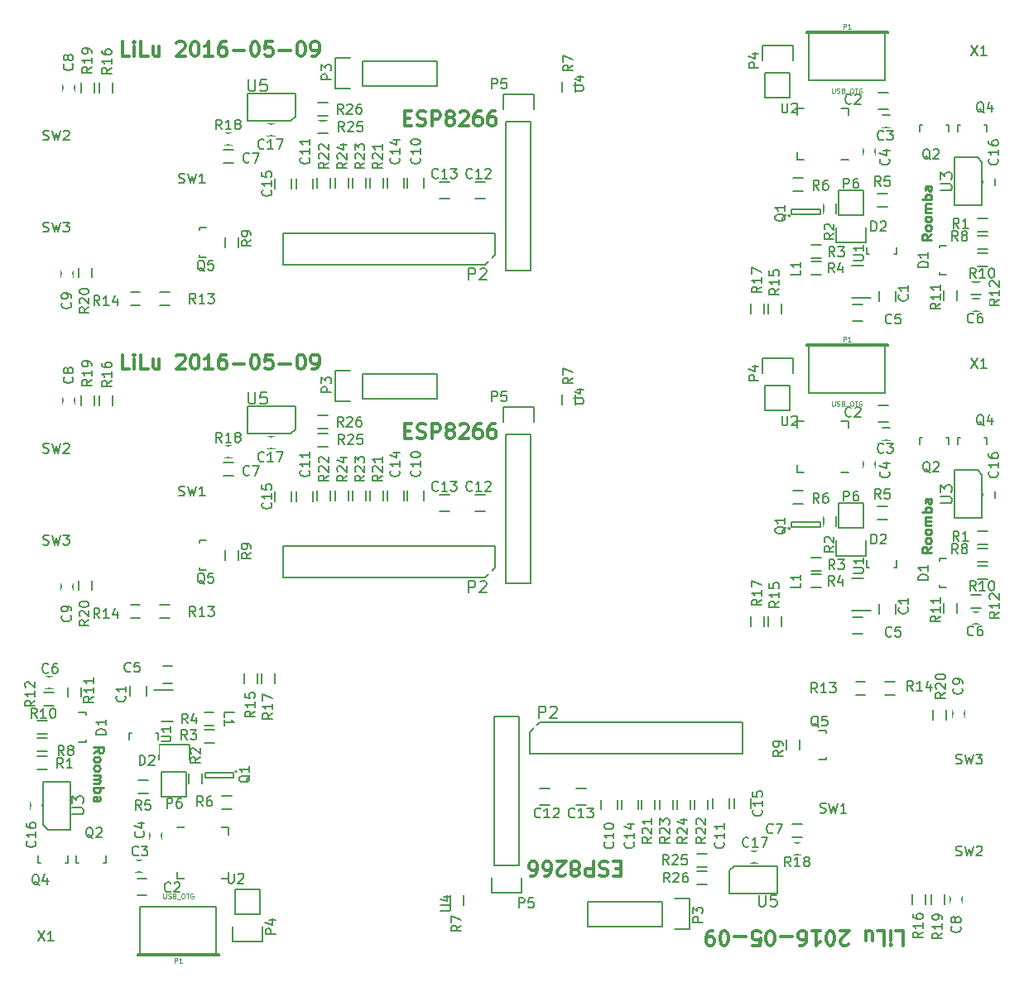
<source format=gbr>
G04 #@! TF.FileFunction,Legend,Top*
%FSLAX46Y46*%
G04 Gerber Fmt 4.6, Leading zero omitted, Abs format (unit mm)*
G04 Created by KiCad (PCBNEW (2016-05-02 BZR 6765, Git 2f87409)-product) date 2016-05-10 21:50:54*
%MOMM*%
%LPD*%
G01*
G04 APERTURE LIST*
%ADD10C,0.100000*%
%ADD11C,0.250000*%
%ADD12C,0.300000*%
%ADD13C,0.150000*%
%ADD14C,0.200660*%
%ADD15C,0.099060*%
%ADD16R,0.900000X1.300000*%
%ADD17R,1.300000X0.900000*%
%ADD18R,1.100000X0.650000*%
%ADD19R,1.040000X1.600000*%
%ADD20R,1.200100X1.200100*%
%ADD21R,0.800000X2.600000*%
%ADD22O,2.400000X1.924000*%
%ADD23R,3.600000X3.600000*%
%ADD24C,7.400000*%
%ADD25R,2.400000X2.400000*%
%ADD26O,1.800000X1.800000*%
%ADD27R,4.400000X1.700000*%
%ADD28R,0.700000X1.200000*%
%ADD29R,1.650000X1.400000*%
%ADD30R,1.400000X1.650000*%
%ADD31R,1.200000X1.150000*%
%ADD32R,1.150000X1.200000*%
%ADD33O,1.250000X0.700000*%
%ADD34O,0.700000X1.250000*%
%ADD35R,2.075000X2.075000*%
%ADD36R,1.050000X1.460000*%
%ADD37R,2.127200X2.432000*%
%ADD38O,2.127200X2.432000*%
%ADD39R,1.200000X0.700000*%
%ADD40R,2.432000X2.432000*%
%ADD41O,2.432000X2.432000*%
%ADD42R,2.432000X2.127200*%
%ADD43O,2.432000X2.127200*%
%ADD44R,1.400000X2.400000*%
%ADD45R,2.400000X1.400000*%
G04 APERTURE END LIST*
D10*
D11*
X173862380Y-75446666D02*
X173386190Y-75780000D01*
X173862380Y-76018095D02*
X172862380Y-76018095D01*
X172862380Y-75637142D01*
X172910000Y-75541904D01*
X172957619Y-75494285D01*
X173052857Y-75446666D01*
X173195714Y-75446666D01*
X173290952Y-75494285D01*
X173338571Y-75541904D01*
X173386190Y-75637142D01*
X173386190Y-76018095D01*
X173862380Y-74875238D02*
X173814761Y-74970476D01*
X173767142Y-75018095D01*
X173671904Y-75065714D01*
X173386190Y-75065714D01*
X173290952Y-75018095D01*
X173243333Y-74970476D01*
X173195714Y-74875238D01*
X173195714Y-74732380D01*
X173243333Y-74637142D01*
X173290952Y-74589523D01*
X173386190Y-74541904D01*
X173671904Y-74541904D01*
X173767142Y-74589523D01*
X173814761Y-74637142D01*
X173862380Y-74732380D01*
X173862380Y-74875238D01*
X173862380Y-73970476D02*
X173814761Y-74065714D01*
X173767142Y-74113333D01*
X173671904Y-74160952D01*
X173386190Y-74160952D01*
X173290952Y-74113333D01*
X173243333Y-74065714D01*
X173195714Y-73970476D01*
X173195714Y-73827619D01*
X173243333Y-73732380D01*
X173290952Y-73684761D01*
X173386190Y-73637142D01*
X173671904Y-73637142D01*
X173767142Y-73684761D01*
X173814761Y-73732380D01*
X173862380Y-73827619D01*
X173862380Y-73970476D01*
X173862380Y-73208571D02*
X173195714Y-73208571D01*
X173290952Y-73208571D02*
X173243333Y-73160952D01*
X173195714Y-73065714D01*
X173195714Y-72922857D01*
X173243333Y-72827619D01*
X173338571Y-72780000D01*
X173862380Y-72780000D01*
X173338571Y-72780000D02*
X173243333Y-72732380D01*
X173195714Y-72637142D01*
X173195714Y-72494285D01*
X173243333Y-72399047D01*
X173338571Y-72351428D01*
X173862380Y-72351428D01*
X173862380Y-71875238D02*
X172862380Y-71875238D01*
X173243333Y-71875238D02*
X173195714Y-71780000D01*
X173195714Y-71589523D01*
X173243333Y-71494285D01*
X173290952Y-71446666D01*
X173386190Y-71399047D01*
X173671904Y-71399047D01*
X173767142Y-71446666D01*
X173814761Y-71494285D01*
X173862380Y-71589523D01*
X173862380Y-71780000D01*
X173814761Y-71875238D01*
X173862380Y-70541904D02*
X173338571Y-70541904D01*
X173243333Y-70589523D01*
X173195714Y-70684761D01*
X173195714Y-70875238D01*
X173243333Y-70970476D01*
X173814761Y-70541904D02*
X173862380Y-70637142D01*
X173862380Y-70875238D01*
X173814761Y-70970476D01*
X173719523Y-71018095D01*
X173624285Y-71018095D01*
X173529047Y-70970476D01*
X173481428Y-70875238D01*
X173481428Y-70637142D01*
X173433809Y-70541904D01*
D12*
X119967142Y-63572857D02*
X120467142Y-63572857D01*
X120681428Y-64358571D02*
X119967142Y-64358571D01*
X119967142Y-62858571D01*
X120681428Y-62858571D01*
X121252857Y-64287142D02*
X121467142Y-64358571D01*
X121824285Y-64358571D01*
X121967142Y-64287142D01*
X122038571Y-64215714D01*
X122110000Y-64072857D01*
X122110000Y-63930000D01*
X122038571Y-63787142D01*
X121967142Y-63715714D01*
X121824285Y-63644285D01*
X121538571Y-63572857D01*
X121395714Y-63501428D01*
X121324285Y-63430000D01*
X121252857Y-63287142D01*
X121252857Y-63144285D01*
X121324285Y-63001428D01*
X121395714Y-62930000D01*
X121538571Y-62858571D01*
X121895714Y-62858571D01*
X122110000Y-62930000D01*
X122752857Y-64358571D02*
X122752857Y-62858571D01*
X123324285Y-62858571D01*
X123467142Y-62930000D01*
X123538571Y-63001428D01*
X123610000Y-63144285D01*
X123610000Y-63358571D01*
X123538571Y-63501428D01*
X123467142Y-63572857D01*
X123324285Y-63644285D01*
X122752857Y-63644285D01*
X124467142Y-63501428D02*
X124324285Y-63430000D01*
X124252857Y-63358571D01*
X124181428Y-63215714D01*
X124181428Y-63144285D01*
X124252857Y-63001428D01*
X124324285Y-62930000D01*
X124467142Y-62858571D01*
X124752857Y-62858571D01*
X124895714Y-62930000D01*
X124967142Y-63001428D01*
X125038571Y-63144285D01*
X125038571Y-63215714D01*
X124967142Y-63358571D01*
X124895714Y-63430000D01*
X124752857Y-63501428D01*
X124467142Y-63501428D01*
X124324285Y-63572857D01*
X124252857Y-63644285D01*
X124181428Y-63787142D01*
X124181428Y-64072857D01*
X124252857Y-64215714D01*
X124324285Y-64287142D01*
X124467142Y-64358571D01*
X124752857Y-64358571D01*
X124895714Y-64287142D01*
X124967142Y-64215714D01*
X125038571Y-64072857D01*
X125038571Y-63787142D01*
X124967142Y-63644285D01*
X124895714Y-63572857D01*
X124752857Y-63501428D01*
X125610000Y-63001428D02*
X125681428Y-62930000D01*
X125824285Y-62858571D01*
X126181428Y-62858571D01*
X126324285Y-62930000D01*
X126395714Y-63001428D01*
X126467142Y-63144285D01*
X126467142Y-63287142D01*
X126395714Y-63501428D01*
X125538571Y-64358571D01*
X126467142Y-64358571D01*
X127752857Y-62858571D02*
X127467142Y-62858571D01*
X127324285Y-62930000D01*
X127252857Y-63001428D01*
X127110000Y-63215714D01*
X127038571Y-63501428D01*
X127038571Y-64072857D01*
X127110000Y-64215714D01*
X127181428Y-64287142D01*
X127324285Y-64358571D01*
X127610000Y-64358571D01*
X127752857Y-64287142D01*
X127824285Y-64215714D01*
X127895714Y-64072857D01*
X127895714Y-63715714D01*
X127824285Y-63572857D01*
X127752857Y-63501428D01*
X127610000Y-63430000D01*
X127324285Y-63430000D01*
X127181428Y-63501428D01*
X127110000Y-63572857D01*
X127038571Y-63715714D01*
X129181428Y-62858571D02*
X128895714Y-62858571D01*
X128752857Y-62930000D01*
X128681428Y-63001428D01*
X128538571Y-63215714D01*
X128467142Y-63501428D01*
X128467142Y-64072857D01*
X128538571Y-64215714D01*
X128610000Y-64287142D01*
X128752857Y-64358571D01*
X129038571Y-64358571D01*
X129181428Y-64287142D01*
X129252857Y-64215714D01*
X129324285Y-64072857D01*
X129324285Y-63715714D01*
X129252857Y-63572857D01*
X129181428Y-63501428D01*
X129038571Y-63430000D01*
X128752857Y-63430000D01*
X128610000Y-63501428D01*
X128538571Y-63572857D01*
X128467142Y-63715714D01*
X91788571Y-57258571D02*
X91074285Y-57258571D01*
X91074285Y-55758571D01*
X92288571Y-57258571D02*
X92288571Y-56258571D01*
X92288571Y-55758571D02*
X92217142Y-55830000D01*
X92288571Y-55901428D01*
X92360000Y-55830000D01*
X92288571Y-55758571D01*
X92288571Y-55901428D01*
X93717142Y-57258571D02*
X93002857Y-57258571D01*
X93002857Y-55758571D01*
X94860000Y-56258571D02*
X94860000Y-57258571D01*
X94217142Y-56258571D02*
X94217142Y-57044285D01*
X94288571Y-57187142D01*
X94431428Y-57258571D01*
X94645714Y-57258571D01*
X94788571Y-57187142D01*
X94860000Y-57115714D01*
X96645714Y-55901428D02*
X96717142Y-55830000D01*
X96860000Y-55758571D01*
X97217142Y-55758571D01*
X97360000Y-55830000D01*
X97431428Y-55901428D01*
X97502857Y-56044285D01*
X97502857Y-56187142D01*
X97431428Y-56401428D01*
X96574285Y-57258571D01*
X97502857Y-57258571D01*
X98431428Y-55758571D02*
X98574285Y-55758571D01*
X98717142Y-55830000D01*
X98788571Y-55901428D01*
X98860000Y-56044285D01*
X98931428Y-56330000D01*
X98931428Y-56687142D01*
X98860000Y-56972857D01*
X98788571Y-57115714D01*
X98717142Y-57187142D01*
X98574285Y-57258571D01*
X98431428Y-57258571D01*
X98288571Y-57187142D01*
X98217142Y-57115714D01*
X98145714Y-56972857D01*
X98074285Y-56687142D01*
X98074285Y-56330000D01*
X98145714Y-56044285D01*
X98217142Y-55901428D01*
X98288571Y-55830000D01*
X98431428Y-55758571D01*
X100360000Y-57258571D02*
X99502857Y-57258571D01*
X99931428Y-57258571D02*
X99931428Y-55758571D01*
X99788571Y-55972857D01*
X99645714Y-56115714D01*
X99502857Y-56187142D01*
X101645714Y-55758571D02*
X101360000Y-55758571D01*
X101217142Y-55830000D01*
X101145714Y-55901428D01*
X101002857Y-56115714D01*
X100931428Y-56401428D01*
X100931428Y-56972857D01*
X101002857Y-57115714D01*
X101074285Y-57187142D01*
X101217142Y-57258571D01*
X101502857Y-57258571D01*
X101645714Y-57187142D01*
X101717142Y-57115714D01*
X101788571Y-56972857D01*
X101788571Y-56615714D01*
X101717142Y-56472857D01*
X101645714Y-56401428D01*
X101502857Y-56330000D01*
X101217142Y-56330000D01*
X101074285Y-56401428D01*
X101002857Y-56472857D01*
X100931428Y-56615714D01*
X102431428Y-56687142D02*
X103574285Y-56687142D01*
X104574285Y-55758571D02*
X104717142Y-55758571D01*
X104860000Y-55830000D01*
X104931428Y-55901428D01*
X105002857Y-56044285D01*
X105074285Y-56330000D01*
X105074285Y-56687142D01*
X105002857Y-56972857D01*
X104931428Y-57115714D01*
X104860000Y-57187142D01*
X104717142Y-57258571D01*
X104574285Y-57258571D01*
X104431428Y-57187142D01*
X104360000Y-57115714D01*
X104288571Y-56972857D01*
X104217142Y-56687142D01*
X104217142Y-56330000D01*
X104288571Y-56044285D01*
X104360000Y-55901428D01*
X104431428Y-55830000D01*
X104574285Y-55758571D01*
X106431428Y-55758571D02*
X105717142Y-55758571D01*
X105645714Y-56472857D01*
X105717142Y-56401428D01*
X105860000Y-56330000D01*
X106217142Y-56330000D01*
X106360000Y-56401428D01*
X106431428Y-56472857D01*
X106502857Y-56615714D01*
X106502857Y-56972857D01*
X106431428Y-57115714D01*
X106360000Y-57187142D01*
X106217142Y-57258571D01*
X105860000Y-57258571D01*
X105717142Y-57187142D01*
X105645714Y-57115714D01*
X107145714Y-56687142D02*
X108288571Y-56687142D01*
X109288571Y-55758571D02*
X109431428Y-55758571D01*
X109574285Y-55830000D01*
X109645714Y-55901428D01*
X109717142Y-56044285D01*
X109788571Y-56330000D01*
X109788571Y-56687142D01*
X109717142Y-56972857D01*
X109645714Y-57115714D01*
X109574285Y-57187142D01*
X109431428Y-57258571D01*
X109288571Y-57258571D01*
X109145714Y-57187142D01*
X109074285Y-57115714D01*
X109002857Y-56972857D01*
X108931428Y-56687142D01*
X108931428Y-56330000D01*
X109002857Y-56044285D01*
X109074285Y-55901428D01*
X109145714Y-55830000D01*
X109288571Y-55758571D01*
X110502857Y-57258571D02*
X110788571Y-57258571D01*
X110931428Y-57187142D01*
X111002857Y-57115714D01*
X111145714Y-56901428D01*
X111217142Y-56615714D01*
X111217142Y-56044285D01*
X111145714Y-55901428D01*
X111074285Y-55830000D01*
X110931428Y-55758571D01*
X110645714Y-55758571D01*
X110502857Y-55830000D01*
X110431428Y-55901428D01*
X110360000Y-56044285D01*
X110360000Y-56401428D01*
X110431428Y-56544285D01*
X110502857Y-56615714D01*
X110645714Y-56687142D01*
X110931428Y-56687142D01*
X111074285Y-56615714D01*
X111145714Y-56544285D01*
X111217142Y-56401428D01*
D11*
X173862380Y-107456666D02*
X173386190Y-107790000D01*
X173862380Y-108028095D02*
X172862380Y-108028095D01*
X172862380Y-107647142D01*
X172910000Y-107551904D01*
X172957619Y-107504285D01*
X173052857Y-107456666D01*
X173195714Y-107456666D01*
X173290952Y-107504285D01*
X173338571Y-107551904D01*
X173386190Y-107647142D01*
X173386190Y-108028095D01*
X173862380Y-106885238D02*
X173814761Y-106980476D01*
X173767142Y-107028095D01*
X173671904Y-107075714D01*
X173386190Y-107075714D01*
X173290952Y-107028095D01*
X173243333Y-106980476D01*
X173195714Y-106885238D01*
X173195714Y-106742380D01*
X173243333Y-106647142D01*
X173290952Y-106599523D01*
X173386190Y-106551904D01*
X173671904Y-106551904D01*
X173767142Y-106599523D01*
X173814761Y-106647142D01*
X173862380Y-106742380D01*
X173862380Y-106885238D01*
X173862380Y-105980476D02*
X173814761Y-106075714D01*
X173767142Y-106123333D01*
X173671904Y-106170952D01*
X173386190Y-106170952D01*
X173290952Y-106123333D01*
X173243333Y-106075714D01*
X173195714Y-105980476D01*
X173195714Y-105837619D01*
X173243333Y-105742380D01*
X173290952Y-105694761D01*
X173386190Y-105647142D01*
X173671904Y-105647142D01*
X173767142Y-105694761D01*
X173814761Y-105742380D01*
X173862380Y-105837619D01*
X173862380Y-105980476D01*
X173862380Y-105218571D02*
X173195714Y-105218571D01*
X173290952Y-105218571D02*
X173243333Y-105170952D01*
X173195714Y-105075714D01*
X173195714Y-104932857D01*
X173243333Y-104837619D01*
X173338571Y-104790000D01*
X173862380Y-104790000D01*
X173338571Y-104790000D02*
X173243333Y-104742380D01*
X173195714Y-104647142D01*
X173195714Y-104504285D01*
X173243333Y-104409047D01*
X173338571Y-104361428D01*
X173862380Y-104361428D01*
X173862380Y-103885238D02*
X172862380Y-103885238D01*
X173243333Y-103885238D02*
X173195714Y-103790000D01*
X173195714Y-103599523D01*
X173243333Y-103504285D01*
X173290952Y-103456666D01*
X173386190Y-103409047D01*
X173671904Y-103409047D01*
X173767142Y-103456666D01*
X173814761Y-103504285D01*
X173862380Y-103599523D01*
X173862380Y-103790000D01*
X173814761Y-103885238D01*
X173862380Y-102551904D02*
X173338571Y-102551904D01*
X173243333Y-102599523D01*
X173195714Y-102694761D01*
X173195714Y-102885238D01*
X173243333Y-102980476D01*
X173814761Y-102551904D02*
X173862380Y-102647142D01*
X173862380Y-102885238D01*
X173814761Y-102980476D01*
X173719523Y-103028095D01*
X173624285Y-103028095D01*
X173529047Y-102980476D01*
X173481428Y-102885238D01*
X173481428Y-102647142D01*
X173433809Y-102551904D01*
D12*
X119967142Y-95582857D02*
X120467142Y-95582857D01*
X120681428Y-96368571D02*
X119967142Y-96368571D01*
X119967142Y-94868571D01*
X120681428Y-94868571D01*
X121252857Y-96297142D02*
X121467142Y-96368571D01*
X121824285Y-96368571D01*
X121967142Y-96297142D01*
X122038571Y-96225714D01*
X122110000Y-96082857D01*
X122110000Y-95940000D01*
X122038571Y-95797142D01*
X121967142Y-95725714D01*
X121824285Y-95654285D01*
X121538571Y-95582857D01*
X121395714Y-95511428D01*
X121324285Y-95440000D01*
X121252857Y-95297142D01*
X121252857Y-95154285D01*
X121324285Y-95011428D01*
X121395714Y-94940000D01*
X121538571Y-94868571D01*
X121895714Y-94868571D01*
X122110000Y-94940000D01*
X122752857Y-96368571D02*
X122752857Y-94868571D01*
X123324285Y-94868571D01*
X123467142Y-94940000D01*
X123538571Y-95011428D01*
X123610000Y-95154285D01*
X123610000Y-95368571D01*
X123538571Y-95511428D01*
X123467142Y-95582857D01*
X123324285Y-95654285D01*
X122752857Y-95654285D01*
X124467142Y-95511428D02*
X124324285Y-95440000D01*
X124252857Y-95368571D01*
X124181428Y-95225714D01*
X124181428Y-95154285D01*
X124252857Y-95011428D01*
X124324285Y-94940000D01*
X124467142Y-94868571D01*
X124752857Y-94868571D01*
X124895714Y-94940000D01*
X124967142Y-95011428D01*
X125038571Y-95154285D01*
X125038571Y-95225714D01*
X124967142Y-95368571D01*
X124895714Y-95440000D01*
X124752857Y-95511428D01*
X124467142Y-95511428D01*
X124324285Y-95582857D01*
X124252857Y-95654285D01*
X124181428Y-95797142D01*
X124181428Y-96082857D01*
X124252857Y-96225714D01*
X124324285Y-96297142D01*
X124467142Y-96368571D01*
X124752857Y-96368571D01*
X124895714Y-96297142D01*
X124967142Y-96225714D01*
X125038571Y-96082857D01*
X125038571Y-95797142D01*
X124967142Y-95654285D01*
X124895714Y-95582857D01*
X124752857Y-95511428D01*
X125610000Y-95011428D02*
X125681428Y-94940000D01*
X125824285Y-94868571D01*
X126181428Y-94868571D01*
X126324285Y-94940000D01*
X126395714Y-95011428D01*
X126467142Y-95154285D01*
X126467142Y-95297142D01*
X126395714Y-95511428D01*
X125538571Y-96368571D01*
X126467142Y-96368571D01*
X127752857Y-94868571D02*
X127467142Y-94868571D01*
X127324285Y-94940000D01*
X127252857Y-95011428D01*
X127110000Y-95225714D01*
X127038571Y-95511428D01*
X127038571Y-96082857D01*
X127110000Y-96225714D01*
X127181428Y-96297142D01*
X127324285Y-96368571D01*
X127610000Y-96368571D01*
X127752857Y-96297142D01*
X127824285Y-96225714D01*
X127895714Y-96082857D01*
X127895714Y-95725714D01*
X127824285Y-95582857D01*
X127752857Y-95511428D01*
X127610000Y-95440000D01*
X127324285Y-95440000D01*
X127181428Y-95511428D01*
X127110000Y-95582857D01*
X127038571Y-95725714D01*
X129181428Y-94868571D02*
X128895714Y-94868571D01*
X128752857Y-94940000D01*
X128681428Y-95011428D01*
X128538571Y-95225714D01*
X128467142Y-95511428D01*
X128467142Y-96082857D01*
X128538571Y-96225714D01*
X128610000Y-96297142D01*
X128752857Y-96368571D01*
X129038571Y-96368571D01*
X129181428Y-96297142D01*
X129252857Y-96225714D01*
X129324285Y-96082857D01*
X129324285Y-95725714D01*
X129252857Y-95582857D01*
X129181428Y-95511428D01*
X129038571Y-95440000D01*
X128752857Y-95440000D01*
X128610000Y-95511428D01*
X128538571Y-95582857D01*
X128467142Y-95725714D01*
X91788571Y-89268571D02*
X91074285Y-89268571D01*
X91074285Y-87768571D01*
X92288571Y-89268571D02*
X92288571Y-88268571D01*
X92288571Y-87768571D02*
X92217142Y-87840000D01*
X92288571Y-87911428D01*
X92360000Y-87840000D01*
X92288571Y-87768571D01*
X92288571Y-87911428D01*
X93717142Y-89268571D02*
X93002857Y-89268571D01*
X93002857Y-87768571D01*
X94860000Y-88268571D02*
X94860000Y-89268571D01*
X94217142Y-88268571D02*
X94217142Y-89054285D01*
X94288571Y-89197142D01*
X94431428Y-89268571D01*
X94645714Y-89268571D01*
X94788571Y-89197142D01*
X94860000Y-89125714D01*
X96645714Y-87911428D02*
X96717142Y-87840000D01*
X96860000Y-87768571D01*
X97217142Y-87768571D01*
X97360000Y-87840000D01*
X97431428Y-87911428D01*
X97502857Y-88054285D01*
X97502857Y-88197142D01*
X97431428Y-88411428D01*
X96574285Y-89268571D01*
X97502857Y-89268571D01*
X98431428Y-87768571D02*
X98574285Y-87768571D01*
X98717142Y-87840000D01*
X98788571Y-87911428D01*
X98860000Y-88054285D01*
X98931428Y-88340000D01*
X98931428Y-88697142D01*
X98860000Y-88982857D01*
X98788571Y-89125714D01*
X98717142Y-89197142D01*
X98574285Y-89268571D01*
X98431428Y-89268571D01*
X98288571Y-89197142D01*
X98217142Y-89125714D01*
X98145714Y-88982857D01*
X98074285Y-88697142D01*
X98074285Y-88340000D01*
X98145714Y-88054285D01*
X98217142Y-87911428D01*
X98288571Y-87840000D01*
X98431428Y-87768571D01*
X100360000Y-89268571D02*
X99502857Y-89268571D01*
X99931428Y-89268571D02*
X99931428Y-87768571D01*
X99788571Y-87982857D01*
X99645714Y-88125714D01*
X99502857Y-88197142D01*
X101645714Y-87768571D02*
X101360000Y-87768571D01*
X101217142Y-87840000D01*
X101145714Y-87911428D01*
X101002857Y-88125714D01*
X100931428Y-88411428D01*
X100931428Y-88982857D01*
X101002857Y-89125714D01*
X101074285Y-89197142D01*
X101217142Y-89268571D01*
X101502857Y-89268571D01*
X101645714Y-89197142D01*
X101717142Y-89125714D01*
X101788571Y-88982857D01*
X101788571Y-88625714D01*
X101717142Y-88482857D01*
X101645714Y-88411428D01*
X101502857Y-88340000D01*
X101217142Y-88340000D01*
X101074285Y-88411428D01*
X101002857Y-88482857D01*
X100931428Y-88625714D01*
X102431428Y-88697142D02*
X103574285Y-88697142D01*
X104574285Y-87768571D02*
X104717142Y-87768571D01*
X104860000Y-87840000D01*
X104931428Y-87911428D01*
X105002857Y-88054285D01*
X105074285Y-88340000D01*
X105074285Y-88697142D01*
X105002857Y-88982857D01*
X104931428Y-89125714D01*
X104860000Y-89197142D01*
X104717142Y-89268571D01*
X104574285Y-89268571D01*
X104431428Y-89197142D01*
X104360000Y-89125714D01*
X104288571Y-88982857D01*
X104217142Y-88697142D01*
X104217142Y-88340000D01*
X104288571Y-88054285D01*
X104360000Y-87911428D01*
X104431428Y-87840000D01*
X104574285Y-87768571D01*
X106431428Y-87768571D02*
X105717142Y-87768571D01*
X105645714Y-88482857D01*
X105717142Y-88411428D01*
X105860000Y-88340000D01*
X106217142Y-88340000D01*
X106360000Y-88411428D01*
X106431428Y-88482857D01*
X106502857Y-88625714D01*
X106502857Y-88982857D01*
X106431428Y-89125714D01*
X106360000Y-89197142D01*
X106217142Y-89268571D01*
X105860000Y-89268571D01*
X105717142Y-89197142D01*
X105645714Y-89125714D01*
X107145714Y-88697142D02*
X108288571Y-88697142D01*
X109288571Y-87768571D02*
X109431428Y-87768571D01*
X109574285Y-87840000D01*
X109645714Y-87911428D01*
X109717142Y-88054285D01*
X109788571Y-88340000D01*
X109788571Y-88697142D01*
X109717142Y-88982857D01*
X109645714Y-89125714D01*
X109574285Y-89197142D01*
X109431428Y-89268571D01*
X109288571Y-89268571D01*
X109145714Y-89197142D01*
X109074285Y-89125714D01*
X109002857Y-88982857D01*
X108931428Y-88697142D01*
X108931428Y-88340000D01*
X109002857Y-88054285D01*
X109074285Y-87911428D01*
X109145714Y-87840000D01*
X109288571Y-87768571D01*
X110502857Y-89268571D02*
X110788571Y-89268571D01*
X110931428Y-89197142D01*
X111002857Y-89125714D01*
X111145714Y-88911428D01*
X111217142Y-88625714D01*
X111217142Y-88054285D01*
X111145714Y-87911428D01*
X111074285Y-87840000D01*
X110931428Y-87768571D01*
X110645714Y-87768571D01*
X110502857Y-87840000D01*
X110431428Y-87911428D01*
X110360000Y-88054285D01*
X110360000Y-88411428D01*
X110431428Y-88554285D01*
X110502857Y-88625714D01*
X110645714Y-88697142D01*
X110931428Y-88697142D01*
X111074285Y-88625714D01*
X111145714Y-88554285D01*
X111217142Y-88411428D01*
D11*
X88137619Y-128553333D02*
X88613809Y-128220000D01*
X88137619Y-127981904D02*
X89137619Y-127981904D01*
X89137619Y-128362857D01*
X89090000Y-128458095D01*
X89042380Y-128505714D01*
X88947142Y-128553333D01*
X88804285Y-128553333D01*
X88709047Y-128505714D01*
X88661428Y-128458095D01*
X88613809Y-128362857D01*
X88613809Y-127981904D01*
X88137619Y-129124761D02*
X88185238Y-129029523D01*
X88232857Y-128981904D01*
X88328095Y-128934285D01*
X88613809Y-128934285D01*
X88709047Y-128981904D01*
X88756666Y-129029523D01*
X88804285Y-129124761D01*
X88804285Y-129267619D01*
X88756666Y-129362857D01*
X88709047Y-129410476D01*
X88613809Y-129458095D01*
X88328095Y-129458095D01*
X88232857Y-129410476D01*
X88185238Y-129362857D01*
X88137619Y-129267619D01*
X88137619Y-129124761D01*
X88137619Y-130029523D02*
X88185238Y-129934285D01*
X88232857Y-129886666D01*
X88328095Y-129839047D01*
X88613809Y-129839047D01*
X88709047Y-129886666D01*
X88756666Y-129934285D01*
X88804285Y-130029523D01*
X88804285Y-130172380D01*
X88756666Y-130267619D01*
X88709047Y-130315238D01*
X88613809Y-130362857D01*
X88328095Y-130362857D01*
X88232857Y-130315238D01*
X88185238Y-130267619D01*
X88137619Y-130172380D01*
X88137619Y-130029523D01*
X88137619Y-130791428D02*
X88804285Y-130791428D01*
X88709047Y-130791428D02*
X88756666Y-130839047D01*
X88804285Y-130934285D01*
X88804285Y-131077142D01*
X88756666Y-131172380D01*
X88661428Y-131220000D01*
X88137619Y-131220000D01*
X88661428Y-131220000D02*
X88756666Y-131267619D01*
X88804285Y-131362857D01*
X88804285Y-131505714D01*
X88756666Y-131600952D01*
X88661428Y-131648571D01*
X88137619Y-131648571D01*
X88137619Y-132124761D02*
X89137619Y-132124761D01*
X88756666Y-132124761D02*
X88804285Y-132220000D01*
X88804285Y-132410476D01*
X88756666Y-132505714D01*
X88709047Y-132553333D01*
X88613809Y-132600952D01*
X88328095Y-132600952D01*
X88232857Y-132553333D01*
X88185238Y-132505714D01*
X88137619Y-132410476D01*
X88137619Y-132220000D01*
X88185238Y-132124761D01*
X88137619Y-133458095D02*
X88661428Y-133458095D01*
X88756666Y-133410476D01*
X88804285Y-133315238D01*
X88804285Y-133124761D01*
X88756666Y-133029523D01*
X88185238Y-133458095D02*
X88137619Y-133362857D01*
X88137619Y-133124761D01*
X88185238Y-133029523D01*
X88280476Y-132981904D01*
X88375714Y-132981904D01*
X88470952Y-133029523D01*
X88518571Y-133124761D01*
X88518571Y-133362857D01*
X88566190Y-133458095D01*
D12*
X142032857Y-140427142D02*
X141532857Y-140427142D01*
X141318571Y-139641428D02*
X142032857Y-139641428D01*
X142032857Y-141141428D01*
X141318571Y-141141428D01*
X140747142Y-139712857D02*
X140532857Y-139641428D01*
X140175714Y-139641428D01*
X140032857Y-139712857D01*
X139961428Y-139784285D01*
X139890000Y-139927142D01*
X139890000Y-140070000D01*
X139961428Y-140212857D01*
X140032857Y-140284285D01*
X140175714Y-140355714D01*
X140461428Y-140427142D01*
X140604285Y-140498571D01*
X140675714Y-140570000D01*
X140747142Y-140712857D01*
X140747142Y-140855714D01*
X140675714Y-140998571D01*
X140604285Y-141070000D01*
X140461428Y-141141428D01*
X140104285Y-141141428D01*
X139890000Y-141070000D01*
X139247142Y-139641428D02*
X139247142Y-141141428D01*
X138675714Y-141141428D01*
X138532857Y-141070000D01*
X138461428Y-140998571D01*
X138390000Y-140855714D01*
X138390000Y-140641428D01*
X138461428Y-140498571D01*
X138532857Y-140427142D01*
X138675714Y-140355714D01*
X139247142Y-140355714D01*
X137532857Y-140498571D02*
X137675714Y-140570000D01*
X137747142Y-140641428D01*
X137818571Y-140784285D01*
X137818571Y-140855714D01*
X137747142Y-140998571D01*
X137675714Y-141070000D01*
X137532857Y-141141428D01*
X137247142Y-141141428D01*
X137104285Y-141070000D01*
X137032857Y-140998571D01*
X136961428Y-140855714D01*
X136961428Y-140784285D01*
X137032857Y-140641428D01*
X137104285Y-140570000D01*
X137247142Y-140498571D01*
X137532857Y-140498571D01*
X137675714Y-140427142D01*
X137747142Y-140355714D01*
X137818571Y-140212857D01*
X137818571Y-139927142D01*
X137747142Y-139784285D01*
X137675714Y-139712857D01*
X137532857Y-139641428D01*
X137247142Y-139641428D01*
X137104285Y-139712857D01*
X137032857Y-139784285D01*
X136961428Y-139927142D01*
X136961428Y-140212857D01*
X137032857Y-140355714D01*
X137104285Y-140427142D01*
X137247142Y-140498571D01*
X136390000Y-140998571D02*
X136318571Y-141070000D01*
X136175714Y-141141428D01*
X135818571Y-141141428D01*
X135675714Y-141070000D01*
X135604285Y-140998571D01*
X135532857Y-140855714D01*
X135532857Y-140712857D01*
X135604285Y-140498571D01*
X136461428Y-139641428D01*
X135532857Y-139641428D01*
X134247142Y-141141428D02*
X134532857Y-141141428D01*
X134675714Y-141070000D01*
X134747142Y-140998571D01*
X134890000Y-140784285D01*
X134961428Y-140498571D01*
X134961428Y-139927142D01*
X134890000Y-139784285D01*
X134818571Y-139712857D01*
X134675714Y-139641428D01*
X134390000Y-139641428D01*
X134247142Y-139712857D01*
X134175714Y-139784285D01*
X134104285Y-139927142D01*
X134104285Y-140284285D01*
X134175714Y-140427142D01*
X134247142Y-140498571D01*
X134390000Y-140570000D01*
X134675714Y-140570000D01*
X134818571Y-140498571D01*
X134890000Y-140427142D01*
X134961428Y-140284285D01*
X132818571Y-141141428D02*
X133104285Y-141141428D01*
X133247142Y-141070000D01*
X133318571Y-140998571D01*
X133461428Y-140784285D01*
X133532857Y-140498571D01*
X133532857Y-139927142D01*
X133461428Y-139784285D01*
X133390000Y-139712857D01*
X133247142Y-139641428D01*
X132961428Y-139641428D01*
X132818571Y-139712857D01*
X132747142Y-139784285D01*
X132675714Y-139927142D01*
X132675714Y-140284285D01*
X132747142Y-140427142D01*
X132818571Y-140498571D01*
X132961428Y-140570000D01*
X133247142Y-140570000D01*
X133390000Y-140498571D01*
X133461428Y-140427142D01*
X133532857Y-140284285D01*
X170211428Y-146741428D02*
X170925714Y-146741428D01*
X170925714Y-148241428D01*
X169711428Y-146741428D02*
X169711428Y-147741428D01*
X169711428Y-148241428D02*
X169782857Y-148170000D01*
X169711428Y-148098571D01*
X169640000Y-148170000D01*
X169711428Y-148241428D01*
X169711428Y-148098571D01*
X168282857Y-146741428D02*
X168997142Y-146741428D01*
X168997142Y-148241428D01*
X167140000Y-147741428D02*
X167140000Y-146741428D01*
X167782857Y-147741428D02*
X167782857Y-146955714D01*
X167711428Y-146812857D01*
X167568571Y-146741428D01*
X167354285Y-146741428D01*
X167211428Y-146812857D01*
X167140000Y-146884285D01*
X165354285Y-148098571D02*
X165282857Y-148170000D01*
X165140000Y-148241428D01*
X164782857Y-148241428D01*
X164640000Y-148170000D01*
X164568571Y-148098571D01*
X164497142Y-147955714D01*
X164497142Y-147812857D01*
X164568571Y-147598571D01*
X165425714Y-146741428D01*
X164497142Y-146741428D01*
X163568571Y-148241428D02*
X163425714Y-148241428D01*
X163282857Y-148170000D01*
X163211428Y-148098571D01*
X163140000Y-147955714D01*
X163068571Y-147670000D01*
X163068571Y-147312857D01*
X163140000Y-147027142D01*
X163211428Y-146884285D01*
X163282857Y-146812857D01*
X163425714Y-146741428D01*
X163568571Y-146741428D01*
X163711428Y-146812857D01*
X163782857Y-146884285D01*
X163854285Y-147027142D01*
X163925714Y-147312857D01*
X163925714Y-147670000D01*
X163854285Y-147955714D01*
X163782857Y-148098571D01*
X163711428Y-148170000D01*
X163568571Y-148241428D01*
X161640000Y-146741428D02*
X162497142Y-146741428D01*
X162068571Y-146741428D02*
X162068571Y-148241428D01*
X162211428Y-148027142D01*
X162354285Y-147884285D01*
X162497142Y-147812857D01*
X160354285Y-148241428D02*
X160640000Y-148241428D01*
X160782857Y-148170000D01*
X160854285Y-148098571D01*
X160997142Y-147884285D01*
X161068571Y-147598571D01*
X161068571Y-147027142D01*
X160997142Y-146884285D01*
X160925714Y-146812857D01*
X160782857Y-146741428D01*
X160497142Y-146741428D01*
X160354285Y-146812857D01*
X160282857Y-146884285D01*
X160211428Y-147027142D01*
X160211428Y-147384285D01*
X160282857Y-147527142D01*
X160354285Y-147598571D01*
X160497142Y-147670000D01*
X160782857Y-147670000D01*
X160925714Y-147598571D01*
X160997142Y-147527142D01*
X161068571Y-147384285D01*
X159568571Y-147312857D02*
X158425714Y-147312857D01*
X157425714Y-148241428D02*
X157282857Y-148241428D01*
X157140000Y-148170000D01*
X157068571Y-148098571D01*
X156997142Y-147955714D01*
X156925714Y-147670000D01*
X156925714Y-147312857D01*
X156997142Y-147027142D01*
X157068571Y-146884285D01*
X157140000Y-146812857D01*
X157282857Y-146741428D01*
X157425714Y-146741428D01*
X157568571Y-146812857D01*
X157640000Y-146884285D01*
X157711428Y-147027142D01*
X157782857Y-147312857D01*
X157782857Y-147670000D01*
X157711428Y-147955714D01*
X157640000Y-148098571D01*
X157568571Y-148170000D01*
X157425714Y-148241428D01*
X155568571Y-148241428D02*
X156282857Y-148241428D01*
X156354285Y-147527142D01*
X156282857Y-147598571D01*
X156140000Y-147670000D01*
X155782857Y-147670000D01*
X155640000Y-147598571D01*
X155568571Y-147527142D01*
X155497142Y-147384285D01*
X155497142Y-147027142D01*
X155568571Y-146884285D01*
X155640000Y-146812857D01*
X155782857Y-146741428D01*
X156140000Y-146741428D01*
X156282857Y-146812857D01*
X156354285Y-146884285D01*
X154854285Y-147312857D02*
X153711428Y-147312857D01*
X152711428Y-148241428D02*
X152568571Y-148241428D01*
X152425714Y-148170000D01*
X152354285Y-148098571D01*
X152282857Y-147955714D01*
X152211428Y-147670000D01*
X152211428Y-147312857D01*
X152282857Y-147027142D01*
X152354285Y-146884285D01*
X152425714Y-146812857D01*
X152568571Y-146741428D01*
X152711428Y-146741428D01*
X152854285Y-146812857D01*
X152925714Y-146884285D01*
X152997142Y-147027142D01*
X153068571Y-147312857D01*
X153068571Y-147670000D01*
X152997142Y-147955714D01*
X152925714Y-148098571D01*
X152854285Y-148170000D01*
X152711428Y-148241428D01*
X151497142Y-146741428D02*
X151211428Y-146741428D01*
X151068571Y-146812857D01*
X150997142Y-146884285D01*
X150854285Y-147098571D01*
X150782857Y-147384285D01*
X150782857Y-147955714D01*
X150854285Y-148098571D01*
X150925714Y-148170000D01*
X151068571Y-148241428D01*
X151354285Y-148241428D01*
X151497142Y-148170000D01*
X151568571Y-148098571D01*
X151640000Y-147955714D01*
X151640000Y-147598571D01*
X151568571Y-147455714D01*
X151497142Y-147384285D01*
X151354285Y-147312857D01*
X151068571Y-147312857D01*
X150925714Y-147384285D01*
X150854285Y-147455714D01*
X150782857Y-147598571D01*
D13*
X169310000Y-72655000D02*
X168310000Y-72655000D01*
X168310000Y-71305000D02*
X169310000Y-71305000D01*
X179600000Y-75165000D02*
X178600000Y-75165000D01*
X178600000Y-73815000D02*
X179600000Y-73815000D01*
X162775000Y-73320000D02*
X162775000Y-72320000D01*
X164125000Y-72320000D02*
X164125000Y-73320000D01*
X166885000Y-78675000D02*
X165735000Y-78675000D01*
X167660000Y-81925000D02*
X165735000Y-81925000D01*
X174649760Y-76790840D02*
X174649760Y-76839100D01*
X175350800Y-79589820D02*
X174649760Y-79589820D01*
X174649760Y-79589820D02*
X174649760Y-79340900D01*
X174649760Y-76790840D02*
X174649760Y-76590180D01*
X174649760Y-76590180D02*
X175350800Y-76590180D01*
X175399160Y-64239760D02*
X175350900Y-64239760D01*
X172600180Y-64940800D02*
X172600180Y-64239760D01*
X172600180Y-64239760D02*
X172849100Y-64239760D01*
X175399160Y-64239760D02*
X175599820Y-64239760D01*
X175599820Y-64239760D02*
X175599820Y-64940800D01*
X179299160Y-64239760D02*
X179250900Y-64239760D01*
X176500180Y-64940800D02*
X176500180Y-64239760D01*
X176500180Y-64239760D02*
X176749100Y-64239760D01*
X179299160Y-64239760D02*
X179499820Y-64239760D01*
X179499820Y-64239760D02*
X179499820Y-64940800D01*
X98957980Y-74980840D02*
X98957980Y-75029100D01*
X99659020Y-77779820D02*
X98957980Y-77779820D01*
X98957980Y-77779820D02*
X98957980Y-77530900D01*
X98957980Y-74980840D02*
X98957980Y-74780180D01*
X98957980Y-74780180D02*
X99659020Y-74780180D01*
X162530000Y-77865000D02*
X161530000Y-77865000D01*
X161530000Y-76515000D02*
X162530000Y-76515000D01*
X162550000Y-79605000D02*
X161550000Y-79605000D01*
X161550000Y-78255000D02*
X162550000Y-78255000D01*
X160720000Y-71055000D02*
X159720000Y-71055000D01*
X159720000Y-69705000D02*
X160720000Y-69705000D01*
X136035000Y-60880000D02*
X136035000Y-59880000D01*
X137385000Y-59880000D02*
X137385000Y-60880000D01*
X178600000Y-75615000D02*
X179600000Y-75615000D01*
X179600000Y-76965000D02*
X178600000Y-76965000D01*
X101635000Y-76780000D02*
X101635000Y-75780000D01*
X102985000Y-75780000D02*
X102985000Y-76780000D01*
X178600000Y-77415000D02*
X179600000Y-77415000D01*
X179600000Y-78765000D02*
X178600000Y-78765000D01*
X176475000Y-81190000D02*
X176475000Y-82190000D01*
X175125000Y-82190000D02*
X175125000Y-81190000D01*
X178900000Y-81665000D02*
X177900000Y-81665000D01*
X177900000Y-80315000D02*
X178900000Y-80315000D01*
X95910000Y-82755000D02*
X94910000Y-82755000D01*
X94910000Y-81405000D02*
X95910000Y-81405000D01*
X92910000Y-82755000D02*
X91910000Y-82755000D01*
X91910000Y-81405000D02*
X92910000Y-81405000D01*
X157135000Y-83580000D02*
X157135000Y-82580000D01*
X158485000Y-82580000D02*
X158485000Y-83580000D01*
X88735000Y-60980000D02*
X88735000Y-59980000D01*
X90085000Y-59980000D02*
X90085000Y-60980000D01*
X155335000Y-83580000D02*
X155335000Y-82580000D01*
X156685000Y-82580000D02*
X156685000Y-83580000D01*
X102410000Y-68155000D02*
X101410000Y-68155000D01*
X101410000Y-66805000D02*
X102410000Y-66805000D01*
X88185000Y-59980000D02*
X88185000Y-60980000D01*
X86835000Y-60980000D02*
X86835000Y-59980000D01*
X86635000Y-79880000D02*
X86635000Y-78880000D01*
X87985000Y-78880000D02*
X87985000Y-79880000D01*
X117785000Y-69680000D02*
X117785000Y-70680000D01*
X116435000Y-70680000D02*
X116435000Y-69680000D01*
X112385000Y-69680000D02*
X112385000Y-70680000D01*
X111035000Y-70680000D02*
X111035000Y-69680000D01*
X115985000Y-69680000D02*
X115985000Y-70680000D01*
X114635000Y-70680000D02*
X114635000Y-69680000D01*
X114185000Y-69680000D02*
X114185000Y-70680000D01*
X112835000Y-70680000D02*
X112835000Y-69680000D01*
X128210000Y-78580000D02*
X129210000Y-77580000D01*
X129210000Y-77580000D02*
X129210000Y-75380000D01*
X129210000Y-75380000D02*
X107510000Y-75380000D01*
X107510000Y-75380000D02*
X107510000Y-78580000D01*
X107510000Y-78580000D02*
X128210000Y-78580000D01*
X179000000Y-68090000D02*
X179000000Y-71490000D01*
X178550000Y-67590000D02*
X179000000Y-68090000D01*
X176200000Y-67590000D02*
X178550000Y-67590000D01*
X176200000Y-72490000D02*
X176200000Y-67590000D01*
X179000000Y-71490000D02*
X179000000Y-72490000D01*
X179000000Y-72490000D02*
X176200000Y-72490000D01*
X170170000Y-82300000D02*
X170170000Y-81300000D01*
X168470000Y-81300000D02*
X168470000Y-82300000D01*
X169400000Y-60940000D02*
X168400000Y-60940000D01*
X168400000Y-62640000D02*
X169400000Y-62640000D01*
X168850000Y-63290000D02*
X169550000Y-63290000D01*
X169550000Y-64490000D02*
X168850000Y-64490000D01*
X168100000Y-66640000D02*
X168100000Y-67340000D01*
X166900000Y-67340000D02*
X166900000Y-66640000D01*
X166790000Y-82620000D02*
X165790000Y-82620000D01*
X165790000Y-84320000D02*
X166790000Y-84320000D01*
X178050000Y-82090000D02*
X178750000Y-82090000D01*
X178750000Y-83290000D02*
X178050000Y-83290000D01*
X102260000Y-66280000D02*
X101560000Y-66280000D01*
X101560000Y-65080000D02*
X102260000Y-65080000D01*
X86210000Y-60130000D02*
X86210000Y-60830000D01*
X85010000Y-60830000D02*
X85010000Y-60130000D01*
X84810000Y-79830000D02*
X84810000Y-79130000D01*
X86010000Y-79130000D02*
X86010000Y-79830000D01*
X119860000Y-70680000D02*
X119860000Y-69680000D01*
X118160000Y-69680000D02*
X118160000Y-70680000D01*
X108860000Y-69780000D02*
X108860000Y-70780000D01*
X110560000Y-70780000D02*
X110560000Y-69780000D01*
X127210000Y-71830000D02*
X128210000Y-71830000D01*
X128210000Y-70130000D02*
X127210000Y-70130000D01*
X123510000Y-71830000D02*
X124510000Y-71830000D01*
X124510000Y-70130000D02*
X123510000Y-70130000D01*
X120260000Y-69680000D02*
X120260000Y-70680000D01*
X121960000Y-70680000D02*
X121960000Y-69680000D01*
X106660000Y-69780000D02*
X106660000Y-70780000D01*
X108360000Y-70780000D02*
X108360000Y-69780000D01*
X160075000Y-67815000D02*
X160075000Y-67065000D01*
X165325000Y-62565000D02*
X165325000Y-63315000D01*
X160075000Y-62565000D02*
X160075000Y-63315000D01*
X165325000Y-67815000D02*
X164575000Y-67815000D01*
X165325000Y-62565000D02*
X164575000Y-62565000D01*
X160075000Y-62565000D02*
X160825000Y-62565000D01*
X160075000Y-67815000D02*
X160825000Y-67815000D01*
X179100000Y-70440000D02*
X179100000Y-69740000D01*
X180300000Y-69740000D02*
X180300000Y-70440000D01*
X167440840Y-77520240D02*
X167489100Y-77520240D01*
X170239820Y-76819200D02*
X170239820Y-77520240D01*
X170239820Y-77520240D02*
X169990900Y-77520240D01*
X167440840Y-77520240D02*
X167240180Y-77520240D01*
X167240180Y-77520240D02*
X167240180Y-76819200D01*
X159390000Y-73550000D02*
G75*
G03X159390000Y-73550000I-100000J0D01*
G01*
X159540000Y-72900000D02*
X159540000Y-73400000D01*
X162440000Y-72900000D02*
X159540000Y-72900000D01*
X162440000Y-73400000D02*
X162440000Y-72900000D01*
X159540000Y-73400000D02*
X162440000Y-73400000D01*
X105960000Y-64180000D02*
X106660000Y-64180000D01*
X106660000Y-65380000D02*
X105960000Y-65380000D01*
X111110000Y-63805000D02*
X112110000Y-63805000D01*
X112110000Y-65155000D02*
X111110000Y-65155000D01*
X111110000Y-62005000D02*
X112110000Y-62005000D01*
X112110000Y-63355000D02*
X111110000Y-63355000D01*
X115680000Y-60250000D02*
X123300000Y-60250000D01*
X115680000Y-57710000D02*
X123300000Y-57710000D01*
X112860000Y-57430000D02*
X114410000Y-57430000D01*
X123300000Y-60250000D02*
X123300000Y-57710000D01*
X115680000Y-57710000D02*
X115680000Y-60250000D01*
X114410000Y-60530000D02*
X112860000Y-60530000D01*
X112860000Y-60530000D02*
X112860000Y-57430000D01*
X108310000Y-63880000D02*
X104910000Y-63880000D01*
X108810000Y-63430000D02*
X108310000Y-63880000D01*
X108810000Y-61080000D02*
X108810000Y-63430000D01*
X103910000Y-61080000D02*
X108810000Y-61080000D01*
X104910000Y-63880000D02*
X103910000Y-63880000D01*
X103910000Y-63880000D02*
X103910000Y-61080000D01*
X159380000Y-58950000D02*
X159380000Y-61490000D01*
X159660000Y-56130000D02*
X159660000Y-57680000D01*
X159380000Y-58950000D02*
X156840000Y-58950000D01*
X156560000Y-57680000D02*
X156560000Y-56130000D01*
X156560000Y-56130000D02*
X159660000Y-56130000D01*
X156840000Y-58950000D02*
X156840000Y-61490000D01*
X156840000Y-61490000D02*
X159380000Y-61490000D01*
X132880000Y-63950000D02*
X132880000Y-79190000D01*
X132880000Y-79190000D02*
X130340000Y-79190000D01*
X130340000Y-79190000D02*
X130340000Y-63950000D01*
X133160000Y-61130000D02*
X133160000Y-62680000D01*
X132880000Y-63950000D02*
X130340000Y-63950000D01*
X130060000Y-62680000D02*
X130060000Y-61130000D01*
X130060000Y-61130000D02*
X133160000Y-61130000D01*
X164340000Y-73510000D02*
X164340000Y-70970000D01*
X164060000Y-76330000D02*
X164060000Y-74780000D01*
X164340000Y-73510000D02*
X166880000Y-73510000D01*
X167160000Y-74780000D02*
X167160000Y-76330000D01*
X167160000Y-76330000D02*
X164060000Y-76330000D01*
X166880000Y-73510000D02*
X166880000Y-70970000D01*
X166880000Y-70970000D02*
X164340000Y-70970000D01*
D14*
X169401160Y-54791020D02*
X160998840Y-54791020D01*
X169401160Y-54689420D02*
X160998840Y-54689420D01*
X160998840Y-54689420D02*
X160998840Y-54890080D01*
X160998840Y-54890080D02*
X169401160Y-54890080D01*
X169401160Y-54890080D02*
X169401160Y-54689420D01*
X169098900Y-54689420D02*
X169098900Y-59690680D01*
X169098900Y-59690680D02*
X161301100Y-59690680D01*
X161301100Y-59690680D02*
X161301100Y-54689420D01*
D13*
X169310000Y-104665000D02*
X168310000Y-104665000D01*
X168310000Y-103315000D02*
X169310000Y-103315000D01*
X179600000Y-107175000D02*
X178600000Y-107175000D01*
X178600000Y-105825000D02*
X179600000Y-105825000D01*
X162775000Y-105330000D02*
X162775000Y-104330000D01*
X164125000Y-104330000D02*
X164125000Y-105330000D01*
X166885000Y-110685000D02*
X165735000Y-110685000D01*
X167660000Y-113935000D02*
X165735000Y-113935000D01*
X174649760Y-108800840D02*
X174649760Y-108849100D01*
X175350800Y-111599820D02*
X174649760Y-111599820D01*
X174649760Y-111599820D02*
X174649760Y-111350900D01*
X174649760Y-108800840D02*
X174649760Y-108600180D01*
X174649760Y-108600180D02*
X175350800Y-108600180D01*
X175399160Y-96249760D02*
X175350900Y-96249760D01*
X172600180Y-96950800D02*
X172600180Y-96249760D01*
X172600180Y-96249760D02*
X172849100Y-96249760D01*
X175399160Y-96249760D02*
X175599820Y-96249760D01*
X175599820Y-96249760D02*
X175599820Y-96950800D01*
X179299160Y-96249760D02*
X179250900Y-96249760D01*
X176500180Y-96950800D02*
X176500180Y-96249760D01*
X176500180Y-96249760D02*
X176749100Y-96249760D01*
X179299160Y-96249760D02*
X179499820Y-96249760D01*
X179499820Y-96249760D02*
X179499820Y-96950800D01*
X98957980Y-106990840D02*
X98957980Y-107039100D01*
X99659020Y-109789820D02*
X98957980Y-109789820D01*
X98957980Y-109789820D02*
X98957980Y-109540900D01*
X98957980Y-106990840D02*
X98957980Y-106790180D01*
X98957980Y-106790180D02*
X99659020Y-106790180D01*
X162530000Y-109875000D02*
X161530000Y-109875000D01*
X161530000Y-108525000D02*
X162530000Y-108525000D01*
X162550000Y-111615000D02*
X161550000Y-111615000D01*
X161550000Y-110265000D02*
X162550000Y-110265000D01*
X160720000Y-103065000D02*
X159720000Y-103065000D01*
X159720000Y-101715000D02*
X160720000Y-101715000D01*
X136035000Y-92890000D02*
X136035000Y-91890000D01*
X137385000Y-91890000D02*
X137385000Y-92890000D01*
X178600000Y-107625000D02*
X179600000Y-107625000D01*
X179600000Y-108975000D02*
X178600000Y-108975000D01*
X101635000Y-108790000D02*
X101635000Y-107790000D01*
X102985000Y-107790000D02*
X102985000Y-108790000D01*
X178600000Y-109425000D02*
X179600000Y-109425000D01*
X179600000Y-110775000D02*
X178600000Y-110775000D01*
X176475000Y-113200000D02*
X176475000Y-114200000D01*
X175125000Y-114200000D02*
X175125000Y-113200000D01*
X178900000Y-113675000D02*
X177900000Y-113675000D01*
X177900000Y-112325000D02*
X178900000Y-112325000D01*
X95910000Y-114765000D02*
X94910000Y-114765000D01*
X94910000Y-113415000D02*
X95910000Y-113415000D01*
X92910000Y-114765000D02*
X91910000Y-114765000D01*
X91910000Y-113415000D02*
X92910000Y-113415000D01*
X157135000Y-115590000D02*
X157135000Y-114590000D01*
X158485000Y-114590000D02*
X158485000Y-115590000D01*
X88735000Y-92990000D02*
X88735000Y-91990000D01*
X90085000Y-91990000D02*
X90085000Y-92990000D01*
X155335000Y-115590000D02*
X155335000Y-114590000D01*
X156685000Y-114590000D02*
X156685000Y-115590000D01*
X102410000Y-100165000D02*
X101410000Y-100165000D01*
X101410000Y-98815000D02*
X102410000Y-98815000D01*
X88185000Y-91990000D02*
X88185000Y-92990000D01*
X86835000Y-92990000D02*
X86835000Y-91990000D01*
X86635000Y-111890000D02*
X86635000Y-110890000D01*
X87985000Y-110890000D02*
X87985000Y-111890000D01*
X117785000Y-101690000D02*
X117785000Y-102690000D01*
X116435000Y-102690000D02*
X116435000Y-101690000D01*
X112385000Y-101690000D02*
X112385000Y-102690000D01*
X111035000Y-102690000D02*
X111035000Y-101690000D01*
X115985000Y-101690000D02*
X115985000Y-102690000D01*
X114635000Y-102690000D02*
X114635000Y-101690000D01*
X114185000Y-101690000D02*
X114185000Y-102690000D01*
X112835000Y-102690000D02*
X112835000Y-101690000D01*
X128210000Y-110590000D02*
X129210000Y-109590000D01*
X129210000Y-109590000D02*
X129210000Y-107390000D01*
X129210000Y-107390000D02*
X107510000Y-107390000D01*
X107510000Y-107390000D02*
X107510000Y-110590000D01*
X107510000Y-110590000D02*
X128210000Y-110590000D01*
X179000000Y-100100000D02*
X179000000Y-103500000D01*
X178550000Y-99600000D02*
X179000000Y-100100000D01*
X176200000Y-99600000D02*
X178550000Y-99600000D01*
X176200000Y-104500000D02*
X176200000Y-99600000D01*
X179000000Y-103500000D02*
X179000000Y-104500000D01*
X179000000Y-104500000D02*
X176200000Y-104500000D01*
X170170000Y-114310000D02*
X170170000Y-113310000D01*
X168470000Y-113310000D02*
X168470000Y-114310000D01*
X169400000Y-92950000D02*
X168400000Y-92950000D01*
X168400000Y-94650000D02*
X169400000Y-94650000D01*
X168850000Y-95300000D02*
X169550000Y-95300000D01*
X169550000Y-96500000D02*
X168850000Y-96500000D01*
X168100000Y-98650000D02*
X168100000Y-99350000D01*
X166900000Y-99350000D02*
X166900000Y-98650000D01*
X166790000Y-114630000D02*
X165790000Y-114630000D01*
X165790000Y-116330000D02*
X166790000Y-116330000D01*
X178050000Y-114100000D02*
X178750000Y-114100000D01*
X178750000Y-115300000D02*
X178050000Y-115300000D01*
X102260000Y-98290000D02*
X101560000Y-98290000D01*
X101560000Y-97090000D02*
X102260000Y-97090000D01*
X86210000Y-92140000D02*
X86210000Y-92840000D01*
X85010000Y-92840000D02*
X85010000Y-92140000D01*
X84810000Y-111840000D02*
X84810000Y-111140000D01*
X86010000Y-111140000D02*
X86010000Y-111840000D01*
X119860000Y-102690000D02*
X119860000Y-101690000D01*
X118160000Y-101690000D02*
X118160000Y-102690000D01*
X108860000Y-101790000D02*
X108860000Y-102790000D01*
X110560000Y-102790000D02*
X110560000Y-101790000D01*
X127210000Y-103840000D02*
X128210000Y-103840000D01*
X128210000Y-102140000D02*
X127210000Y-102140000D01*
X123510000Y-103840000D02*
X124510000Y-103840000D01*
X124510000Y-102140000D02*
X123510000Y-102140000D01*
X120260000Y-101690000D02*
X120260000Y-102690000D01*
X121960000Y-102690000D02*
X121960000Y-101690000D01*
X106660000Y-101790000D02*
X106660000Y-102790000D01*
X108360000Y-102790000D02*
X108360000Y-101790000D01*
X160075000Y-99825000D02*
X160075000Y-99075000D01*
X165325000Y-94575000D02*
X165325000Y-95325000D01*
X160075000Y-94575000D02*
X160075000Y-95325000D01*
X165325000Y-99825000D02*
X164575000Y-99825000D01*
X165325000Y-94575000D02*
X164575000Y-94575000D01*
X160075000Y-94575000D02*
X160825000Y-94575000D01*
X160075000Y-99825000D02*
X160825000Y-99825000D01*
X179100000Y-102450000D02*
X179100000Y-101750000D01*
X180300000Y-101750000D02*
X180300000Y-102450000D01*
X167440840Y-109530240D02*
X167489100Y-109530240D01*
X170239820Y-108829200D02*
X170239820Y-109530240D01*
X170239820Y-109530240D02*
X169990900Y-109530240D01*
X167440840Y-109530240D02*
X167240180Y-109530240D01*
X167240180Y-109530240D02*
X167240180Y-108829200D01*
X159390000Y-105560000D02*
G75*
G03X159390000Y-105560000I-100000J0D01*
G01*
X159540000Y-104910000D02*
X159540000Y-105410000D01*
X162440000Y-104910000D02*
X159540000Y-104910000D01*
X162440000Y-105410000D02*
X162440000Y-104910000D01*
X159540000Y-105410000D02*
X162440000Y-105410000D01*
X105960000Y-96190000D02*
X106660000Y-96190000D01*
X106660000Y-97390000D02*
X105960000Y-97390000D01*
X111110000Y-95815000D02*
X112110000Y-95815000D01*
X112110000Y-97165000D02*
X111110000Y-97165000D01*
X111110000Y-94015000D02*
X112110000Y-94015000D01*
X112110000Y-95365000D02*
X111110000Y-95365000D01*
X115680000Y-92260000D02*
X123300000Y-92260000D01*
X115680000Y-89720000D02*
X123300000Y-89720000D01*
X112860000Y-89440000D02*
X114410000Y-89440000D01*
X123300000Y-92260000D02*
X123300000Y-89720000D01*
X115680000Y-89720000D02*
X115680000Y-92260000D01*
X114410000Y-92540000D02*
X112860000Y-92540000D01*
X112860000Y-92540000D02*
X112860000Y-89440000D01*
X108310000Y-95890000D02*
X104910000Y-95890000D01*
X108810000Y-95440000D02*
X108310000Y-95890000D01*
X108810000Y-93090000D02*
X108810000Y-95440000D01*
X103910000Y-93090000D02*
X108810000Y-93090000D01*
X104910000Y-95890000D02*
X103910000Y-95890000D01*
X103910000Y-95890000D02*
X103910000Y-93090000D01*
X159380000Y-90960000D02*
X159380000Y-93500000D01*
X159660000Y-88140000D02*
X159660000Y-89690000D01*
X159380000Y-90960000D02*
X156840000Y-90960000D01*
X156560000Y-89690000D02*
X156560000Y-88140000D01*
X156560000Y-88140000D02*
X159660000Y-88140000D01*
X156840000Y-90960000D02*
X156840000Y-93500000D01*
X156840000Y-93500000D02*
X159380000Y-93500000D01*
X132880000Y-95960000D02*
X132880000Y-111200000D01*
X132880000Y-111200000D02*
X130340000Y-111200000D01*
X130340000Y-111200000D02*
X130340000Y-95960000D01*
X133160000Y-93140000D02*
X133160000Y-94690000D01*
X132880000Y-95960000D02*
X130340000Y-95960000D01*
X130060000Y-94690000D02*
X130060000Y-93140000D01*
X130060000Y-93140000D02*
X133160000Y-93140000D01*
X164340000Y-105520000D02*
X164340000Y-102980000D01*
X164060000Y-108340000D02*
X164060000Y-106790000D01*
X164340000Y-105520000D02*
X166880000Y-105520000D01*
X167160000Y-106790000D02*
X167160000Y-108340000D01*
X167160000Y-108340000D02*
X164060000Y-108340000D01*
X166880000Y-105520000D02*
X166880000Y-102980000D01*
X166880000Y-102980000D02*
X164340000Y-102980000D01*
D14*
X169401160Y-86801020D02*
X160998840Y-86801020D01*
X169401160Y-86699420D02*
X160998840Y-86699420D01*
X160998840Y-86699420D02*
X160998840Y-86900080D01*
X160998840Y-86900080D02*
X169401160Y-86900080D01*
X169401160Y-86900080D02*
X169401160Y-86699420D01*
X169098900Y-86699420D02*
X169098900Y-91700680D01*
X169098900Y-91700680D02*
X161301100Y-91700680D01*
X161301100Y-91700680D02*
X161301100Y-86699420D01*
D13*
X92690000Y-131345000D02*
X93690000Y-131345000D01*
X93690000Y-132695000D02*
X92690000Y-132695000D01*
X82400000Y-128835000D02*
X83400000Y-128835000D01*
X83400000Y-130185000D02*
X82400000Y-130185000D01*
X99225000Y-130680000D02*
X99225000Y-131680000D01*
X97875000Y-131680000D02*
X97875000Y-130680000D01*
X95115000Y-125325000D02*
X96265000Y-125325000D01*
X94340000Y-122075000D02*
X96265000Y-122075000D01*
X87350240Y-127209160D02*
X87350240Y-127160900D01*
X86649200Y-124410180D02*
X87350240Y-124410180D01*
X87350240Y-124410180D02*
X87350240Y-124659100D01*
X87350240Y-127209160D02*
X87350240Y-127409820D01*
X87350240Y-127409820D02*
X86649200Y-127409820D01*
X86600840Y-139760240D02*
X86649100Y-139760240D01*
X89399820Y-139059200D02*
X89399820Y-139760240D01*
X89399820Y-139760240D02*
X89150900Y-139760240D01*
X86600840Y-139760240D02*
X86400180Y-139760240D01*
X86400180Y-139760240D02*
X86400180Y-139059200D01*
X82700840Y-139760240D02*
X82749100Y-139760240D01*
X85499820Y-139059200D02*
X85499820Y-139760240D01*
X85499820Y-139760240D02*
X85250900Y-139760240D01*
X82700840Y-139760240D02*
X82500180Y-139760240D01*
X82500180Y-139760240D02*
X82500180Y-139059200D01*
X163042020Y-129019160D02*
X163042020Y-128970900D01*
X162340980Y-126220180D02*
X163042020Y-126220180D01*
X163042020Y-126220180D02*
X163042020Y-126469100D01*
X163042020Y-129019160D02*
X163042020Y-129219820D01*
X163042020Y-129219820D02*
X162340980Y-129219820D01*
X99470000Y-126135000D02*
X100470000Y-126135000D01*
X100470000Y-127485000D02*
X99470000Y-127485000D01*
X99450000Y-124395000D02*
X100450000Y-124395000D01*
X100450000Y-125745000D02*
X99450000Y-125745000D01*
X101280000Y-132945000D02*
X102280000Y-132945000D01*
X102280000Y-134295000D02*
X101280000Y-134295000D01*
X125965000Y-143120000D02*
X125965000Y-144120000D01*
X124615000Y-144120000D02*
X124615000Y-143120000D01*
X83400000Y-128385000D02*
X82400000Y-128385000D01*
X82400000Y-127035000D02*
X83400000Y-127035000D01*
X160365000Y-127220000D02*
X160365000Y-128220000D01*
X159015000Y-128220000D02*
X159015000Y-127220000D01*
X83400000Y-126585000D02*
X82400000Y-126585000D01*
X82400000Y-125235000D02*
X83400000Y-125235000D01*
X85525000Y-122810000D02*
X85525000Y-121810000D01*
X86875000Y-121810000D02*
X86875000Y-122810000D01*
X83100000Y-122335000D02*
X84100000Y-122335000D01*
X84100000Y-123685000D02*
X83100000Y-123685000D01*
X166090000Y-121245000D02*
X167090000Y-121245000D01*
X167090000Y-122595000D02*
X166090000Y-122595000D01*
X169090000Y-121245000D02*
X170090000Y-121245000D01*
X170090000Y-122595000D02*
X169090000Y-122595000D01*
X104865000Y-120420000D02*
X104865000Y-121420000D01*
X103515000Y-121420000D02*
X103515000Y-120420000D01*
X173265000Y-143020000D02*
X173265000Y-144020000D01*
X171915000Y-144020000D02*
X171915000Y-143020000D01*
X106665000Y-120420000D02*
X106665000Y-121420000D01*
X105315000Y-121420000D02*
X105315000Y-120420000D01*
X159590000Y-135845000D02*
X160590000Y-135845000D01*
X160590000Y-137195000D02*
X159590000Y-137195000D01*
X173815000Y-144020000D02*
X173815000Y-143020000D01*
X175165000Y-143020000D02*
X175165000Y-144020000D01*
X175365000Y-124120000D02*
X175365000Y-125120000D01*
X174015000Y-125120000D02*
X174015000Y-124120000D01*
X144215000Y-134320000D02*
X144215000Y-133320000D01*
X145565000Y-133320000D02*
X145565000Y-134320000D01*
X149615000Y-134320000D02*
X149615000Y-133320000D01*
X150965000Y-133320000D02*
X150965000Y-134320000D01*
X146015000Y-134320000D02*
X146015000Y-133320000D01*
X147365000Y-133320000D02*
X147365000Y-134320000D01*
X147815000Y-134320000D02*
X147815000Y-133320000D01*
X149165000Y-133320000D02*
X149165000Y-134320000D01*
X133790000Y-125420000D02*
X132790000Y-126420000D01*
X132790000Y-126420000D02*
X132790000Y-128620000D01*
X132790000Y-128620000D02*
X154490000Y-128620000D01*
X154490000Y-128620000D02*
X154490000Y-125420000D01*
X154490000Y-125420000D02*
X133790000Y-125420000D01*
X83000000Y-135910000D02*
X83000000Y-132510000D01*
X83450000Y-136410000D02*
X83000000Y-135910000D01*
X85800000Y-136410000D02*
X83450000Y-136410000D01*
X85800000Y-131510000D02*
X85800000Y-136410000D01*
X83000000Y-132510000D02*
X83000000Y-131510000D01*
X83000000Y-131510000D02*
X85800000Y-131510000D01*
X91830000Y-121700000D02*
X91830000Y-122700000D01*
X93530000Y-122700000D02*
X93530000Y-121700000D01*
X92600000Y-143060000D02*
X93600000Y-143060000D01*
X93600000Y-141360000D02*
X92600000Y-141360000D01*
X93150000Y-140710000D02*
X92450000Y-140710000D01*
X92450000Y-139510000D02*
X93150000Y-139510000D01*
X93900000Y-137360000D02*
X93900000Y-136660000D01*
X95100000Y-136660000D02*
X95100000Y-137360000D01*
X95210000Y-121380000D02*
X96210000Y-121380000D01*
X96210000Y-119680000D02*
X95210000Y-119680000D01*
X83950000Y-121910000D02*
X83250000Y-121910000D01*
X83250000Y-120710000D02*
X83950000Y-120710000D01*
X159740000Y-137720000D02*
X160440000Y-137720000D01*
X160440000Y-138920000D02*
X159740000Y-138920000D01*
X175790000Y-143870000D02*
X175790000Y-143170000D01*
X176990000Y-143170000D02*
X176990000Y-143870000D01*
X177190000Y-124170000D02*
X177190000Y-124870000D01*
X175990000Y-124870000D02*
X175990000Y-124170000D01*
X142140000Y-133320000D02*
X142140000Y-134320000D01*
X143840000Y-134320000D02*
X143840000Y-133320000D01*
X153140000Y-134220000D02*
X153140000Y-133220000D01*
X151440000Y-133220000D02*
X151440000Y-134220000D01*
X134790000Y-132170000D02*
X133790000Y-132170000D01*
X133790000Y-133870000D02*
X134790000Y-133870000D01*
X138490000Y-132170000D02*
X137490000Y-132170000D01*
X137490000Y-133870000D02*
X138490000Y-133870000D01*
X141740000Y-134320000D02*
X141740000Y-133320000D01*
X140040000Y-133320000D02*
X140040000Y-134320000D01*
X155340000Y-134220000D02*
X155340000Y-133220000D01*
X153640000Y-133220000D02*
X153640000Y-134220000D01*
X101925000Y-136185000D02*
X101925000Y-136935000D01*
X96675000Y-141435000D02*
X96675000Y-140685000D01*
X101925000Y-141435000D02*
X101925000Y-140685000D01*
X96675000Y-136185000D02*
X97425000Y-136185000D01*
X96675000Y-141435000D02*
X97425000Y-141435000D01*
X101925000Y-141435000D02*
X101175000Y-141435000D01*
X101925000Y-136185000D02*
X101175000Y-136185000D01*
X82900000Y-133560000D02*
X82900000Y-134260000D01*
X81700000Y-134260000D02*
X81700000Y-133560000D01*
X94559160Y-126479760D02*
X94510900Y-126479760D01*
X91760180Y-127180800D02*
X91760180Y-126479760D01*
X91760180Y-126479760D02*
X92009100Y-126479760D01*
X94559160Y-126479760D02*
X94759820Y-126479760D01*
X94759820Y-126479760D02*
X94759820Y-127180800D01*
X102810000Y-130450000D02*
G75*
G03X102810000Y-130450000I-100000J0D01*
G01*
X102460000Y-131100000D02*
X102460000Y-130600000D01*
X99560000Y-131100000D02*
X102460000Y-131100000D01*
X99560000Y-130600000D02*
X99560000Y-131100000D01*
X102460000Y-130600000D02*
X99560000Y-130600000D01*
X156040000Y-139820000D02*
X155340000Y-139820000D01*
X155340000Y-138620000D02*
X156040000Y-138620000D01*
X150890000Y-140195000D02*
X149890000Y-140195000D01*
X149890000Y-138845000D02*
X150890000Y-138845000D01*
X150890000Y-141995000D02*
X149890000Y-141995000D01*
X149890000Y-140645000D02*
X150890000Y-140645000D01*
X146320000Y-143750000D02*
X138700000Y-143750000D01*
X146320000Y-146290000D02*
X138700000Y-146290000D01*
X149140000Y-146570000D02*
X147590000Y-146570000D01*
X138700000Y-143750000D02*
X138700000Y-146290000D01*
X146320000Y-146290000D02*
X146320000Y-143750000D01*
X147590000Y-143470000D02*
X149140000Y-143470000D01*
X149140000Y-143470000D02*
X149140000Y-146570000D01*
X153690000Y-140120000D02*
X157090000Y-140120000D01*
X153190000Y-140570000D02*
X153690000Y-140120000D01*
X153190000Y-142920000D02*
X153190000Y-140570000D01*
X158090000Y-142920000D02*
X153190000Y-142920000D01*
X157090000Y-140120000D02*
X158090000Y-140120000D01*
X158090000Y-140120000D02*
X158090000Y-142920000D01*
X102620000Y-145050000D02*
X102620000Y-142510000D01*
X102340000Y-147870000D02*
X102340000Y-146320000D01*
X102620000Y-145050000D02*
X105160000Y-145050000D01*
X105440000Y-146320000D02*
X105440000Y-147870000D01*
X105440000Y-147870000D02*
X102340000Y-147870000D01*
X105160000Y-145050000D02*
X105160000Y-142510000D01*
X105160000Y-142510000D02*
X102620000Y-142510000D01*
X129120000Y-140050000D02*
X129120000Y-124810000D01*
X129120000Y-124810000D02*
X131660000Y-124810000D01*
X131660000Y-124810000D02*
X131660000Y-140050000D01*
X128840000Y-142870000D02*
X128840000Y-141320000D01*
X129120000Y-140050000D02*
X131660000Y-140050000D01*
X131940000Y-141320000D02*
X131940000Y-142870000D01*
X131940000Y-142870000D02*
X128840000Y-142870000D01*
X97660000Y-130490000D02*
X97660000Y-133030000D01*
X97940000Y-127670000D02*
X97940000Y-129220000D01*
X97660000Y-130490000D02*
X95120000Y-130490000D01*
X94840000Y-129220000D02*
X94840000Y-127670000D01*
X94840000Y-127670000D02*
X97940000Y-127670000D01*
X95120000Y-130490000D02*
X95120000Y-133030000D01*
X95120000Y-133030000D02*
X97660000Y-133030000D01*
D14*
X92598840Y-149208980D02*
X101001160Y-149208980D01*
X92598840Y-149310580D02*
X101001160Y-149310580D01*
X101001160Y-149310580D02*
X101001160Y-149109920D01*
X101001160Y-149109920D02*
X92598840Y-149109920D01*
X92598840Y-149109920D02*
X92598840Y-149310580D01*
X92901100Y-149310580D02*
X92901100Y-144309320D01*
X92901100Y-144309320D02*
X100698900Y-144309320D01*
X100698900Y-144309320D02*
X100698900Y-149310580D01*
D13*
X168643333Y-70532380D02*
X168310000Y-70056190D01*
X168071904Y-70532380D02*
X168071904Y-69532380D01*
X168452857Y-69532380D01*
X168548095Y-69580000D01*
X168595714Y-69627619D01*
X168643333Y-69722857D01*
X168643333Y-69865714D01*
X168595714Y-69960952D01*
X168548095Y-70008571D01*
X168452857Y-70056190D01*
X168071904Y-70056190D01*
X169548095Y-69532380D02*
X169071904Y-69532380D01*
X169024285Y-70008571D01*
X169071904Y-69960952D01*
X169167142Y-69913333D01*
X169405238Y-69913333D01*
X169500476Y-69960952D01*
X169548095Y-70008571D01*
X169595714Y-70103809D01*
X169595714Y-70341904D01*
X169548095Y-70437142D01*
X169500476Y-70484761D01*
X169405238Y-70532380D01*
X169167142Y-70532380D01*
X169071904Y-70484761D01*
X169024285Y-70437142D01*
X176643333Y-74832380D02*
X176310000Y-74356190D01*
X176071904Y-74832380D02*
X176071904Y-73832380D01*
X176452857Y-73832380D01*
X176548095Y-73880000D01*
X176595714Y-73927619D01*
X176643333Y-74022857D01*
X176643333Y-74165714D01*
X176595714Y-74260952D01*
X176548095Y-74308571D01*
X176452857Y-74356190D01*
X176071904Y-74356190D01*
X177595714Y-74832380D02*
X177024285Y-74832380D01*
X177310000Y-74832380D02*
X177310000Y-73832380D01*
X177214761Y-73975238D01*
X177119523Y-74070476D01*
X177024285Y-74118095D01*
X163862380Y-75346666D02*
X163386190Y-75680000D01*
X163862380Y-75918095D02*
X162862380Y-75918095D01*
X162862380Y-75537142D01*
X162910000Y-75441904D01*
X162957619Y-75394285D01*
X163052857Y-75346666D01*
X163195714Y-75346666D01*
X163290952Y-75394285D01*
X163338571Y-75441904D01*
X163386190Y-75537142D01*
X163386190Y-75918095D01*
X162957619Y-74965714D02*
X162910000Y-74918095D01*
X162862380Y-74822857D01*
X162862380Y-74584761D01*
X162910000Y-74489523D01*
X162957619Y-74441904D01*
X163052857Y-74394285D01*
X163148095Y-74394285D01*
X163290952Y-74441904D01*
X163862380Y-75013333D01*
X163862380Y-74394285D01*
X165862380Y-78141904D02*
X166671904Y-78141904D01*
X166767142Y-78094285D01*
X166814761Y-78046666D01*
X166862380Y-77951428D01*
X166862380Y-77760952D01*
X166814761Y-77665714D01*
X166767142Y-77618095D01*
X166671904Y-77570476D01*
X165862380Y-77570476D01*
X166862380Y-76570476D02*
X166862380Y-77141904D01*
X166862380Y-76856190D02*
X165862380Y-76856190D01*
X166005238Y-76951428D01*
X166100476Y-77046666D01*
X166148095Y-77141904D01*
X173502380Y-78828095D02*
X172502380Y-78828095D01*
X172502380Y-78590000D01*
X172550000Y-78447142D01*
X172645238Y-78351904D01*
X172740476Y-78304285D01*
X172930952Y-78256666D01*
X173073809Y-78256666D01*
X173264285Y-78304285D01*
X173359523Y-78351904D01*
X173454761Y-78447142D01*
X173502380Y-78590000D01*
X173502380Y-78828095D01*
X173502380Y-77304285D02*
X173502380Y-77875714D01*
X173502380Y-77590000D02*
X172502380Y-77590000D01*
X172645238Y-77685238D01*
X172740476Y-77780476D01*
X172788095Y-77875714D01*
X173714761Y-67827619D02*
X173619523Y-67780000D01*
X173524285Y-67684761D01*
X173381428Y-67541904D01*
X173286190Y-67494285D01*
X173190952Y-67494285D01*
X173238571Y-67732380D02*
X173143333Y-67684761D01*
X173048095Y-67589523D01*
X173000476Y-67399047D01*
X173000476Y-67065714D01*
X173048095Y-66875238D01*
X173143333Y-66780000D01*
X173238571Y-66732380D01*
X173429047Y-66732380D01*
X173524285Y-66780000D01*
X173619523Y-66875238D01*
X173667142Y-67065714D01*
X173667142Y-67399047D01*
X173619523Y-67589523D01*
X173524285Y-67684761D01*
X173429047Y-67732380D01*
X173238571Y-67732380D01*
X174048095Y-66827619D02*
X174095714Y-66780000D01*
X174190952Y-66732380D01*
X174429047Y-66732380D01*
X174524285Y-66780000D01*
X174571904Y-66827619D01*
X174619523Y-66922857D01*
X174619523Y-67018095D01*
X174571904Y-67160952D01*
X174000476Y-67732380D01*
X174619523Y-67732380D01*
X179214761Y-63027619D02*
X179119523Y-62980000D01*
X179024285Y-62884761D01*
X178881428Y-62741904D01*
X178786190Y-62694285D01*
X178690952Y-62694285D01*
X178738571Y-62932380D02*
X178643333Y-62884761D01*
X178548095Y-62789523D01*
X178500476Y-62599047D01*
X178500476Y-62265714D01*
X178548095Y-62075238D01*
X178643333Y-61980000D01*
X178738571Y-61932380D01*
X178929047Y-61932380D01*
X179024285Y-61980000D01*
X179119523Y-62075238D01*
X179167142Y-62265714D01*
X179167142Y-62599047D01*
X179119523Y-62789523D01*
X179024285Y-62884761D01*
X178929047Y-62932380D01*
X178738571Y-62932380D01*
X180024285Y-62265714D02*
X180024285Y-62932380D01*
X179786190Y-61884761D02*
X179548095Y-62599047D01*
X180167142Y-62599047D01*
X99514761Y-79227619D02*
X99419523Y-79180000D01*
X99324285Y-79084761D01*
X99181428Y-78941904D01*
X99086190Y-78894285D01*
X98990952Y-78894285D01*
X99038571Y-79132380D02*
X98943333Y-79084761D01*
X98848095Y-78989523D01*
X98800476Y-78799047D01*
X98800476Y-78465714D01*
X98848095Y-78275238D01*
X98943333Y-78180000D01*
X99038571Y-78132380D01*
X99229047Y-78132380D01*
X99324285Y-78180000D01*
X99419523Y-78275238D01*
X99467142Y-78465714D01*
X99467142Y-78799047D01*
X99419523Y-78989523D01*
X99324285Y-79084761D01*
X99229047Y-79132380D01*
X99038571Y-79132380D01*
X100371904Y-78132380D02*
X99895714Y-78132380D01*
X99848095Y-78608571D01*
X99895714Y-78560952D01*
X99990952Y-78513333D01*
X100229047Y-78513333D01*
X100324285Y-78560952D01*
X100371904Y-78608571D01*
X100419523Y-78703809D01*
X100419523Y-78941904D01*
X100371904Y-79037142D01*
X100324285Y-79084761D01*
X100229047Y-79132380D01*
X99990952Y-79132380D01*
X99895714Y-79084761D01*
X99848095Y-79037142D01*
X163953333Y-77742380D02*
X163620000Y-77266190D01*
X163381904Y-77742380D02*
X163381904Y-76742380D01*
X163762857Y-76742380D01*
X163858095Y-76790000D01*
X163905714Y-76837619D01*
X163953333Y-76932857D01*
X163953333Y-77075714D01*
X163905714Y-77170952D01*
X163858095Y-77218571D01*
X163762857Y-77266190D01*
X163381904Y-77266190D01*
X164286666Y-76742380D02*
X164905714Y-76742380D01*
X164572380Y-77123333D01*
X164715238Y-77123333D01*
X164810476Y-77170952D01*
X164858095Y-77218571D01*
X164905714Y-77313809D01*
X164905714Y-77551904D01*
X164858095Y-77647142D01*
X164810476Y-77694761D01*
X164715238Y-77742380D01*
X164429523Y-77742380D01*
X164334285Y-77694761D01*
X164286666Y-77647142D01*
X163913333Y-79382380D02*
X163580000Y-78906190D01*
X163341904Y-79382380D02*
X163341904Y-78382380D01*
X163722857Y-78382380D01*
X163818095Y-78430000D01*
X163865714Y-78477619D01*
X163913333Y-78572857D01*
X163913333Y-78715714D01*
X163865714Y-78810952D01*
X163818095Y-78858571D01*
X163722857Y-78906190D01*
X163341904Y-78906190D01*
X164770476Y-78715714D02*
X164770476Y-79382380D01*
X164532380Y-78334761D02*
X164294285Y-79049047D01*
X164913333Y-79049047D01*
X162343333Y-70932380D02*
X162010000Y-70456190D01*
X161771904Y-70932380D02*
X161771904Y-69932380D01*
X162152857Y-69932380D01*
X162248095Y-69980000D01*
X162295714Y-70027619D01*
X162343333Y-70122857D01*
X162343333Y-70265714D01*
X162295714Y-70360952D01*
X162248095Y-70408571D01*
X162152857Y-70456190D01*
X161771904Y-70456190D01*
X163200476Y-69932380D02*
X163010000Y-69932380D01*
X162914761Y-69980000D01*
X162867142Y-70027619D01*
X162771904Y-70170476D01*
X162724285Y-70360952D01*
X162724285Y-70741904D01*
X162771904Y-70837142D01*
X162819523Y-70884761D01*
X162914761Y-70932380D01*
X163105238Y-70932380D01*
X163200476Y-70884761D01*
X163248095Y-70837142D01*
X163295714Y-70741904D01*
X163295714Y-70503809D01*
X163248095Y-70408571D01*
X163200476Y-70360952D01*
X163105238Y-70313333D01*
X162914761Y-70313333D01*
X162819523Y-70360952D01*
X162771904Y-70408571D01*
X162724285Y-70503809D01*
X137162380Y-58146666D02*
X136686190Y-58480000D01*
X137162380Y-58718095D02*
X136162380Y-58718095D01*
X136162380Y-58337142D01*
X136210000Y-58241904D01*
X136257619Y-58194285D01*
X136352857Y-58146666D01*
X136495714Y-58146666D01*
X136590952Y-58194285D01*
X136638571Y-58241904D01*
X136686190Y-58337142D01*
X136686190Y-58718095D01*
X136162380Y-57813333D02*
X136162380Y-57146666D01*
X137162380Y-57575238D01*
X176543333Y-76132380D02*
X176210000Y-75656190D01*
X175971904Y-76132380D02*
X175971904Y-75132380D01*
X176352857Y-75132380D01*
X176448095Y-75180000D01*
X176495714Y-75227619D01*
X176543333Y-75322857D01*
X176543333Y-75465714D01*
X176495714Y-75560952D01*
X176448095Y-75608571D01*
X176352857Y-75656190D01*
X175971904Y-75656190D01*
X177114761Y-75560952D02*
X177019523Y-75513333D01*
X176971904Y-75465714D01*
X176924285Y-75370476D01*
X176924285Y-75322857D01*
X176971904Y-75227619D01*
X177019523Y-75180000D01*
X177114761Y-75132380D01*
X177305238Y-75132380D01*
X177400476Y-75180000D01*
X177448095Y-75227619D01*
X177495714Y-75322857D01*
X177495714Y-75370476D01*
X177448095Y-75465714D01*
X177400476Y-75513333D01*
X177305238Y-75560952D01*
X177114761Y-75560952D01*
X177019523Y-75608571D01*
X176971904Y-75656190D01*
X176924285Y-75751428D01*
X176924285Y-75941904D01*
X176971904Y-76037142D01*
X177019523Y-76084761D01*
X177114761Y-76132380D01*
X177305238Y-76132380D01*
X177400476Y-76084761D01*
X177448095Y-76037142D01*
X177495714Y-75941904D01*
X177495714Y-75751428D01*
X177448095Y-75656190D01*
X177400476Y-75608571D01*
X177305238Y-75560952D01*
X104262380Y-76046666D02*
X103786190Y-76380000D01*
X104262380Y-76618095D02*
X103262380Y-76618095D01*
X103262380Y-76237142D01*
X103310000Y-76141904D01*
X103357619Y-76094285D01*
X103452857Y-76046666D01*
X103595714Y-76046666D01*
X103690952Y-76094285D01*
X103738571Y-76141904D01*
X103786190Y-76237142D01*
X103786190Y-76618095D01*
X104262380Y-75570476D02*
X104262380Y-75380000D01*
X104214761Y-75284761D01*
X104167142Y-75237142D01*
X104024285Y-75141904D01*
X103833809Y-75094285D01*
X103452857Y-75094285D01*
X103357619Y-75141904D01*
X103310000Y-75189523D01*
X103262380Y-75284761D01*
X103262380Y-75475238D01*
X103310000Y-75570476D01*
X103357619Y-75618095D01*
X103452857Y-75665714D01*
X103690952Y-75665714D01*
X103786190Y-75618095D01*
X103833809Y-75570476D01*
X103881428Y-75475238D01*
X103881428Y-75284761D01*
X103833809Y-75189523D01*
X103786190Y-75141904D01*
X103690952Y-75094285D01*
X178367142Y-79932380D02*
X178033809Y-79456190D01*
X177795714Y-79932380D02*
X177795714Y-78932380D01*
X178176666Y-78932380D01*
X178271904Y-78980000D01*
X178319523Y-79027619D01*
X178367142Y-79122857D01*
X178367142Y-79265714D01*
X178319523Y-79360952D01*
X178271904Y-79408571D01*
X178176666Y-79456190D01*
X177795714Y-79456190D01*
X179319523Y-79932380D02*
X178748095Y-79932380D01*
X179033809Y-79932380D02*
X179033809Y-78932380D01*
X178938571Y-79075238D01*
X178843333Y-79170476D01*
X178748095Y-79218095D01*
X179938571Y-78932380D02*
X180033809Y-78932380D01*
X180129047Y-78980000D01*
X180176666Y-79027619D01*
X180224285Y-79122857D01*
X180271904Y-79313333D01*
X180271904Y-79551428D01*
X180224285Y-79741904D01*
X180176666Y-79837142D01*
X180129047Y-79884761D01*
X180033809Y-79932380D01*
X179938571Y-79932380D01*
X179843333Y-79884761D01*
X179795714Y-79837142D01*
X179748095Y-79741904D01*
X179700476Y-79551428D01*
X179700476Y-79313333D01*
X179748095Y-79122857D01*
X179795714Y-79027619D01*
X179843333Y-78980000D01*
X179938571Y-78932380D01*
X174762380Y-82522857D02*
X174286190Y-82856190D01*
X174762380Y-83094285D02*
X173762380Y-83094285D01*
X173762380Y-82713333D01*
X173810000Y-82618095D01*
X173857619Y-82570476D01*
X173952857Y-82522857D01*
X174095714Y-82522857D01*
X174190952Y-82570476D01*
X174238571Y-82618095D01*
X174286190Y-82713333D01*
X174286190Y-83094285D01*
X174762380Y-81570476D02*
X174762380Y-82141904D01*
X174762380Y-81856190D02*
X173762380Y-81856190D01*
X173905238Y-81951428D01*
X174000476Y-82046666D01*
X174048095Y-82141904D01*
X174762380Y-80618095D02*
X174762380Y-81189523D01*
X174762380Y-80903809D02*
X173762380Y-80903809D01*
X173905238Y-80999047D01*
X174000476Y-81094285D01*
X174048095Y-81189523D01*
X180762380Y-82122857D02*
X180286190Y-82456190D01*
X180762380Y-82694285D02*
X179762380Y-82694285D01*
X179762380Y-82313333D01*
X179810000Y-82218095D01*
X179857619Y-82170476D01*
X179952857Y-82122857D01*
X180095714Y-82122857D01*
X180190952Y-82170476D01*
X180238571Y-82218095D01*
X180286190Y-82313333D01*
X180286190Y-82694285D01*
X180762380Y-81170476D02*
X180762380Y-81741904D01*
X180762380Y-81456190D02*
X179762380Y-81456190D01*
X179905238Y-81551428D01*
X180000476Y-81646666D01*
X180048095Y-81741904D01*
X179857619Y-80789523D02*
X179810000Y-80741904D01*
X179762380Y-80646666D01*
X179762380Y-80408571D01*
X179810000Y-80313333D01*
X179857619Y-80265714D01*
X179952857Y-80218095D01*
X180048095Y-80218095D01*
X180190952Y-80265714D01*
X180762380Y-80837142D01*
X180762380Y-80218095D01*
X98567142Y-82532380D02*
X98233809Y-82056190D01*
X97995714Y-82532380D02*
X97995714Y-81532380D01*
X98376666Y-81532380D01*
X98471904Y-81580000D01*
X98519523Y-81627619D01*
X98567142Y-81722857D01*
X98567142Y-81865714D01*
X98519523Y-81960952D01*
X98471904Y-82008571D01*
X98376666Y-82056190D01*
X97995714Y-82056190D01*
X99519523Y-82532380D02*
X98948095Y-82532380D01*
X99233809Y-82532380D02*
X99233809Y-81532380D01*
X99138571Y-81675238D01*
X99043333Y-81770476D01*
X98948095Y-81818095D01*
X99852857Y-81532380D02*
X100471904Y-81532380D01*
X100138571Y-81913333D01*
X100281428Y-81913333D01*
X100376666Y-81960952D01*
X100424285Y-82008571D01*
X100471904Y-82103809D01*
X100471904Y-82341904D01*
X100424285Y-82437142D01*
X100376666Y-82484761D01*
X100281428Y-82532380D01*
X99995714Y-82532380D01*
X99900476Y-82484761D01*
X99852857Y-82437142D01*
X88767142Y-82732380D02*
X88433809Y-82256190D01*
X88195714Y-82732380D02*
X88195714Y-81732380D01*
X88576666Y-81732380D01*
X88671904Y-81780000D01*
X88719523Y-81827619D01*
X88767142Y-81922857D01*
X88767142Y-82065714D01*
X88719523Y-82160952D01*
X88671904Y-82208571D01*
X88576666Y-82256190D01*
X88195714Y-82256190D01*
X89719523Y-82732380D02*
X89148095Y-82732380D01*
X89433809Y-82732380D02*
X89433809Y-81732380D01*
X89338571Y-81875238D01*
X89243333Y-81970476D01*
X89148095Y-82018095D01*
X90576666Y-82065714D02*
X90576666Y-82732380D01*
X90338571Y-81684761D02*
X90100476Y-82399047D01*
X90719523Y-82399047D01*
X158262380Y-81022857D02*
X157786190Y-81356190D01*
X158262380Y-81594285D02*
X157262380Y-81594285D01*
X157262380Y-81213333D01*
X157310000Y-81118095D01*
X157357619Y-81070476D01*
X157452857Y-81022857D01*
X157595714Y-81022857D01*
X157690952Y-81070476D01*
X157738571Y-81118095D01*
X157786190Y-81213333D01*
X157786190Y-81594285D01*
X158262380Y-80070476D02*
X158262380Y-80641904D01*
X158262380Y-80356190D02*
X157262380Y-80356190D01*
X157405238Y-80451428D01*
X157500476Y-80546666D01*
X157548095Y-80641904D01*
X157262380Y-79165714D02*
X157262380Y-79641904D01*
X157738571Y-79689523D01*
X157690952Y-79641904D01*
X157643333Y-79546666D01*
X157643333Y-79308571D01*
X157690952Y-79213333D01*
X157738571Y-79165714D01*
X157833809Y-79118095D01*
X158071904Y-79118095D01*
X158167142Y-79165714D01*
X158214761Y-79213333D01*
X158262380Y-79308571D01*
X158262380Y-79546666D01*
X158214761Y-79641904D01*
X158167142Y-79689523D01*
X89962380Y-58422857D02*
X89486190Y-58756190D01*
X89962380Y-58994285D02*
X88962380Y-58994285D01*
X88962380Y-58613333D01*
X89010000Y-58518095D01*
X89057619Y-58470476D01*
X89152857Y-58422857D01*
X89295714Y-58422857D01*
X89390952Y-58470476D01*
X89438571Y-58518095D01*
X89486190Y-58613333D01*
X89486190Y-58994285D01*
X89962380Y-57470476D02*
X89962380Y-58041904D01*
X89962380Y-57756190D02*
X88962380Y-57756190D01*
X89105238Y-57851428D01*
X89200476Y-57946666D01*
X89248095Y-58041904D01*
X88962380Y-56613333D02*
X88962380Y-56803809D01*
X89010000Y-56899047D01*
X89057619Y-56946666D01*
X89200476Y-57041904D01*
X89390952Y-57089523D01*
X89771904Y-57089523D01*
X89867142Y-57041904D01*
X89914761Y-56994285D01*
X89962380Y-56899047D01*
X89962380Y-56708571D01*
X89914761Y-56613333D01*
X89867142Y-56565714D01*
X89771904Y-56518095D01*
X89533809Y-56518095D01*
X89438571Y-56565714D01*
X89390952Y-56613333D01*
X89343333Y-56708571D01*
X89343333Y-56899047D01*
X89390952Y-56994285D01*
X89438571Y-57041904D01*
X89533809Y-57089523D01*
X156462380Y-80822857D02*
X155986190Y-81156190D01*
X156462380Y-81394285D02*
X155462380Y-81394285D01*
X155462380Y-81013333D01*
X155510000Y-80918095D01*
X155557619Y-80870476D01*
X155652857Y-80822857D01*
X155795714Y-80822857D01*
X155890952Y-80870476D01*
X155938571Y-80918095D01*
X155986190Y-81013333D01*
X155986190Y-81394285D01*
X156462380Y-79870476D02*
X156462380Y-80441904D01*
X156462380Y-80156190D02*
X155462380Y-80156190D01*
X155605238Y-80251428D01*
X155700476Y-80346666D01*
X155748095Y-80441904D01*
X155462380Y-79537142D02*
X155462380Y-78870476D01*
X156462380Y-79299047D01*
X101267142Y-64732380D02*
X100933809Y-64256190D01*
X100695714Y-64732380D02*
X100695714Y-63732380D01*
X101076666Y-63732380D01*
X101171904Y-63780000D01*
X101219523Y-63827619D01*
X101267142Y-63922857D01*
X101267142Y-64065714D01*
X101219523Y-64160952D01*
X101171904Y-64208571D01*
X101076666Y-64256190D01*
X100695714Y-64256190D01*
X102219523Y-64732380D02*
X101648095Y-64732380D01*
X101933809Y-64732380D02*
X101933809Y-63732380D01*
X101838571Y-63875238D01*
X101743333Y-63970476D01*
X101648095Y-64018095D01*
X102790952Y-64160952D02*
X102695714Y-64113333D01*
X102648095Y-64065714D01*
X102600476Y-63970476D01*
X102600476Y-63922857D01*
X102648095Y-63827619D01*
X102695714Y-63780000D01*
X102790952Y-63732380D01*
X102981428Y-63732380D01*
X103076666Y-63780000D01*
X103124285Y-63827619D01*
X103171904Y-63922857D01*
X103171904Y-63970476D01*
X103124285Y-64065714D01*
X103076666Y-64113333D01*
X102981428Y-64160952D01*
X102790952Y-64160952D01*
X102695714Y-64208571D01*
X102648095Y-64256190D01*
X102600476Y-64351428D01*
X102600476Y-64541904D01*
X102648095Y-64637142D01*
X102695714Y-64684761D01*
X102790952Y-64732380D01*
X102981428Y-64732380D01*
X103076666Y-64684761D01*
X103124285Y-64637142D01*
X103171904Y-64541904D01*
X103171904Y-64351428D01*
X103124285Y-64256190D01*
X103076666Y-64208571D01*
X102981428Y-64160952D01*
X87962380Y-58322857D02*
X87486190Y-58656190D01*
X87962380Y-58894285D02*
X86962380Y-58894285D01*
X86962380Y-58513333D01*
X87010000Y-58418095D01*
X87057619Y-58370476D01*
X87152857Y-58322857D01*
X87295714Y-58322857D01*
X87390952Y-58370476D01*
X87438571Y-58418095D01*
X87486190Y-58513333D01*
X87486190Y-58894285D01*
X87962380Y-57370476D02*
X87962380Y-57941904D01*
X87962380Y-57656190D02*
X86962380Y-57656190D01*
X87105238Y-57751428D01*
X87200476Y-57846666D01*
X87248095Y-57941904D01*
X87962380Y-56894285D02*
X87962380Y-56703809D01*
X87914761Y-56608571D01*
X87867142Y-56560952D01*
X87724285Y-56465714D01*
X87533809Y-56418095D01*
X87152857Y-56418095D01*
X87057619Y-56465714D01*
X87010000Y-56513333D01*
X86962380Y-56608571D01*
X86962380Y-56799047D01*
X87010000Y-56894285D01*
X87057619Y-56941904D01*
X87152857Y-56989523D01*
X87390952Y-56989523D01*
X87486190Y-56941904D01*
X87533809Y-56894285D01*
X87581428Y-56799047D01*
X87581428Y-56608571D01*
X87533809Y-56513333D01*
X87486190Y-56465714D01*
X87390952Y-56418095D01*
X87662380Y-82922857D02*
X87186190Y-83256190D01*
X87662380Y-83494285D02*
X86662380Y-83494285D01*
X86662380Y-83113333D01*
X86710000Y-83018095D01*
X86757619Y-82970476D01*
X86852857Y-82922857D01*
X86995714Y-82922857D01*
X87090952Y-82970476D01*
X87138571Y-83018095D01*
X87186190Y-83113333D01*
X87186190Y-83494285D01*
X86757619Y-82541904D02*
X86710000Y-82494285D01*
X86662380Y-82399047D01*
X86662380Y-82160952D01*
X86710000Y-82065714D01*
X86757619Y-82018095D01*
X86852857Y-81970476D01*
X86948095Y-81970476D01*
X87090952Y-82018095D01*
X87662380Y-82589523D01*
X87662380Y-81970476D01*
X86662380Y-81351428D02*
X86662380Y-81256190D01*
X86710000Y-81160952D01*
X86757619Y-81113333D01*
X86852857Y-81065714D01*
X87043333Y-81018095D01*
X87281428Y-81018095D01*
X87471904Y-81065714D01*
X87567142Y-81113333D01*
X87614761Y-81160952D01*
X87662380Y-81256190D01*
X87662380Y-81351428D01*
X87614761Y-81446666D01*
X87567142Y-81494285D01*
X87471904Y-81541904D01*
X87281428Y-81589523D01*
X87043333Y-81589523D01*
X86852857Y-81541904D01*
X86757619Y-81494285D01*
X86710000Y-81446666D01*
X86662380Y-81351428D01*
X117662380Y-68122857D02*
X117186190Y-68456190D01*
X117662380Y-68694285D02*
X116662380Y-68694285D01*
X116662380Y-68313333D01*
X116710000Y-68218095D01*
X116757619Y-68170476D01*
X116852857Y-68122857D01*
X116995714Y-68122857D01*
X117090952Y-68170476D01*
X117138571Y-68218095D01*
X117186190Y-68313333D01*
X117186190Y-68694285D01*
X116757619Y-67741904D02*
X116710000Y-67694285D01*
X116662380Y-67599047D01*
X116662380Y-67360952D01*
X116710000Y-67265714D01*
X116757619Y-67218095D01*
X116852857Y-67170476D01*
X116948095Y-67170476D01*
X117090952Y-67218095D01*
X117662380Y-67789523D01*
X117662380Y-67170476D01*
X117662380Y-66218095D02*
X117662380Y-66789523D01*
X117662380Y-66503809D02*
X116662380Y-66503809D01*
X116805238Y-66599047D01*
X116900476Y-66694285D01*
X116948095Y-66789523D01*
X112162380Y-68122857D02*
X111686190Y-68456190D01*
X112162380Y-68694285D02*
X111162380Y-68694285D01*
X111162380Y-68313333D01*
X111210000Y-68218095D01*
X111257619Y-68170476D01*
X111352857Y-68122857D01*
X111495714Y-68122857D01*
X111590952Y-68170476D01*
X111638571Y-68218095D01*
X111686190Y-68313333D01*
X111686190Y-68694285D01*
X111257619Y-67741904D02*
X111210000Y-67694285D01*
X111162380Y-67599047D01*
X111162380Y-67360952D01*
X111210000Y-67265714D01*
X111257619Y-67218095D01*
X111352857Y-67170476D01*
X111448095Y-67170476D01*
X111590952Y-67218095D01*
X112162380Y-67789523D01*
X112162380Y-67170476D01*
X111257619Y-66789523D02*
X111210000Y-66741904D01*
X111162380Y-66646666D01*
X111162380Y-66408571D01*
X111210000Y-66313333D01*
X111257619Y-66265714D01*
X111352857Y-66218095D01*
X111448095Y-66218095D01*
X111590952Y-66265714D01*
X112162380Y-66837142D01*
X112162380Y-66218095D01*
X115862380Y-68122857D02*
X115386190Y-68456190D01*
X115862380Y-68694285D02*
X114862380Y-68694285D01*
X114862380Y-68313333D01*
X114910000Y-68218095D01*
X114957619Y-68170476D01*
X115052857Y-68122857D01*
X115195714Y-68122857D01*
X115290952Y-68170476D01*
X115338571Y-68218095D01*
X115386190Y-68313333D01*
X115386190Y-68694285D01*
X114957619Y-67741904D02*
X114910000Y-67694285D01*
X114862380Y-67599047D01*
X114862380Y-67360952D01*
X114910000Y-67265714D01*
X114957619Y-67218095D01*
X115052857Y-67170476D01*
X115148095Y-67170476D01*
X115290952Y-67218095D01*
X115862380Y-67789523D01*
X115862380Y-67170476D01*
X114862380Y-66837142D02*
X114862380Y-66218095D01*
X115243333Y-66551428D01*
X115243333Y-66408571D01*
X115290952Y-66313333D01*
X115338571Y-66265714D01*
X115433809Y-66218095D01*
X115671904Y-66218095D01*
X115767142Y-66265714D01*
X115814761Y-66313333D01*
X115862380Y-66408571D01*
X115862380Y-66694285D01*
X115814761Y-66789523D01*
X115767142Y-66837142D01*
X114062380Y-68122857D02*
X113586190Y-68456190D01*
X114062380Y-68694285D02*
X113062380Y-68694285D01*
X113062380Y-68313333D01*
X113110000Y-68218095D01*
X113157619Y-68170476D01*
X113252857Y-68122857D01*
X113395714Y-68122857D01*
X113490952Y-68170476D01*
X113538571Y-68218095D01*
X113586190Y-68313333D01*
X113586190Y-68694285D01*
X113157619Y-67741904D02*
X113110000Y-67694285D01*
X113062380Y-67599047D01*
X113062380Y-67360952D01*
X113110000Y-67265714D01*
X113157619Y-67218095D01*
X113252857Y-67170476D01*
X113348095Y-67170476D01*
X113490952Y-67218095D01*
X114062380Y-67789523D01*
X114062380Y-67170476D01*
X113395714Y-66313333D02*
X114062380Y-66313333D01*
X113014761Y-66551428D02*
X113729047Y-66789523D01*
X113729047Y-66170476D01*
X126524285Y-80122857D02*
X126524285Y-78922857D01*
X126981428Y-78922857D01*
X127095714Y-78980000D01*
X127152857Y-79037142D01*
X127210000Y-79151428D01*
X127210000Y-79322857D01*
X127152857Y-79437142D01*
X127095714Y-79494285D01*
X126981428Y-79551428D01*
X126524285Y-79551428D01*
X127667142Y-79037142D02*
X127724285Y-78980000D01*
X127838571Y-78922857D01*
X128124285Y-78922857D01*
X128238571Y-78980000D01*
X128295714Y-79037142D01*
X128352857Y-79151428D01*
X128352857Y-79265714D01*
X128295714Y-79437142D01*
X127610000Y-80122857D01*
X128352857Y-80122857D01*
X96876666Y-70184761D02*
X97019523Y-70232380D01*
X97257619Y-70232380D01*
X97352857Y-70184761D01*
X97400476Y-70137142D01*
X97448095Y-70041904D01*
X97448095Y-69946666D01*
X97400476Y-69851428D01*
X97352857Y-69803809D01*
X97257619Y-69756190D01*
X97067142Y-69708571D01*
X96971904Y-69660952D01*
X96924285Y-69613333D01*
X96876666Y-69518095D01*
X96876666Y-69422857D01*
X96924285Y-69327619D01*
X96971904Y-69280000D01*
X97067142Y-69232380D01*
X97305238Y-69232380D01*
X97448095Y-69280000D01*
X97781428Y-69232380D02*
X98019523Y-70232380D01*
X98210000Y-69518095D01*
X98400476Y-70232380D01*
X98638571Y-69232380D01*
X99543333Y-70232380D02*
X98971904Y-70232380D01*
X99257619Y-70232380D02*
X99257619Y-69232380D01*
X99162380Y-69375238D01*
X99067142Y-69470476D01*
X98971904Y-69518095D01*
X82976666Y-65784761D02*
X83119523Y-65832380D01*
X83357619Y-65832380D01*
X83452857Y-65784761D01*
X83500476Y-65737142D01*
X83548095Y-65641904D01*
X83548095Y-65546666D01*
X83500476Y-65451428D01*
X83452857Y-65403809D01*
X83357619Y-65356190D01*
X83167142Y-65308571D01*
X83071904Y-65260952D01*
X83024285Y-65213333D01*
X82976666Y-65118095D01*
X82976666Y-65022857D01*
X83024285Y-64927619D01*
X83071904Y-64880000D01*
X83167142Y-64832380D01*
X83405238Y-64832380D01*
X83548095Y-64880000D01*
X83881428Y-64832380D02*
X84119523Y-65832380D01*
X84310000Y-65118095D01*
X84500476Y-65832380D01*
X84738571Y-64832380D01*
X85071904Y-64927619D02*
X85119523Y-64880000D01*
X85214761Y-64832380D01*
X85452857Y-64832380D01*
X85548095Y-64880000D01*
X85595714Y-64927619D01*
X85643333Y-65022857D01*
X85643333Y-65118095D01*
X85595714Y-65260952D01*
X85024285Y-65832380D01*
X85643333Y-65832380D01*
X82976666Y-75184761D02*
X83119523Y-75232380D01*
X83357619Y-75232380D01*
X83452857Y-75184761D01*
X83500476Y-75137142D01*
X83548095Y-75041904D01*
X83548095Y-74946666D01*
X83500476Y-74851428D01*
X83452857Y-74803809D01*
X83357619Y-74756190D01*
X83167142Y-74708571D01*
X83071904Y-74660952D01*
X83024285Y-74613333D01*
X82976666Y-74518095D01*
X82976666Y-74422857D01*
X83024285Y-74327619D01*
X83071904Y-74280000D01*
X83167142Y-74232380D01*
X83405238Y-74232380D01*
X83548095Y-74280000D01*
X83881428Y-74232380D02*
X84119523Y-75232380D01*
X84310000Y-74518095D01*
X84500476Y-75232380D01*
X84738571Y-74232380D01*
X85024285Y-74232380D02*
X85643333Y-74232380D01*
X85310000Y-74613333D01*
X85452857Y-74613333D01*
X85548095Y-74660952D01*
X85595714Y-74708571D01*
X85643333Y-74803809D01*
X85643333Y-75041904D01*
X85595714Y-75137142D01*
X85548095Y-75184761D01*
X85452857Y-75232380D01*
X85167142Y-75232380D01*
X85071904Y-75184761D01*
X85024285Y-75137142D01*
X177900476Y-56132380D02*
X178567142Y-57132380D01*
X178567142Y-56132380D02*
X177900476Y-57132380D01*
X179471904Y-57132380D02*
X178900476Y-57132380D01*
X179186190Y-57132380D02*
X179186190Y-56132380D01*
X179090952Y-56275238D01*
X178995714Y-56370476D01*
X178900476Y-56418095D01*
X160462380Y-79146666D02*
X160462380Y-79622857D01*
X159462380Y-79622857D01*
X160462380Y-78289523D02*
X160462380Y-78860952D01*
X160462380Y-78575238D02*
X159462380Y-78575238D01*
X159605238Y-78670476D01*
X159700476Y-78765714D01*
X159748095Y-78860952D01*
X174752857Y-70994285D02*
X175724285Y-70994285D01*
X175838571Y-70937142D01*
X175895714Y-70880000D01*
X175952857Y-70765714D01*
X175952857Y-70537142D01*
X175895714Y-70422857D01*
X175838571Y-70365714D01*
X175724285Y-70308571D01*
X174752857Y-70308571D01*
X174752857Y-69851428D02*
X174752857Y-69108571D01*
X175210000Y-69508571D01*
X175210000Y-69337142D01*
X175267142Y-69222857D01*
X175324285Y-69165714D01*
X175438571Y-69108571D01*
X175724285Y-69108571D01*
X175838571Y-69165714D01*
X175895714Y-69222857D01*
X175952857Y-69337142D01*
X175952857Y-69680000D01*
X175895714Y-69794285D01*
X175838571Y-69851428D01*
X171367142Y-81646666D02*
X171414761Y-81694285D01*
X171462380Y-81837142D01*
X171462380Y-81932380D01*
X171414761Y-82075238D01*
X171319523Y-82170476D01*
X171224285Y-82218095D01*
X171033809Y-82265714D01*
X170890952Y-82265714D01*
X170700476Y-82218095D01*
X170605238Y-82170476D01*
X170510000Y-82075238D01*
X170462380Y-81932380D01*
X170462380Y-81837142D01*
X170510000Y-81694285D01*
X170557619Y-81646666D01*
X171462380Y-80694285D02*
X171462380Y-81265714D01*
X171462380Y-80980000D02*
X170462380Y-80980000D01*
X170605238Y-81075238D01*
X170700476Y-81170476D01*
X170748095Y-81265714D01*
X165643333Y-62037142D02*
X165595714Y-62084761D01*
X165452857Y-62132380D01*
X165357619Y-62132380D01*
X165214761Y-62084761D01*
X165119523Y-61989523D01*
X165071904Y-61894285D01*
X165024285Y-61703809D01*
X165024285Y-61560952D01*
X165071904Y-61370476D01*
X165119523Y-61275238D01*
X165214761Y-61180000D01*
X165357619Y-61132380D01*
X165452857Y-61132380D01*
X165595714Y-61180000D01*
X165643333Y-61227619D01*
X166024285Y-61227619D02*
X166071904Y-61180000D01*
X166167142Y-61132380D01*
X166405238Y-61132380D01*
X166500476Y-61180000D01*
X166548095Y-61227619D01*
X166595714Y-61322857D01*
X166595714Y-61418095D01*
X166548095Y-61560952D01*
X165976666Y-62132380D01*
X166595714Y-62132380D01*
X168943333Y-65737142D02*
X168895714Y-65784761D01*
X168752857Y-65832380D01*
X168657619Y-65832380D01*
X168514761Y-65784761D01*
X168419523Y-65689523D01*
X168371904Y-65594285D01*
X168324285Y-65403809D01*
X168324285Y-65260952D01*
X168371904Y-65070476D01*
X168419523Y-64975238D01*
X168514761Y-64880000D01*
X168657619Y-64832380D01*
X168752857Y-64832380D01*
X168895714Y-64880000D01*
X168943333Y-64927619D01*
X169276666Y-64832380D02*
X169895714Y-64832380D01*
X169562380Y-65213333D01*
X169705238Y-65213333D01*
X169800476Y-65260952D01*
X169848095Y-65308571D01*
X169895714Y-65403809D01*
X169895714Y-65641904D01*
X169848095Y-65737142D01*
X169800476Y-65784761D01*
X169705238Y-65832380D01*
X169419523Y-65832380D01*
X169324285Y-65784761D01*
X169276666Y-65737142D01*
X169467142Y-67746666D02*
X169514761Y-67794285D01*
X169562380Y-67937142D01*
X169562380Y-68032380D01*
X169514761Y-68175238D01*
X169419523Y-68270476D01*
X169324285Y-68318095D01*
X169133809Y-68365714D01*
X168990952Y-68365714D01*
X168800476Y-68318095D01*
X168705238Y-68270476D01*
X168610000Y-68175238D01*
X168562380Y-68032380D01*
X168562380Y-67937142D01*
X168610000Y-67794285D01*
X168657619Y-67746666D01*
X168895714Y-66889523D02*
X169562380Y-66889523D01*
X168514761Y-67127619D02*
X169229047Y-67365714D01*
X169229047Y-66746666D01*
X169743333Y-84537142D02*
X169695714Y-84584761D01*
X169552857Y-84632380D01*
X169457619Y-84632380D01*
X169314761Y-84584761D01*
X169219523Y-84489523D01*
X169171904Y-84394285D01*
X169124285Y-84203809D01*
X169124285Y-84060952D01*
X169171904Y-83870476D01*
X169219523Y-83775238D01*
X169314761Y-83680000D01*
X169457619Y-83632380D01*
X169552857Y-83632380D01*
X169695714Y-83680000D01*
X169743333Y-83727619D01*
X170648095Y-83632380D02*
X170171904Y-83632380D01*
X170124285Y-84108571D01*
X170171904Y-84060952D01*
X170267142Y-84013333D01*
X170505238Y-84013333D01*
X170600476Y-84060952D01*
X170648095Y-84108571D01*
X170695714Y-84203809D01*
X170695714Y-84441904D01*
X170648095Y-84537142D01*
X170600476Y-84584761D01*
X170505238Y-84632380D01*
X170267142Y-84632380D01*
X170171904Y-84584761D01*
X170124285Y-84537142D01*
X178143333Y-84437142D02*
X178095714Y-84484761D01*
X177952857Y-84532380D01*
X177857619Y-84532380D01*
X177714761Y-84484761D01*
X177619523Y-84389523D01*
X177571904Y-84294285D01*
X177524285Y-84103809D01*
X177524285Y-83960952D01*
X177571904Y-83770476D01*
X177619523Y-83675238D01*
X177714761Y-83580000D01*
X177857619Y-83532380D01*
X177952857Y-83532380D01*
X178095714Y-83580000D01*
X178143333Y-83627619D01*
X179000476Y-83532380D02*
X178810000Y-83532380D01*
X178714761Y-83580000D01*
X178667142Y-83627619D01*
X178571904Y-83770476D01*
X178524285Y-83960952D01*
X178524285Y-84341904D01*
X178571904Y-84437142D01*
X178619523Y-84484761D01*
X178714761Y-84532380D01*
X178905238Y-84532380D01*
X179000476Y-84484761D01*
X179048095Y-84437142D01*
X179095714Y-84341904D01*
X179095714Y-84103809D01*
X179048095Y-84008571D01*
X179000476Y-83960952D01*
X178905238Y-83913333D01*
X178714761Y-83913333D01*
X178619523Y-83960952D01*
X178571904Y-84008571D01*
X178524285Y-84103809D01*
X104043333Y-68037142D02*
X103995714Y-68084761D01*
X103852857Y-68132380D01*
X103757619Y-68132380D01*
X103614761Y-68084761D01*
X103519523Y-67989523D01*
X103471904Y-67894285D01*
X103424285Y-67703809D01*
X103424285Y-67560952D01*
X103471904Y-67370476D01*
X103519523Y-67275238D01*
X103614761Y-67180000D01*
X103757619Y-67132380D01*
X103852857Y-67132380D01*
X103995714Y-67180000D01*
X104043333Y-67227619D01*
X104376666Y-67132380D02*
X105043333Y-67132380D01*
X104614761Y-68132380D01*
X85967142Y-58046666D02*
X86014761Y-58094285D01*
X86062380Y-58237142D01*
X86062380Y-58332380D01*
X86014761Y-58475238D01*
X85919523Y-58570476D01*
X85824285Y-58618095D01*
X85633809Y-58665714D01*
X85490952Y-58665714D01*
X85300476Y-58618095D01*
X85205238Y-58570476D01*
X85110000Y-58475238D01*
X85062380Y-58332380D01*
X85062380Y-58237142D01*
X85110000Y-58094285D01*
X85157619Y-58046666D01*
X85490952Y-57475238D02*
X85443333Y-57570476D01*
X85395714Y-57618095D01*
X85300476Y-57665714D01*
X85252857Y-57665714D01*
X85157619Y-57618095D01*
X85110000Y-57570476D01*
X85062380Y-57475238D01*
X85062380Y-57284761D01*
X85110000Y-57189523D01*
X85157619Y-57141904D01*
X85252857Y-57094285D01*
X85300476Y-57094285D01*
X85395714Y-57141904D01*
X85443333Y-57189523D01*
X85490952Y-57284761D01*
X85490952Y-57475238D01*
X85538571Y-57570476D01*
X85586190Y-57618095D01*
X85681428Y-57665714D01*
X85871904Y-57665714D01*
X85967142Y-57618095D01*
X86014761Y-57570476D01*
X86062380Y-57475238D01*
X86062380Y-57284761D01*
X86014761Y-57189523D01*
X85967142Y-57141904D01*
X85871904Y-57094285D01*
X85681428Y-57094285D01*
X85586190Y-57141904D01*
X85538571Y-57189523D01*
X85490952Y-57284761D01*
X85767142Y-82446666D02*
X85814761Y-82494285D01*
X85862380Y-82637142D01*
X85862380Y-82732380D01*
X85814761Y-82875238D01*
X85719523Y-82970476D01*
X85624285Y-83018095D01*
X85433809Y-83065714D01*
X85290952Y-83065714D01*
X85100476Y-83018095D01*
X85005238Y-82970476D01*
X84910000Y-82875238D01*
X84862380Y-82732380D01*
X84862380Y-82637142D01*
X84910000Y-82494285D01*
X84957619Y-82446666D01*
X85862380Y-81970476D02*
X85862380Y-81780000D01*
X85814761Y-81684761D01*
X85767142Y-81637142D01*
X85624285Y-81541904D01*
X85433809Y-81494285D01*
X85052857Y-81494285D01*
X84957619Y-81541904D01*
X84910000Y-81589523D01*
X84862380Y-81684761D01*
X84862380Y-81875238D01*
X84910000Y-81970476D01*
X84957619Y-82018095D01*
X85052857Y-82065714D01*
X85290952Y-82065714D01*
X85386190Y-82018095D01*
X85433809Y-81970476D01*
X85481428Y-81875238D01*
X85481428Y-81684761D01*
X85433809Y-81589523D01*
X85386190Y-81541904D01*
X85290952Y-81494285D01*
X121467142Y-67622857D02*
X121514761Y-67670476D01*
X121562380Y-67813333D01*
X121562380Y-67908571D01*
X121514761Y-68051428D01*
X121419523Y-68146666D01*
X121324285Y-68194285D01*
X121133809Y-68241904D01*
X120990952Y-68241904D01*
X120800476Y-68194285D01*
X120705238Y-68146666D01*
X120610000Y-68051428D01*
X120562380Y-67908571D01*
X120562380Y-67813333D01*
X120610000Y-67670476D01*
X120657619Y-67622857D01*
X121562380Y-66670476D02*
X121562380Y-67241904D01*
X121562380Y-66956190D02*
X120562380Y-66956190D01*
X120705238Y-67051428D01*
X120800476Y-67146666D01*
X120848095Y-67241904D01*
X120562380Y-66051428D02*
X120562380Y-65956190D01*
X120610000Y-65860952D01*
X120657619Y-65813333D01*
X120752857Y-65765714D01*
X120943333Y-65718095D01*
X121181428Y-65718095D01*
X121371904Y-65765714D01*
X121467142Y-65813333D01*
X121514761Y-65860952D01*
X121562380Y-65956190D01*
X121562380Y-66051428D01*
X121514761Y-66146666D01*
X121467142Y-66194285D01*
X121371904Y-66241904D01*
X121181428Y-66289523D01*
X120943333Y-66289523D01*
X120752857Y-66241904D01*
X120657619Y-66194285D01*
X120610000Y-66146666D01*
X120562380Y-66051428D01*
X110167142Y-67622857D02*
X110214761Y-67670476D01*
X110262380Y-67813333D01*
X110262380Y-67908571D01*
X110214761Y-68051428D01*
X110119523Y-68146666D01*
X110024285Y-68194285D01*
X109833809Y-68241904D01*
X109690952Y-68241904D01*
X109500476Y-68194285D01*
X109405238Y-68146666D01*
X109310000Y-68051428D01*
X109262380Y-67908571D01*
X109262380Y-67813333D01*
X109310000Y-67670476D01*
X109357619Y-67622857D01*
X110262380Y-66670476D02*
X110262380Y-67241904D01*
X110262380Y-66956190D02*
X109262380Y-66956190D01*
X109405238Y-67051428D01*
X109500476Y-67146666D01*
X109548095Y-67241904D01*
X110262380Y-65718095D02*
X110262380Y-66289523D01*
X110262380Y-66003809D02*
X109262380Y-66003809D01*
X109405238Y-66099047D01*
X109500476Y-66194285D01*
X109548095Y-66289523D01*
X126867142Y-69637142D02*
X126819523Y-69684761D01*
X126676666Y-69732380D01*
X126581428Y-69732380D01*
X126438571Y-69684761D01*
X126343333Y-69589523D01*
X126295714Y-69494285D01*
X126248095Y-69303809D01*
X126248095Y-69160952D01*
X126295714Y-68970476D01*
X126343333Y-68875238D01*
X126438571Y-68780000D01*
X126581428Y-68732380D01*
X126676666Y-68732380D01*
X126819523Y-68780000D01*
X126867142Y-68827619D01*
X127819523Y-69732380D02*
X127248095Y-69732380D01*
X127533809Y-69732380D02*
X127533809Y-68732380D01*
X127438571Y-68875238D01*
X127343333Y-68970476D01*
X127248095Y-69018095D01*
X128200476Y-68827619D02*
X128248095Y-68780000D01*
X128343333Y-68732380D01*
X128581428Y-68732380D01*
X128676666Y-68780000D01*
X128724285Y-68827619D01*
X128771904Y-68922857D01*
X128771904Y-69018095D01*
X128724285Y-69160952D01*
X128152857Y-69732380D01*
X128771904Y-69732380D01*
X123367142Y-69637142D02*
X123319523Y-69684761D01*
X123176666Y-69732380D01*
X123081428Y-69732380D01*
X122938571Y-69684761D01*
X122843333Y-69589523D01*
X122795714Y-69494285D01*
X122748095Y-69303809D01*
X122748095Y-69160952D01*
X122795714Y-68970476D01*
X122843333Y-68875238D01*
X122938571Y-68780000D01*
X123081428Y-68732380D01*
X123176666Y-68732380D01*
X123319523Y-68780000D01*
X123367142Y-68827619D01*
X124319523Y-69732380D02*
X123748095Y-69732380D01*
X124033809Y-69732380D02*
X124033809Y-68732380D01*
X123938571Y-68875238D01*
X123843333Y-68970476D01*
X123748095Y-69018095D01*
X124652857Y-68732380D02*
X125271904Y-68732380D01*
X124938571Y-69113333D01*
X125081428Y-69113333D01*
X125176666Y-69160952D01*
X125224285Y-69208571D01*
X125271904Y-69303809D01*
X125271904Y-69541904D01*
X125224285Y-69637142D01*
X125176666Y-69684761D01*
X125081428Y-69732380D01*
X124795714Y-69732380D01*
X124700476Y-69684761D01*
X124652857Y-69637142D01*
X119367142Y-67622857D02*
X119414761Y-67670476D01*
X119462380Y-67813333D01*
X119462380Y-67908571D01*
X119414761Y-68051428D01*
X119319523Y-68146666D01*
X119224285Y-68194285D01*
X119033809Y-68241904D01*
X118890952Y-68241904D01*
X118700476Y-68194285D01*
X118605238Y-68146666D01*
X118510000Y-68051428D01*
X118462380Y-67908571D01*
X118462380Y-67813333D01*
X118510000Y-67670476D01*
X118557619Y-67622857D01*
X119462380Y-66670476D02*
X119462380Y-67241904D01*
X119462380Y-66956190D02*
X118462380Y-66956190D01*
X118605238Y-67051428D01*
X118700476Y-67146666D01*
X118748095Y-67241904D01*
X118795714Y-65813333D02*
X119462380Y-65813333D01*
X118414761Y-66051428D02*
X119129047Y-66289523D01*
X119129047Y-65670476D01*
X106267142Y-70922857D02*
X106314761Y-70970476D01*
X106362380Y-71113333D01*
X106362380Y-71208571D01*
X106314761Y-71351428D01*
X106219523Y-71446666D01*
X106124285Y-71494285D01*
X105933809Y-71541904D01*
X105790952Y-71541904D01*
X105600476Y-71494285D01*
X105505238Y-71446666D01*
X105410000Y-71351428D01*
X105362380Y-71208571D01*
X105362380Y-71113333D01*
X105410000Y-70970476D01*
X105457619Y-70922857D01*
X106362380Y-69970476D02*
X106362380Y-70541904D01*
X106362380Y-70256190D02*
X105362380Y-70256190D01*
X105505238Y-70351428D01*
X105600476Y-70446666D01*
X105648095Y-70541904D01*
X105362380Y-69065714D02*
X105362380Y-69541904D01*
X105838571Y-69589523D01*
X105790952Y-69541904D01*
X105743333Y-69446666D01*
X105743333Y-69208571D01*
X105790952Y-69113333D01*
X105838571Y-69065714D01*
X105933809Y-69018095D01*
X106171904Y-69018095D01*
X106267142Y-69065714D01*
X106314761Y-69113333D01*
X106362380Y-69208571D01*
X106362380Y-69446666D01*
X106314761Y-69541904D01*
X106267142Y-69589523D01*
X158548095Y-62032380D02*
X158548095Y-62841904D01*
X158595714Y-62937142D01*
X158643333Y-62984761D01*
X158738571Y-63032380D01*
X158929047Y-63032380D01*
X159024285Y-62984761D01*
X159071904Y-62937142D01*
X159119523Y-62841904D01*
X159119523Y-62032380D01*
X159548095Y-62127619D02*
X159595714Y-62080000D01*
X159690952Y-62032380D01*
X159929047Y-62032380D01*
X160024285Y-62080000D01*
X160071904Y-62127619D01*
X160119523Y-62222857D01*
X160119523Y-62318095D01*
X160071904Y-62460952D01*
X159500476Y-63032380D01*
X160119523Y-63032380D01*
X180567142Y-67722857D02*
X180614761Y-67770476D01*
X180662380Y-67913333D01*
X180662380Y-68008571D01*
X180614761Y-68151428D01*
X180519523Y-68246666D01*
X180424285Y-68294285D01*
X180233809Y-68341904D01*
X180090952Y-68341904D01*
X179900476Y-68294285D01*
X179805238Y-68246666D01*
X179710000Y-68151428D01*
X179662380Y-68008571D01*
X179662380Y-67913333D01*
X179710000Y-67770476D01*
X179757619Y-67722857D01*
X180662380Y-66770476D02*
X180662380Y-67341904D01*
X180662380Y-67056190D02*
X179662380Y-67056190D01*
X179805238Y-67151428D01*
X179900476Y-67246666D01*
X179948095Y-67341904D01*
X179662380Y-65913333D02*
X179662380Y-66103809D01*
X179710000Y-66199047D01*
X179757619Y-66246666D01*
X179900476Y-66341904D01*
X180090952Y-66389523D01*
X180471904Y-66389523D01*
X180567142Y-66341904D01*
X180614761Y-66294285D01*
X180662380Y-66199047D01*
X180662380Y-66008571D01*
X180614761Y-65913333D01*
X180567142Y-65865714D01*
X180471904Y-65818095D01*
X180233809Y-65818095D01*
X180138571Y-65865714D01*
X180090952Y-65913333D01*
X180043333Y-66008571D01*
X180043333Y-66199047D01*
X180090952Y-66294285D01*
X180138571Y-66341904D01*
X180233809Y-66389523D01*
X167671904Y-75132380D02*
X167671904Y-74132380D01*
X167910000Y-74132380D01*
X168052857Y-74180000D01*
X168148095Y-74275238D01*
X168195714Y-74370476D01*
X168243333Y-74560952D01*
X168243333Y-74703809D01*
X168195714Y-74894285D01*
X168148095Y-74989523D01*
X168052857Y-75084761D01*
X167910000Y-75132380D01*
X167671904Y-75132380D01*
X168624285Y-74227619D02*
X168671904Y-74180000D01*
X168767142Y-74132380D01*
X169005238Y-74132380D01*
X169100476Y-74180000D01*
X169148095Y-74227619D01*
X169195714Y-74322857D01*
X169195714Y-74418095D01*
X169148095Y-74560952D01*
X168576666Y-75132380D01*
X169195714Y-75132380D01*
X158957619Y-73375238D02*
X158910000Y-73470476D01*
X158814761Y-73565714D01*
X158671904Y-73708571D01*
X158624285Y-73803809D01*
X158624285Y-73899047D01*
X158862380Y-73851428D02*
X158814761Y-73946666D01*
X158719523Y-74041904D01*
X158529047Y-74089523D01*
X158195714Y-74089523D01*
X158005238Y-74041904D01*
X157910000Y-73946666D01*
X157862380Y-73851428D01*
X157862380Y-73660952D01*
X157910000Y-73565714D01*
X158005238Y-73470476D01*
X158195714Y-73422857D01*
X158529047Y-73422857D01*
X158719523Y-73470476D01*
X158814761Y-73565714D01*
X158862380Y-73660952D01*
X158862380Y-73851428D01*
X158862380Y-72470476D02*
X158862380Y-73041904D01*
X158862380Y-72756190D02*
X157862380Y-72756190D01*
X158005238Y-72851428D01*
X158100476Y-72946666D01*
X158148095Y-73041904D01*
X105567142Y-66637142D02*
X105519523Y-66684761D01*
X105376666Y-66732380D01*
X105281428Y-66732380D01*
X105138571Y-66684761D01*
X105043333Y-66589523D01*
X104995714Y-66494285D01*
X104948095Y-66303809D01*
X104948095Y-66160952D01*
X104995714Y-65970476D01*
X105043333Y-65875238D01*
X105138571Y-65780000D01*
X105281428Y-65732380D01*
X105376666Y-65732380D01*
X105519523Y-65780000D01*
X105567142Y-65827619D01*
X106519523Y-66732380D02*
X105948095Y-66732380D01*
X106233809Y-66732380D02*
X106233809Y-65732380D01*
X106138571Y-65875238D01*
X106043333Y-65970476D01*
X105948095Y-66018095D01*
X106852857Y-65732380D02*
X107519523Y-65732380D01*
X107090952Y-66732380D01*
X113767142Y-64932380D02*
X113433809Y-64456190D01*
X113195714Y-64932380D02*
X113195714Y-63932380D01*
X113576666Y-63932380D01*
X113671904Y-63980000D01*
X113719523Y-64027619D01*
X113767142Y-64122857D01*
X113767142Y-64265714D01*
X113719523Y-64360952D01*
X113671904Y-64408571D01*
X113576666Y-64456190D01*
X113195714Y-64456190D01*
X114148095Y-64027619D02*
X114195714Y-63980000D01*
X114290952Y-63932380D01*
X114529047Y-63932380D01*
X114624285Y-63980000D01*
X114671904Y-64027619D01*
X114719523Y-64122857D01*
X114719523Y-64218095D01*
X114671904Y-64360952D01*
X114100476Y-64932380D01*
X114719523Y-64932380D01*
X115624285Y-63932380D02*
X115148095Y-63932380D01*
X115100476Y-64408571D01*
X115148095Y-64360952D01*
X115243333Y-64313333D01*
X115481428Y-64313333D01*
X115576666Y-64360952D01*
X115624285Y-64408571D01*
X115671904Y-64503809D01*
X115671904Y-64741904D01*
X115624285Y-64837142D01*
X115576666Y-64884761D01*
X115481428Y-64932380D01*
X115243333Y-64932380D01*
X115148095Y-64884761D01*
X115100476Y-64837142D01*
X113667142Y-63132380D02*
X113333809Y-62656190D01*
X113095714Y-63132380D02*
X113095714Y-62132380D01*
X113476666Y-62132380D01*
X113571904Y-62180000D01*
X113619523Y-62227619D01*
X113667142Y-62322857D01*
X113667142Y-62465714D01*
X113619523Y-62560952D01*
X113571904Y-62608571D01*
X113476666Y-62656190D01*
X113095714Y-62656190D01*
X114048095Y-62227619D02*
X114095714Y-62180000D01*
X114190952Y-62132380D01*
X114429047Y-62132380D01*
X114524285Y-62180000D01*
X114571904Y-62227619D01*
X114619523Y-62322857D01*
X114619523Y-62418095D01*
X114571904Y-62560952D01*
X114000476Y-63132380D01*
X114619523Y-63132380D01*
X115476666Y-62132380D02*
X115286190Y-62132380D01*
X115190952Y-62180000D01*
X115143333Y-62227619D01*
X115048095Y-62370476D01*
X115000476Y-62560952D01*
X115000476Y-62941904D01*
X115048095Y-63037142D01*
X115095714Y-63084761D01*
X115190952Y-63132380D01*
X115381428Y-63132380D01*
X115476666Y-63084761D01*
X115524285Y-63037142D01*
X115571904Y-62941904D01*
X115571904Y-62703809D01*
X115524285Y-62608571D01*
X115476666Y-62560952D01*
X115381428Y-62513333D01*
X115190952Y-62513333D01*
X115095714Y-62560952D01*
X115048095Y-62608571D01*
X115000476Y-62703809D01*
X112462380Y-59618095D02*
X111462380Y-59618095D01*
X111462380Y-59237142D01*
X111510000Y-59141904D01*
X111557619Y-59094285D01*
X111652857Y-59046666D01*
X111795714Y-59046666D01*
X111890952Y-59094285D01*
X111938571Y-59141904D01*
X111986190Y-59237142D01*
X111986190Y-59618095D01*
X111462380Y-58713333D02*
X111462380Y-58094285D01*
X111843333Y-58427619D01*
X111843333Y-58284761D01*
X111890952Y-58189523D01*
X111938571Y-58141904D01*
X112033809Y-58094285D01*
X112271904Y-58094285D01*
X112367142Y-58141904D01*
X112414761Y-58189523D01*
X112462380Y-58284761D01*
X112462380Y-58570476D01*
X112414761Y-58665714D01*
X112367142Y-58713333D01*
X103995714Y-59622857D02*
X103995714Y-60594285D01*
X104052857Y-60708571D01*
X104110000Y-60765714D01*
X104224285Y-60822857D01*
X104452857Y-60822857D01*
X104567142Y-60765714D01*
X104624285Y-60708571D01*
X104681428Y-60594285D01*
X104681428Y-59622857D01*
X105824285Y-59622857D02*
X105252857Y-59622857D01*
X105195714Y-60194285D01*
X105252857Y-60137142D01*
X105367142Y-60080000D01*
X105652857Y-60080000D01*
X105767142Y-60137142D01*
X105824285Y-60194285D01*
X105881428Y-60308571D01*
X105881428Y-60594285D01*
X105824285Y-60708571D01*
X105767142Y-60765714D01*
X105652857Y-60822857D01*
X105367142Y-60822857D01*
X105252857Y-60765714D01*
X105195714Y-60708571D01*
X156162380Y-58418095D02*
X155162380Y-58418095D01*
X155162380Y-58037142D01*
X155210000Y-57941904D01*
X155257619Y-57894285D01*
X155352857Y-57846666D01*
X155495714Y-57846666D01*
X155590952Y-57894285D01*
X155638571Y-57941904D01*
X155686190Y-58037142D01*
X155686190Y-58418095D01*
X155495714Y-56989523D02*
X156162380Y-56989523D01*
X155114761Y-57227619D02*
X155829047Y-57465714D01*
X155829047Y-56846666D01*
X128871904Y-60532380D02*
X128871904Y-59532380D01*
X129252857Y-59532380D01*
X129348095Y-59580000D01*
X129395714Y-59627619D01*
X129443333Y-59722857D01*
X129443333Y-59865714D01*
X129395714Y-59960952D01*
X129348095Y-60008571D01*
X129252857Y-60056190D01*
X128871904Y-60056190D01*
X130348095Y-59532380D02*
X129871904Y-59532380D01*
X129824285Y-60008571D01*
X129871904Y-59960952D01*
X129967142Y-59913333D01*
X130205238Y-59913333D01*
X130300476Y-59960952D01*
X130348095Y-60008571D01*
X130395714Y-60103809D01*
X130395714Y-60341904D01*
X130348095Y-60437142D01*
X130300476Y-60484761D01*
X130205238Y-60532380D01*
X129967142Y-60532380D01*
X129871904Y-60484761D01*
X129824285Y-60437142D01*
X164871904Y-70732380D02*
X164871904Y-69732380D01*
X165252857Y-69732380D01*
X165348095Y-69780000D01*
X165395714Y-69827619D01*
X165443333Y-69922857D01*
X165443333Y-70065714D01*
X165395714Y-70160952D01*
X165348095Y-70208571D01*
X165252857Y-70256190D01*
X164871904Y-70256190D01*
X166300476Y-69732380D02*
X166110000Y-69732380D01*
X166014761Y-69780000D01*
X165967142Y-69827619D01*
X165871904Y-69970476D01*
X165824285Y-70160952D01*
X165824285Y-70541904D01*
X165871904Y-70637142D01*
X165919523Y-70684761D01*
X166014761Y-70732380D01*
X166205238Y-70732380D01*
X166300476Y-70684761D01*
X166348095Y-70637142D01*
X166395714Y-70541904D01*
X166395714Y-70303809D01*
X166348095Y-70208571D01*
X166300476Y-70160952D01*
X166205238Y-70113333D01*
X166014761Y-70113333D01*
X165919523Y-70160952D01*
X165871904Y-70208571D01*
X165824285Y-70303809D01*
D15*
X164830671Y-54415402D02*
X164830671Y-53915022D01*
X165021292Y-53915022D01*
X165068948Y-53938850D01*
X165092775Y-53962677D01*
X165116603Y-54010332D01*
X165116603Y-54081815D01*
X165092775Y-54129470D01*
X165068948Y-54153298D01*
X165021292Y-54177126D01*
X164830671Y-54177126D01*
X165593155Y-54415402D02*
X165307224Y-54415402D01*
X165450190Y-54415402D02*
X165450190Y-53915022D01*
X165402534Y-53986505D01*
X165354879Y-54034160D01*
X165307224Y-54057988D01*
X163675032Y-60516482D02*
X163675032Y-60921551D01*
X163698860Y-60969207D01*
X163722687Y-60993034D01*
X163770342Y-61016862D01*
X163865653Y-61016862D01*
X163913308Y-60993034D01*
X163937136Y-60969207D01*
X163960963Y-60921551D01*
X163960963Y-60516482D01*
X164175412Y-60993034D02*
X164246895Y-61016862D01*
X164366033Y-61016862D01*
X164413688Y-60993034D01*
X164437516Y-60969207D01*
X164461343Y-60921551D01*
X164461343Y-60873896D01*
X164437516Y-60826241D01*
X164413688Y-60802413D01*
X164366033Y-60778586D01*
X164270722Y-60754758D01*
X164223067Y-60730930D01*
X164199240Y-60707103D01*
X164175412Y-60659448D01*
X164175412Y-60611792D01*
X164199240Y-60564137D01*
X164223067Y-60540310D01*
X164270722Y-60516482D01*
X164389860Y-60516482D01*
X164461343Y-60540310D01*
X164842585Y-60754758D02*
X164914068Y-60778586D01*
X164937896Y-60802413D01*
X164961723Y-60850069D01*
X164961723Y-60921551D01*
X164937896Y-60969207D01*
X164914068Y-60993034D01*
X164866413Y-61016862D01*
X164675792Y-61016862D01*
X164675792Y-60516482D01*
X164842585Y-60516482D01*
X164890240Y-60540310D01*
X164914068Y-60564137D01*
X164937896Y-60611792D01*
X164937896Y-60659448D01*
X164914068Y-60707103D01*
X164890240Y-60730930D01*
X164842585Y-60754758D01*
X164675792Y-60754758D01*
X165057034Y-61064517D02*
X165438276Y-61064517D01*
X165652724Y-60516482D02*
X165748035Y-60516482D01*
X165795690Y-60540310D01*
X165843345Y-60587965D01*
X165867173Y-60683275D01*
X165867173Y-60850069D01*
X165843345Y-60945379D01*
X165795690Y-60993034D01*
X165748035Y-61016862D01*
X165652724Y-61016862D01*
X165605069Y-60993034D01*
X165557414Y-60945379D01*
X165533586Y-60850069D01*
X165533586Y-60683275D01*
X165557414Y-60587965D01*
X165605069Y-60540310D01*
X165652724Y-60516482D01*
X166010139Y-60516482D02*
X166296070Y-60516482D01*
X166153104Y-61016862D02*
X166153104Y-60516482D01*
X166724967Y-60540310D02*
X166677312Y-60516482D01*
X166605829Y-60516482D01*
X166534346Y-60540310D01*
X166486691Y-60587965D01*
X166462863Y-60635620D01*
X166439036Y-60730930D01*
X166439036Y-60802413D01*
X166462863Y-60897724D01*
X166486691Y-60945379D01*
X166534346Y-60993034D01*
X166605829Y-61016862D01*
X166653484Y-61016862D01*
X166724967Y-60993034D01*
X166748795Y-60969207D01*
X166748795Y-60802413D01*
X166653484Y-60802413D01*
D13*
X137262380Y-60801904D02*
X138071904Y-60801904D01*
X138167142Y-60754285D01*
X138214761Y-60706666D01*
X138262380Y-60611428D01*
X138262380Y-60420952D01*
X138214761Y-60325714D01*
X138167142Y-60278095D01*
X138071904Y-60230476D01*
X137262380Y-60230476D01*
X137595714Y-59325714D02*
X138262380Y-59325714D01*
X137214761Y-59563809D02*
X137929047Y-59801904D01*
X137929047Y-59182857D01*
X168643333Y-102542380D02*
X168310000Y-102066190D01*
X168071904Y-102542380D02*
X168071904Y-101542380D01*
X168452857Y-101542380D01*
X168548095Y-101590000D01*
X168595714Y-101637619D01*
X168643333Y-101732857D01*
X168643333Y-101875714D01*
X168595714Y-101970952D01*
X168548095Y-102018571D01*
X168452857Y-102066190D01*
X168071904Y-102066190D01*
X169548095Y-101542380D02*
X169071904Y-101542380D01*
X169024285Y-102018571D01*
X169071904Y-101970952D01*
X169167142Y-101923333D01*
X169405238Y-101923333D01*
X169500476Y-101970952D01*
X169548095Y-102018571D01*
X169595714Y-102113809D01*
X169595714Y-102351904D01*
X169548095Y-102447142D01*
X169500476Y-102494761D01*
X169405238Y-102542380D01*
X169167142Y-102542380D01*
X169071904Y-102494761D01*
X169024285Y-102447142D01*
X176643333Y-106842380D02*
X176310000Y-106366190D01*
X176071904Y-106842380D02*
X176071904Y-105842380D01*
X176452857Y-105842380D01*
X176548095Y-105890000D01*
X176595714Y-105937619D01*
X176643333Y-106032857D01*
X176643333Y-106175714D01*
X176595714Y-106270952D01*
X176548095Y-106318571D01*
X176452857Y-106366190D01*
X176071904Y-106366190D01*
X177595714Y-106842380D02*
X177024285Y-106842380D01*
X177310000Y-106842380D02*
X177310000Y-105842380D01*
X177214761Y-105985238D01*
X177119523Y-106080476D01*
X177024285Y-106128095D01*
X163862380Y-107356666D02*
X163386190Y-107690000D01*
X163862380Y-107928095D02*
X162862380Y-107928095D01*
X162862380Y-107547142D01*
X162910000Y-107451904D01*
X162957619Y-107404285D01*
X163052857Y-107356666D01*
X163195714Y-107356666D01*
X163290952Y-107404285D01*
X163338571Y-107451904D01*
X163386190Y-107547142D01*
X163386190Y-107928095D01*
X162957619Y-106975714D02*
X162910000Y-106928095D01*
X162862380Y-106832857D01*
X162862380Y-106594761D01*
X162910000Y-106499523D01*
X162957619Y-106451904D01*
X163052857Y-106404285D01*
X163148095Y-106404285D01*
X163290952Y-106451904D01*
X163862380Y-107023333D01*
X163862380Y-106404285D01*
X165862380Y-110151904D02*
X166671904Y-110151904D01*
X166767142Y-110104285D01*
X166814761Y-110056666D01*
X166862380Y-109961428D01*
X166862380Y-109770952D01*
X166814761Y-109675714D01*
X166767142Y-109628095D01*
X166671904Y-109580476D01*
X165862380Y-109580476D01*
X166862380Y-108580476D02*
X166862380Y-109151904D01*
X166862380Y-108866190D02*
X165862380Y-108866190D01*
X166005238Y-108961428D01*
X166100476Y-109056666D01*
X166148095Y-109151904D01*
X173502380Y-110838095D02*
X172502380Y-110838095D01*
X172502380Y-110600000D01*
X172550000Y-110457142D01*
X172645238Y-110361904D01*
X172740476Y-110314285D01*
X172930952Y-110266666D01*
X173073809Y-110266666D01*
X173264285Y-110314285D01*
X173359523Y-110361904D01*
X173454761Y-110457142D01*
X173502380Y-110600000D01*
X173502380Y-110838095D01*
X173502380Y-109314285D02*
X173502380Y-109885714D01*
X173502380Y-109600000D02*
X172502380Y-109600000D01*
X172645238Y-109695238D01*
X172740476Y-109790476D01*
X172788095Y-109885714D01*
X173714761Y-99837619D02*
X173619523Y-99790000D01*
X173524285Y-99694761D01*
X173381428Y-99551904D01*
X173286190Y-99504285D01*
X173190952Y-99504285D01*
X173238571Y-99742380D02*
X173143333Y-99694761D01*
X173048095Y-99599523D01*
X173000476Y-99409047D01*
X173000476Y-99075714D01*
X173048095Y-98885238D01*
X173143333Y-98790000D01*
X173238571Y-98742380D01*
X173429047Y-98742380D01*
X173524285Y-98790000D01*
X173619523Y-98885238D01*
X173667142Y-99075714D01*
X173667142Y-99409047D01*
X173619523Y-99599523D01*
X173524285Y-99694761D01*
X173429047Y-99742380D01*
X173238571Y-99742380D01*
X174048095Y-98837619D02*
X174095714Y-98790000D01*
X174190952Y-98742380D01*
X174429047Y-98742380D01*
X174524285Y-98790000D01*
X174571904Y-98837619D01*
X174619523Y-98932857D01*
X174619523Y-99028095D01*
X174571904Y-99170952D01*
X174000476Y-99742380D01*
X174619523Y-99742380D01*
X179214761Y-95037619D02*
X179119523Y-94990000D01*
X179024285Y-94894761D01*
X178881428Y-94751904D01*
X178786190Y-94704285D01*
X178690952Y-94704285D01*
X178738571Y-94942380D02*
X178643333Y-94894761D01*
X178548095Y-94799523D01*
X178500476Y-94609047D01*
X178500476Y-94275714D01*
X178548095Y-94085238D01*
X178643333Y-93990000D01*
X178738571Y-93942380D01*
X178929047Y-93942380D01*
X179024285Y-93990000D01*
X179119523Y-94085238D01*
X179167142Y-94275714D01*
X179167142Y-94609047D01*
X179119523Y-94799523D01*
X179024285Y-94894761D01*
X178929047Y-94942380D01*
X178738571Y-94942380D01*
X180024285Y-94275714D02*
X180024285Y-94942380D01*
X179786190Y-93894761D02*
X179548095Y-94609047D01*
X180167142Y-94609047D01*
X99514761Y-111237619D02*
X99419523Y-111190000D01*
X99324285Y-111094761D01*
X99181428Y-110951904D01*
X99086190Y-110904285D01*
X98990952Y-110904285D01*
X99038571Y-111142380D02*
X98943333Y-111094761D01*
X98848095Y-110999523D01*
X98800476Y-110809047D01*
X98800476Y-110475714D01*
X98848095Y-110285238D01*
X98943333Y-110190000D01*
X99038571Y-110142380D01*
X99229047Y-110142380D01*
X99324285Y-110190000D01*
X99419523Y-110285238D01*
X99467142Y-110475714D01*
X99467142Y-110809047D01*
X99419523Y-110999523D01*
X99324285Y-111094761D01*
X99229047Y-111142380D01*
X99038571Y-111142380D01*
X100371904Y-110142380D02*
X99895714Y-110142380D01*
X99848095Y-110618571D01*
X99895714Y-110570952D01*
X99990952Y-110523333D01*
X100229047Y-110523333D01*
X100324285Y-110570952D01*
X100371904Y-110618571D01*
X100419523Y-110713809D01*
X100419523Y-110951904D01*
X100371904Y-111047142D01*
X100324285Y-111094761D01*
X100229047Y-111142380D01*
X99990952Y-111142380D01*
X99895714Y-111094761D01*
X99848095Y-111047142D01*
X163953333Y-109752380D02*
X163620000Y-109276190D01*
X163381904Y-109752380D02*
X163381904Y-108752380D01*
X163762857Y-108752380D01*
X163858095Y-108800000D01*
X163905714Y-108847619D01*
X163953333Y-108942857D01*
X163953333Y-109085714D01*
X163905714Y-109180952D01*
X163858095Y-109228571D01*
X163762857Y-109276190D01*
X163381904Y-109276190D01*
X164286666Y-108752380D02*
X164905714Y-108752380D01*
X164572380Y-109133333D01*
X164715238Y-109133333D01*
X164810476Y-109180952D01*
X164858095Y-109228571D01*
X164905714Y-109323809D01*
X164905714Y-109561904D01*
X164858095Y-109657142D01*
X164810476Y-109704761D01*
X164715238Y-109752380D01*
X164429523Y-109752380D01*
X164334285Y-109704761D01*
X164286666Y-109657142D01*
X163913333Y-111392380D02*
X163580000Y-110916190D01*
X163341904Y-111392380D02*
X163341904Y-110392380D01*
X163722857Y-110392380D01*
X163818095Y-110440000D01*
X163865714Y-110487619D01*
X163913333Y-110582857D01*
X163913333Y-110725714D01*
X163865714Y-110820952D01*
X163818095Y-110868571D01*
X163722857Y-110916190D01*
X163341904Y-110916190D01*
X164770476Y-110725714D02*
X164770476Y-111392380D01*
X164532380Y-110344761D02*
X164294285Y-111059047D01*
X164913333Y-111059047D01*
X162343333Y-102942380D02*
X162010000Y-102466190D01*
X161771904Y-102942380D02*
X161771904Y-101942380D01*
X162152857Y-101942380D01*
X162248095Y-101990000D01*
X162295714Y-102037619D01*
X162343333Y-102132857D01*
X162343333Y-102275714D01*
X162295714Y-102370952D01*
X162248095Y-102418571D01*
X162152857Y-102466190D01*
X161771904Y-102466190D01*
X163200476Y-101942380D02*
X163010000Y-101942380D01*
X162914761Y-101990000D01*
X162867142Y-102037619D01*
X162771904Y-102180476D01*
X162724285Y-102370952D01*
X162724285Y-102751904D01*
X162771904Y-102847142D01*
X162819523Y-102894761D01*
X162914761Y-102942380D01*
X163105238Y-102942380D01*
X163200476Y-102894761D01*
X163248095Y-102847142D01*
X163295714Y-102751904D01*
X163295714Y-102513809D01*
X163248095Y-102418571D01*
X163200476Y-102370952D01*
X163105238Y-102323333D01*
X162914761Y-102323333D01*
X162819523Y-102370952D01*
X162771904Y-102418571D01*
X162724285Y-102513809D01*
X137162380Y-90156666D02*
X136686190Y-90490000D01*
X137162380Y-90728095D02*
X136162380Y-90728095D01*
X136162380Y-90347142D01*
X136210000Y-90251904D01*
X136257619Y-90204285D01*
X136352857Y-90156666D01*
X136495714Y-90156666D01*
X136590952Y-90204285D01*
X136638571Y-90251904D01*
X136686190Y-90347142D01*
X136686190Y-90728095D01*
X136162380Y-89823333D02*
X136162380Y-89156666D01*
X137162380Y-89585238D01*
X176543333Y-108142380D02*
X176210000Y-107666190D01*
X175971904Y-108142380D02*
X175971904Y-107142380D01*
X176352857Y-107142380D01*
X176448095Y-107190000D01*
X176495714Y-107237619D01*
X176543333Y-107332857D01*
X176543333Y-107475714D01*
X176495714Y-107570952D01*
X176448095Y-107618571D01*
X176352857Y-107666190D01*
X175971904Y-107666190D01*
X177114761Y-107570952D02*
X177019523Y-107523333D01*
X176971904Y-107475714D01*
X176924285Y-107380476D01*
X176924285Y-107332857D01*
X176971904Y-107237619D01*
X177019523Y-107190000D01*
X177114761Y-107142380D01*
X177305238Y-107142380D01*
X177400476Y-107190000D01*
X177448095Y-107237619D01*
X177495714Y-107332857D01*
X177495714Y-107380476D01*
X177448095Y-107475714D01*
X177400476Y-107523333D01*
X177305238Y-107570952D01*
X177114761Y-107570952D01*
X177019523Y-107618571D01*
X176971904Y-107666190D01*
X176924285Y-107761428D01*
X176924285Y-107951904D01*
X176971904Y-108047142D01*
X177019523Y-108094761D01*
X177114761Y-108142380D01*
X177305238Y-108142380D01*
X177400476Y-108094761D01*
X177448095Y-108047142D01*
X177495714Y-107951904D01*
X177495714Y-107761428D01*
X177448095Y-107666190D01*
X177400476Y-107618571D01*
X177305238Y-107570952D01*
X104262380Y-108056666D02*
X103786190Y-108390000D01*
X104262380Y-108628095D02*
X103262380Y-108628095D01*
X103262380Y-108247142D01*
X103310000Y-108151904D01*
X103357619Y-108104285D01*
X103452857Y-108056666D01*
X103595714Y-108056666D01*
X103690952Y-108104285D01*
X103738571Y-108151904D01*
X103786190Y-108247142D01*
X103786190Y-108628095D01*
X104262380Y-107580476D02*
X104262380Y-107390000D01*
X104214761Y-107294761D01*
X104167142Y-107247142D01*
X104024285Y-107151904D01*
X103833809Y-107104285D01*
X103452857Y-107104285D01*
X103357619Y-107151904D01*
X103310000Y-107199523D01*
X103262380Y-107294761D01*
X103262380Y-107485238D01*
X103310000Y-107580476D01*
X103357619Y-107628095D01*
X103452857Y-107675714D01*
X103690952Y-107675714D01*
X103786190Y-107628095D01*
X103833809Y-107580476D01*
X103881428Y-107485238D01*
X103881428Y-107294761D01*
X103833809Y-107199523D01*
X103786190Y-107151904D01*
X103690952Y-107104285D01*
X178367142Y-111942380D02*
X178033809Y-111466190D01*
X177795714Y-111942380D02*
X177795714Y-110942380D01*
X178176666Y-110942380D01*
X178271904Y-110990000D01*
X178319523Y-111037619D01*
X178367142Y-111132857D01*
X178367142Y-111275714D01*
X178319523Y-111370952D01*
X178271904Y-111418571D01*
X178176666Y-111466190D01*
X177795714Y-111466190D01*
X179319523Y-111942380D02*
X178748095Y-111942380D01*
X179033809Y-111942380D02*
X179033809Y-110942380D01*
X178938571Y-111085238D01*
X178843333Y-111180476D01*
X178748095Y-111228095D01*
X179938571Y-110942380D02*
X180033809Y-110942380D01*
X180129047Y-110990000D01*
X180176666Y-111037619D01*
X180224285Y-111132857D01*
X180271904Y-111323333D01*
X180271904Y-111561428D01*
X180224285Y-111751904D01*
X180176666Y-111847142D01*
X180129047Y-111894761D01*
X180033809Y-111942380D01*
X179938571Y-111942380D01*
X179843333Y-111894761D01*
X179795714Y-111847142D01*
X179748095Y-111751904D01*
X179700476Y-111561428D01*
X179700476Y-111323333D01*
X179748095Y-111132857D01*
X179795714Y-111037619D01*
X179843333Y-110990000D01*
X179938571Y-110942380D01*
X174762380Y-114532857D02*
X174286190Y-114866190D01*
X174762380Y-115104285D02*
X173762380Y-115104285D01*
X173762380Y-114723333D01*
X173810000Y-114628095D01*
X173857619Y-114580476D01*
X173952857Y-114532857D01*
X174095714Y-114532857D01*
X174190952Y-114580476D01*
X174238571Y-114628095D01*
X174286190Y-114723333D01*
X174286190Y-115104285D01*
X174762380Y-113580476D02*
X174762380Y-114151904D01*
X174762380Y-113866190D02*
X173762380Y-113866190D01*
X173905238Y-113961428D01*
X174000476Y-114056666D01*
X174048095Y-114151904D01*
X174762380Y-112628095D02*
X174762380Y-113199523D01*
X174762380Y-112913809D02*
X173762380Y-112913809D01*
X173905238Y-113009047D01*
X174000476Y-113104285D01*
X174048095Y-113199523D01*
X180762380Y-114132857D02*
X180286190Y-114466190D01*
X180762380Y-114704285D02*
X179762380Y-114704285D01*
X179762380Y-114323333D01*
X179810000Y-114228095D01*
X179857619Y-114180476D01*
X179952857Y-114132857D01*
X180095714Y-114132857D01*
X180190952Y-114180476D01*
X180238571Y-114228095D01*
X180286190Y-114323333D01*
X180286190Y-114704285D01*
X180762380Y-113180476D02*
X180762380Y-113751904D01*
X180762380Y-113466190D02*
X179762380Y-113466190D01*
X179905238Y-113561428D01*
X180000476Y-113656666D01*
X180048095Y-113751904D01*
X179857619Y-112799523D02*
X179810000Y-112751904D01*
X179762380Y-112656666D01*
X179762380Y-112418571D01*
X179810000Y-112323333D01*
X179857619Y-112275714D01*
X179952857Y-112228095D01*
X180048095Y-112228095D01*
X180190952Y-112275714D01*
X180762380Y-112847142D01*
X180762380Y-112228095D01*
X98567142Y-114542380D02*
X98233809Y-114066190D01*
X97995714Y-114542380D02*
X97995714Y-113542380D01*
X98376666Y-113542380D01*
X98471904Y-113590000D01*
X98519523Y-113637619D01*
X98567142Y-113732857D01*
X98567142Y-113875714D01*
X98519523Y-113970952D01*
X98471904Y-114018571D01*
X98376666Y-114066190D01*
X97995714Y-114066190D01*
X99519523Y-114542380D02*
X98948095Y-114542380D01*
X99233809Y-114542380D02*
X99233809Y-113542380D01*
X99138571Y-113685238D01*
X99043333Y-113780476D01*
X98948095Y-113828095D01*
X99852857Y-113542380D02*
X100471904Y-113542380D01*
X100138571Y-113923333D01*
X100281428Y-113923333D01*
X100376666Y-113970952D01*
X100424285Y-114018571D01*
X100471904Y-114113809D01*
X100471904Y-114351904D01*
X100424285Y-114447142D01*
X100376666Y-114494761D01*
X100281428Y-114542380D01*
X99995714Y-114542380D01*
X99900476Y-114494761D01*
X99852857Y-114447142D01*
X88767142Y-114742380D02*
X88433809Y-114266190D01*
X88195714Y-114742380D02*
X88195714Y-113742380D01*
X88576666Y-113742380D01*
X88671904Y-113790000D01*
X88719523Y-113837619D01*
X88767142Y-113932857D01*
X88767142Y-114075714D01*
X88719523Y-114170952D01*
X88671904Y-114218571D01*
X88576666Y-114266190D01*
X88195714Y-114266190D01*
X89719523Y-114742380D02*
X89148095Y-114742380D01*
X89433809Y-114742380D02*
X89433809Y-113742380D01*
X89338571Y-113885238D01*
X89243333Y-113980476D01*
X89148095Y-114028095D01*
X90576666Y-114075714D02*
X90576666Y-114742380D01*
X90338571Y-113694761D02*
X90100476Y-114409047D01*
X90719523Y-114409047D01*
X158262380Y-113032857D02*
X157786190Y-113366190D01*
X158262380Y-113604285D02*
X157262380Y-113604285D01*
X157262380Y-113223333D01*
X157310000Y-113128095D01*
X157357619Y-113080476D01*
X157452857Y-113032857D01*
X157595714Y-113032857D01*
X157690952Y-113080476D01*
X157738571Y-113128095D01*
X157786190Y-113223333D01*
X157786190Y-113604285D01*
X158262380Y-112080476D02*
X158262380Y-112651904D01*
X158262380Y-112366190D02*
X157262380Y-112366190D01*
X157405238Y-112461428D01*
X157500476Y-112556666D01*
X157548095Y-112651904D01*
X157262380Y-111175714D02*
X157262380Y-111651904D01*
X157738571Y-111699523D01*
X157690952Y-111651904D01*
X157643333Y-111556666D01*
X157643333Y-111318571D01*
X157690952Y-111223333D01*
X157738571Y-111175714D01*
X157833809Y-111128095D01*
X158071904Y-111128095D01*
X158167142Y-111175714D01*
X158214761Y-111223333D01*
X158262380Y-111318571D01*
X158262380Y-111556666D01*
X158214761Y-111651904D01*
X158167142Y-111699523D01*
X89962380Y-90432857D02*
X89486190Y-90766190D01*
X89962380Y-91004285D02*
X88962380Y-91004285D01*
X88962380Y-90623333D01*
X89010000Y-90528095D01*
X89057619Y-90480476D01*
X89152857Y-90432857D01*
X89295714Y-90432857D01*
X89390952Y-90480476D01*
X89438571Y-90528095D01*
X89486190Y-90623333D01*
X89486190Y-91004285D01*
X89962380Y-89480476D02*
X89962380Y-90051904D01*
X89962380Y-89766190D02*
X88962380Y-89766190D01*
X89105238Y-89861428D01*
X89200476Y-89956666D01*
X89248095Y-90051904D01*
X88962380Y-88623333D02*
X88962380Y-88813809D01*
X89010000Y-88909047D01*
X89057619Y-88956666D01*
X89200476Y-89051904D01*
X89390952Y-89099523D01*
X89771904Y-89099523D01*
X89867142Y-89051904D01*
X89914761Y-89004285D01*
X89962380Y-88909047D01*
X89962380Y-88718571D01*
X89914761Y-88623333D01*
X89867142Y-88575714D01*
X89771904Y-88528095D01*
X89533809Y-88528095D01*
X89438571Y-88575714D01*
X89390952Y-88623333D01*
X89343333Y-88718571D01*
X89343333Y-88909047D01*
X89390952Y-89004285D01*
X89438571Y-89051904D01*
X89533809Y-89099523D01*
X156462380Y-112832857D02*
X155986190Y-113166190D01*
X156462380Y-113404285D02*
X155462380Y-113404285D01*
X155462380Y-113023333D01*
X155510000Y-112928095D01*
X155557619Y-112880476D01*
X155652857Y-112832857D01*
X155795714Y-112832857D01*
X155890952Y-112880476D01*
X155938571Y-112928095D01*
X155986190Y-113023333D01*
X155986190Y-113404285D01*
X156462380Y-111880476D02*
X156462380Y-112451904D01*
X156462380Y-112166190D02*
X155462380Y-112166190D01*
X155605238Y-112261428D01*
X155700476Y-112356666D01*
X155748095Y-112451904D01*
X155462380Y-111547142D02*
X155462380Y-110880476D01*
X156462380Y-111309047D01*
X101267142Y-96742380D02*
X100933809Y-96266190D01*
X100695714Y-96742380D02*
X100695714Y-95742380D01*
X101076666Y-95742380D01*
X101171904Y-95790000D01*
X101219523Y-95837619D01*
X101267142Y-95932857D01*
X101267142Y-96075714D01*
X101219523Y-96170952D01*
X101171904Y-96218571D01*
X101076666Y-96266190D01*
X100695714Y-96266190D01*
X102219523Y-96742380D02*
X101648095Y-96742380D01*
X101933809Y-96742380D02*
X101933809Y-95742380D01*
X101838571Y-95885238D01*
X101743333Y-95980476D01*
X101648095Y-96028095D01*
X102790952Y-96170952D02*
X102695714Y-96123333D01*
X102648095Y-96075714D01*
X102600476Y-95980476D01*
X102600476Y-95932857D01*
X102648095Y-95837619D01*
X102695714Y-95790000D01*
X102790952Y-95742380D01*
X102981428Y-95742380D01*
X103076666Y-95790000D01*
X103124285Y-95837619D01*
X103171904Y-95932857D01*
X103171904Y-95980476D01*
X103124285Y-96075714D01*
X103076666Y-96123333D01*
X102981428Y-96170952D01*
X102790952Y-96170952D01*
X102695714Y-96218571D01*
X102648095Y-96266190D01*
X102600476Y-96361428D01*
X102600476Y-96551904D01*
X102648095Y-96647142D01*
X102695714Y-96694761D01*
X102790952Y-96742380D01*
X102981428Y-96742380D01*
X103076666Y-96694761D01*
X103124285Y-96647142D01*
X103171904Y-96551904D01*
X103171904Y-96361428D01*
X103124285Y-96266190D01*
X103076666Y-96218571D01*
X102981428Y-96170952D01*
X87962380Y-90332857D02*
X87486190Y-90666190D01*
X87962380Y-90904285D02*
X86962380Y-90904285D01*
X86962380Y-90523333D01*
X87010000Y-90428095D01*
X87057619Y-90380476D01*
X87152857Y-90332857D01*
X87295714Y-90332857D01*
X87390952Y-90380476D01*
X87438571Y-90428095D01*
X87486190Y-90523333D01*
X87486190Y-90904285D01*
X87962380Y-89380476D02*
X87962380Y-89951904D01*
X87962380Y-89666190D02*
X86962380Y-89666190D01*
X87105238Y-89761428D01*
X87200476Y-89856666D01*
X87248095Y-89951904D01*
X87962380Y-88904285D02*
X87962380Y-88713809D01*
X87914761Y-88618571D01*
X87867142Y-88570952D01*
X87724285Y-88475714D01*
X87533809Y-88428095D01*
X87152857Y-88428095D01*
X87057619Y-88475714D01*
X87010000Y-88523333D01*
X86962380Y-88618571D01*
X86962380Y-88809047D01*
X87010000Y-88904285D01*
X87057619Y-88951904D01*
X87152857Y-88999523D01*
X87390952Y-88999523D01*
X87486190Y-88951904D01*
X87533809Y-88904285D01*
X87581428Y-88809047D01*
X87581428Y-88618571D01*
X87533809Y-88523333D01*
X87486190Y-88475714D01*
X87390952Y-88428095D01*
X87662380Y-114932857D02*
X87186190Y-115266190D01*
X87662380Y-115504285D02*
X86662380Y-115504285D01*
X86662380Y-115123333D01*
X86710000Y-115028095D01*
X86757619Y-114980476D01*
X86852857Y-114932857D01*
X86995714Y-114932857D01*
X87090952Y-114980476D01*
X87138571Y-115028095D01*
X87186190Y-115123333D01*
X87186190Y-115504285D01*
X86757619Y-114551904D02*
X86710000Y-114504285D01*
X86662380Y-114409047D01*
X86662380Y-114170952D01*
X86710000Y-114075714D01*
X86757619Y-114028095D01*
X86852857Y-113980476D01*
X86948095Y-113980476D01*
X87090952Y-114028095D01*
X87662380Y-114599523D01*
X87662380Y-113980476D01*
X86662380Y-113361428D02*
X86662380Y-113266190D01*
X86710000Y-113170952D01*
X86757619Y-113123333D01*
X86852857Y-113075714D01*
X87043333Y-113028095D01*
X87281428Y-113028095D01*
X87471904Y-113075714D01*
X87567142Y-113123333D01*
X87614761Y-113170952D01*
X87662380Y-113266190D01*
X87662380Y-113361428D01*
X87614761Y-113456666D01*
X87567142Y-113504285D01*
X87471904Y-113551904D01*
X87281428Y-113599523D01*
X87043333Y-113599523D01*
X86852857Y-113551904D01*
X86757619Y-113504285D01*
X86710000Y-113456666D01*
X86662380Y-113361428D01*
X117662380Y-100132857D02*
X117186190Y-100466190D01*
X117662380Y-100704285D02*
X116662380Y-100704285D01*
X116662380Y-100323333D01*
X116710000Y-100228095D01*
X116757619Y-100180476D01*
X116852857Y-100132857D01*
X116995714Y-100132857D01*
X117090952Y-100180476D01*
X117138571Y-100228095D01*
X117186190Y-100323333D01*
X117186190Y-100704285D01*
X116757619Y-99751904D02*
X116710000Y-99704285D01*
X116662380Y-99609047D01*
X116662380Y-99370952D01*
X116710000Y-99275714D01*
X116757619Y-99228095D01*
X116852857Y-99180476D01*
X116948095Y-99180476D01*
X117090952Y-99228095D01*
X117662380Y-99799523D01*
X117662380Y-99180476D01*
X117662380Y-98228095D02*
X117662380Y-98799523D01*
X117662380Y-98513809D02*
X116662380Y-98513809D01*
X116805238Y-98609047D01*
X116900476Y-98704285D01*
X116948095Y-98799523D01*
X112162380Y-100132857D02*
X111686190Y-100466190D01*
X112162380Y-100704285D02*
X111162380Y-100704285D01*
X111162380Y-100323333D01*
X111210000Y-100228095D01*
X111257619Y-100180476D01*
X111352857Y-100132857D01*
X111495714Y-100132857D01*
X111590952Y-100180476D01*
X111638571Y-100228095D01*
X111686190Y-100323333D01*
X111686190Y-100704285D01*
X111257619Y-99751904D02*
X111210000Y-99704285D01*
X111162380Y-99609047D01*
X111162380Y-99370952D01*
X111210000Y-99275714D01*
X111257619Y-99228095D01*
X111352857Y-99180476D01*
X111448095Y-99180476D01*
X111590952Y-99228095D01*
X112162380Y-99799523D01*
X112162380Y-99180476D01*
X111257619Y-98799523D02*
X111210000Y-98751904D01*
X111162380Y-98656666D01*
X111162380Y-98418571D01*
X111210000Y-98323333D01*
X111257619Y-98275714D01*
X111352857Y-98228095D01*
X111448095Y-98228095D01*
X111590952Y-98275714D01*
X112162380Y-98847142D01*
X112162380Y-98228095D01*
X115862380Y-100132857D02*
X115386190Y-100466190D01*
X115862380Y-100704285D02*
X114862380Y-100704285D01*
X114862380Y-100323333D01*
X114910000Y-100228095D01*
X114957619Y-100180476D01*
X115052857Y-100132857D01*
X115195714Y-100132857D01*
X115290952Y-100180476D01*
X115338571Y-100228095D01*
X115386190Y-100323333D01*
X115386190Y-100704285D01*
X114957619Y-99751904D02*
X114910000Y-99704285D01*
X114862380Y-99609047D01*
X114862380Y-99370952D01*
X114910000Y-99275714D01*
X114957619Y-99228095D01*
X115052857Y-99180476D01*
X115148095Y-99180476D01*
X115290952Y-99228095D01*
X115862380Y-99799523D01*
X115862380Y-99180476D01*
X114862380Y-98847142D02*
X114862380Y-98228095D01*
X115243333Y-98561428D01*
X115243333Y-98418571D01*
X115290952Y-98323333D01*
X115338571Y-98275714D01*
X115433809Y-98228095D01*
X115671904Y-98228095D01*
X115767142Y-98275714D01*
X115814761Y-98323333D01*
X115862380Y-98418571D01*
X115862380Y-98704285D01*
X115814761Y-98799523D01*
X115767142Y-98847142D01*
X114062380Y-100132857D02*
X113586190Y-100466190D01*
X114062380Y-100704285D02*
X113062380Y-100704285D01*
X113062380Y-100323333D01*
X113110000Y-100228095D01*
X113157619Y-100180476D01*
X113252857Y-100132857D01*
X113395714Y-100132857D01*
X113490952Y-100180476D01*
X113538571Y-100228095D01*
X113586190Y-100323333D01*
X113586190Y-100704285D01*
X113157619Y-99751904D02*
X113110000Y-99704285D01*
X113062380Y-99609047D01*
X113062380Y-99370952D01*
X113110000Y-99275714D01*
X113157619Y-99228095D01*
X113252857Y-99180476D01*
X113348095Y-99180476D01*
X113490952Y-99228095D01*
X114062380Y-99799523D01*
X114062380Y-99180476D01*
X113395714Y-98323333D02*
X114062380Y-98323333D01*
X113014761Y-98561428D02*
X113729047Y-98799523D01*
X113729047Y-98180476D01*
X126524285Y-112132857D02*
X126524285Y-110932857D01*
X126981428Y-110932857D01*
X127095714Y-110990000D01*
X127152857Y-111047142D01*
X127210000Y-111161428D01*
X127210000Y-111332857D01*
X127152857Y-111447142D01*
X127095714Y-111504285D01*
X126981428Y-111561428D01*
X126524285Y-111561428D01*
X127667142Y-111047142D02*
X127724285Y-110990000D01*
X127838571Y-110932857D01*
X128124285Y-110932857D01*
X128238571Y-110990000D01*
X128295714Y-111047142D01*
X128352857Y-111161428D01*
X128352857Y-111275714D01*
X128295714Y-111447142D01*
X127610000Y-112132857D01*
X128352857Y-112132857D01*
X96876666Y-102194761D02*
X97019523Y-102242380D01*
X97257619Y-102242380D01*
X97352857Y-102194761D01*
X97400476Y-102147142D01*
X97448095Y-102051904D01*
X97448095Y-101956666D01*
X97400476Y-101861428D01*
X97352857Y-101813809D01*
X97257619Y-101766190D01*
X97067142Y-101718571D01*
X96971904Y-101670952D01*
X96924285Y-101623333D01*
X96876666Y-101528095D01*
X96876666Y-101432857D01*
X96924285Y-101337619D01*
X96971904Y-101290000D01*
X97067142Y-101242380D01*
X97305238Y-101242380D01*
X97448095Y-101290000D01*
X97781428Y-101242380D02*
X98019523Y-102242380D01*
X98210000Y-101528095D01*
X98400476Y-102242380D01*
X98638571Y-101242380D01*
X99543333Y-102242380D02*
X98971904Y-102242380D01*
X99257619Y-102242380D02*
X99257619Y-101242380D01*
X99162380Y-101385238D01*
X99067142Y-101480476D01*
X98971904Y-101528095D01*
X82976666Y-97794761D02*
X83119523Y-97842380D01*
X83357619Y-97842380D01*
X83452857Y-97794761D01*
X83500476Y-97747142D01*
X83548095Y-97651904D01*
X83548095Y-97556666D01*
X83500476Y-97461428D01*
X83452857Y-97413809D01*
X83357619Y-97366190D01*
X83167142Y-97318571D01*
X83071904Y-97270952D01*
X83024285Y-97223333D01*
X82976666Y-97128095D01*
X82976666Y-97032857D01*
X83024285Y-96937619D01*
X83071904Y-96890000D01*
X83167142Y-96842380D01*
X83405238Y-96842380D01*
X83548095Y-96890000D01*
X83881428Y-96842380D02*
X84119523Y-97842380D01*
X84310000Y-97128095D01*
X84500476Y-97842380D01*
X84738571Y-96842380D01*
X85071904Y-96937619D02*
X85119523Y-96890000D01*
X85214761Y-96842380D01*
X85452857Y-96842380D01*
X85548095Y-96890000D01*
X85595714Y-96937619D01*
X85643333Y-97032857D01*
X85643333Y-97128095D01*
X85595714Y-97270952D01*
X85024285Y-97842380D01*
X85643333Y-97842380D01*
X82976666Y-107194761D02*
X83119523Y-107242380D01*
X83357619Y-107242380D01*
X83452857Y-107194761D01*
X83500476Y-107147142D01*
X83548095Y-107051904D01*
X83548095Y-106956666D01*
X83500476Y-106861428D01*
X83452857Y-106813809D01*
X83357619Y-106766190D01*
X83167142Y-106718571D01*
X83071904Y-106670952D01*
X83024285Y-106623333D01*
X82976666Y-106528095D01*
X82976666Y-106432857D01*
X83024285Y-106337619D01*
X83071904Y-106290000D01*
X83167142Y-106242380D01*
X83405238Y-106242380D01*
X83548095Y-106290000D01*
X83881428Y-106242380D02*
X84119523Y-107242380D01*
X84310000Y-106528095D01*
X84500476Y-107242380D01*
X84738571Y-106242380D01*
X85024285Y-106242380D02*
X85643333Y-106242380D01*
X85310000Y-106623333D01*
X85452857Y-106623333D01*
X85548095Y-106670952D01*
X85595714Y-106718571D01*
X85643333Y-106813809D01*
X85643333Y-107051904D01*
X85595714Y-107147142D01*
X85548095Y-107194761D01*
X85452857Y-107242380D01*
X85167142Y-107242380D01*
X85071904Y-107194761D01*
X85024285Y-107147142D01*
X177900476Y-88142380D02*
X178567142Y-89142380D01*
X178567142Y-88142380D02*
X177900476Y-89142380D01*
X179471904Y-89142380D02*
X178900476Y-89142380D01*
X179186190Y-89142380D02*
X179186190Y-88142380D01*
X179090952Y-88285238D01*
X178995714Y-88380476D01*
X178900476Y-88428095D01*
X160462380Y-111156666D02*
X160462380Y-111632857D01*
X159462380Y-111632857D01*
X160462380Y-110299523D02*
X160462380Y-110870952D01*
X160462380Y-110585238D02*
X159462380Y-110585238D01*
X159605238Y-110680476D01*
X159700476Y-110775714D01*
X159748095Y-110870952D01*
X174752857Y-103004285D02*
X175724285Y-103004285D01*
X175838571Y-102947142D01*
X175895714Y-102890000D01*
X175952857Y-102775714D01*
X175952857Y-102547142D01*
X175895714Y-102432857D01*
X175838571Y-102375714D01*
X175724285Y-102318571D01*
X174752857Y-102318571D01*
X174752857Y-101861428D02*
X174752857Y-101118571D01*
X175210000Y-101518571D01*
X175210000Y-101347142D01*
X175267142Y-101232857D01*
X175324285Y-101175714D01*
X175438571Y-101118571D01*
X175724285Y-101118571D01*
X175838571Y-101175714D01*
X175895714Y-101232857D01*
X175952857Y-101347142D01*
X175952857Y-101690000D01*
X175895714Y-101804285D01*
X175838571Y-101861428D01*
X171367142Y-113656666D02*
X171414761Y-113704285D01*
X171462380Y-113847142D01*
X171462380Y-113942380D01*
X171414761Y-114085238D01*
X171319523Y-114180476D01*
X171224285Y-114228095D01*
X171033809Y-114275714D01*
X170890952Y-114275714D01*
X170700476Y-114228095D01*
X170605238Y-114180476D01*
X170510000Y-114085238D01*
X170462380Y-113942380D01*
X170462380Y-113847142D01*
X170510000Y-113704285D01*
X170557619Y-113656666D01*
X171462380Y-112704285D02*
X171462380Y-113275714D01*
X171462380Y-112990000D02*
X170462380Y-112990000D01*
X170605238Y-113085238D01*
X170700476Y-113180476D01*
X170748095Y-113275714D01*
X165643333Y-94047142D02*
X165595714Y-94094761D01*
X165452857Y-94142380D01*
X165357619Y-94142380D01*
X165214761Y-94094761D01*
X165119523Y-93999523D01*
X165071904Y-93904285D01*
X165024285Y-93713809D01*
X165024285Y-93570952D01*
X165071904Y-93380476D01*
X165119523Y-93285238D01*
X165214761Y-93190000D01*
X165357619Y-93142380D01*
X165452857Y-93142380D01*
X165595714Y-93190000D01*
X165643333Y-93237619D01*
X166024285Y-93237619D02*
X166071904Y-93190000D01*
X166167142Y-93142380D01*
X166405238Y-93142380D01*
X166500476Y-93190000D01*
X166548095Y-93237619D01*
X166595714Y-93332857D01*
X166595714Y-93428095D01*
X166548095Y-93570952D01*
X165976666Y-94142380D01*
X166595714Y-94142380D01*
X168943333Y-97747142D02*
X168895714Y-97794761D01*
X168752857Y-97842380D01*
X168657619Y-97842380D01*
X168514761Y-97794761D01*
X168419523Y-97699523D01*
X168371904Y-97604285D01*
X168324285Y-97413809D01*
X168324285Y-97270952D01*
X168371904Y-97080476D01*
X168419523Y-96985238D01*
X168514761Y-96890000D01*
X168657619Y-96842380D01*
X168752857Y-96842380D01*
X168895714Y-96890000D01*
X168943333Y-96937619D01*
X169276666Y-96842380D02*
X169895714Y-96842380D01*
X169562380Y-97223333D01*
X169705238Y-97223333D01*
X169800476Y-97270952D01*
X169848095Y-97318571D01*
X169895714Y-97413809D01*
X169895714Y-97651904D01*
X169848095Y-97747142D01*
X169800476Y-97794761D01*
X169705238Y-97842380D01*
X169419523Y-97842380D01*
X169324285Y-97794761D01*
X169276666Y-97747142D01*
X169467142Y-99756666D02*
X169514761Y-99804285D01*
X169562380Y-99947142D01*
X169562380Y-100042380D01*
X169514761Y-100185238D01*
X169419523Y-100280476D01*
X169324285Y-100328095D01*
X169133809Y-100375714D01*
X168990952Y-100375714D01*
X168800476Y-100328095D01*
X168705238Y-100280476D01*
X168610000Y-100185238D01*
X168562380Y-100042380D01*
X168562380Y-99947142D01*
X168610000Y-99804285D01*
X168657619Y-99756666D01*
X168895714Y-98899523D02*
X169562380Y-98899523D01*
X168514761Y-99137619D02*
X169229047Y-99375714D01*
X169229047Y-98756666D01*
X169743333Y-116547142D02*
X169695714Y-116594761D01*
X169552857Y-116642380D01*
X169457619Y-116642380D01*
X169314761Y-116594761D01*
X169219523Y-116499523D01*
X169171904Y-116404285D01*
X169124285Y-116213809D01*
X169124285Y-116070952D01*
X169171904Y-115880476D01*
X169219523Y-115785238D01*
X169314761Y-115690000D01*
X169457619Y-115642380D01*
X169552857Y-115642380D01*
X169695714Y-115690000D01*
X169743333Y-115737619D01*
X170648095Y-115642380D02*
X170171904Y-115642380D01*
X170124285Y-116118571D01*
X170171904Y-116070952D01*
X170267142Y-116023333D01*
X170505238Y-116023333D01*
X170600476Y-116070952D01*
X170648095Y-116118571D01*
X170695714Y-116213809D01*
X170695714Y-116451904D01*
X170648095Y-116547142D01*
X170600476Y-116594761D01*
X170505238Y-116642380D01*
X170267142Y-116642380D01*
X170171904Y-116594761D01*
X170124285Y-116547142D01*
X178143333Y-116447142D02*
X178095714Y-116494761D01*
X177952857Y-116542380D01*
X177857619Y-116542380D01*
X177714761Y-116494761D01*
X177619523Y-116399523D01*
X177571904Y-116304285D01*
X177524285Y-116113809D01*
X177524285Y-115970952D01*
X177571904Y-115780476D01*
X177619523Y-115685238D01*
X177714761Y-115590000D01*
X177857619Y-115542380D01*
X177952857Y-115542380D01*
X178095714Y-115590000D01*
X178143333Y-115637619D01*
X179000476Y-115542380D02*
X178810000Y-115542380D01*
X178714761Y-115590000D01*
X178667142Y-115637619D01*
X178571904Y-115780476D01*
X178524285Y-115970952D01*
X178524285Y-116351904D01*
X178571904Y-116447142D01*
X178619523Y-116494761D01*
X178714761Y-116542380D01*
X178905238Y-116542380D01*
X179000476Y-116494761D01*
X179048095Y-116447142D01*
X179095714Y-116351904D01*
X179095714Y-116113809D01*
X179048095Y-116018571D01*
X179000476Y-115970952D01*
X178905238Y-115923333D01*
X178714761Y-115923333D01*
X178619523Y-115970952D01*
X178571904Y-116018571D01*
X178524285Y-116113809D01*
X104043333Y-100047142D02*
X103995714Y-100094761D01*
X103852857Y-100142380D01*
X103757619Y-100142380D01*
X103614761Y-100094761D01*
X103519523Y-99999523D01*
X103471904Y-99904285D01*
X103424285Y-99713809D01*
X103424285Y-99570952D01*
X103471904Y-99380476D01*
X103519523Y-99285238D01*
X103614761Y-99190000D01*
X103757619Y-99142380D01*
X103852857Y-99142380D01*
X103995714Y-99190000D01*
X104043333Y-99237619D01*
X104376666Y-99142380D02*
X105043333Y-99142380D01*
X104614761Y-100142380D01*
X85967142Y-90056666D02*
X86014761Y-90104285D01*
X86062380Y-90247142D01*
X86062380Y-90342380D01*
X86014761Y-90485238D01*
X85919523Y-90580476D01*
X85824285Y-90628095D01*
X85633809Y-90675714D01*
X85490952Y-90675714D01*
X85300476Y-90628095D01*
X85205238Y-90580476D01*
X85110000Y-90485238D01*
X85062380Y-90342380D01*
X85062380Y-90247142D01*
X85110000Y-90104285D01*
X85157619Y-90056666D01*
X85490952Y-89485238D02*
X85443333Y-89580476D01*
X85395714Y-89628095D01*
X85300476Y-89675714D01*
X85252857Y-89675714D01*
X85157619Y-89628095D01*
X85110000Y-89580476D01*
X85062380Y-89485238D01*
X85062380Y-89294761D01*
X85110000Y-89199523D01*
X85157619Y-89151904D01*
X85252857Y-89104285D01*
X85300476Y-89104285D01*
X85395714Y-89151904D01*
X85443333Y-89199523D01*
X85490952Y-89294761D01*
X85490952Y-89485238D01*
X85538571Y-89580476D01*
X85586190Y-89628095D01*
X85681428Y-89675714D01*
X85871904Y-89675714D01*
X85967142Y-89628095D01*
X86014761Y-89580476D01*
X86062380Y-89485238D01*
X86062380Y-89294761D01*
X86014761Y-89199523D01*
X85967142Y-89151904D01*
X85871904Y-89104285D01*
X85681428Y-89104285D01*
X85586190Y-89151904D01*
X85538571Y-89199523D01*
X85490952Y-89294761D01*
X85767142Y-114456666D02*
X85814761Y-114504285D01*
X85862380Y-114647142D01*
X85862380Y-114742380D01*
X85814761Y-114885238D01*
X85719523Y-114980476D01*
X85624285Y-115028095D01*
X85433809Y-115075714D01*
X85290952Y-115075714D01*
X85100476Y-115028095D01*
X85005238Y-114980476D01*
X84910000Y-114885238D01*
X84862380Y-114742380D01*
X84862380Y-114647142D01*
X84910000Y-114504285D01*
X84957619Y-114456666D01*
X85862380Y-113980476D02*
X85862380Y-113790000D01*
X85814761Y-113694761D01*
X85767142Y-113647142D01*
X85624285Y-113551904D01*
X85433809Y-113504285D01*
X85052857Y-113504285D01*
X84957619Y-113551904D01*
X84910000Y-113599523D01*
X84862380Y-113694761D01*
X84862380Y-113885238D01*
X84910000Y-113980476D01*
X84957619Y-114028095D01*
X85052857Y-114075714D01*
X85290952Y-114075714D01*
X85386190Y-114028095D01*
X85433809Y-113980476D01*
X85481428Y-113885238D01*
X85481428Y-113694761D01*
X85433809Y-113599523D01*
X85386190Y-113551904D01*
X85290952Y-113504285D01*
X121467142Y-99632857D02*
X121514761Y-99680476D01*
X121562380Y-99823333D01*
X121562380Y-99918571D01*
X121514761Y-100061428D01*
X121419523Y-100156666D01*
X121324285Y-100204285D01*
X121133809Y-100251904D01*
X120990952Y-100251904D01*
X120800476Y-100204285D01*
X120705238Y-100156666D01*
X120610000Y-100061428D01*
X120562380Y-99918571D01*
X120562380Y-99823333D01*
X120610000Y-99680476D01*
X120657619Y-99632857D01*
X121562380Y-98680476D02*
X121562380Y-99251904D01*
X121562380Y-98966190D02*
X120562380Y-98966190D01*
X120705238Y-99061428D01*
X120800476Y-99156666D01*
X120848095Y-99251904D01*
X120562380Y-98061428D02*
X120562380Y-97966190D01*
X120610000Y-97870952D01*
X120657619Y-97823333D01*
X120752857Y-97775714D01*
X120943333Y-97728095D01*
X121181428Y-97728095D01*
X121371904Y-97775714D01*
X121467142Y-97823333D01*
X121514761Y-97870952D01*
X121562380Y-97966190D01*
X121562380Y-98061428D01*
X121514761Y-98156666D01*
X121467142Y-98204285D01*
X121371904Y-98251904D01*
X121181428Y-98299523D01*
X120943333Y-98299523D01*
X120752857Y-98251904D01*
X120657619Y-98204285D01*
X120610000Y-98156666D01*
X120562380Y-98061428D01*
X110167142Y-99632857D02*
X110214761Y-99680476D01*
X110262380Y-99823333D01*
X110262380Y-99918571D01*
X110214761Y-100061428D01*
X110119523Y-100156666D01*
X110024285Y-100204285D01*
X109833809Y-100251904D01*
X109690952Y-100251904D01*
X109500476Y-100204285D01*
X109405238Y-100156666D01*
X109310000Y-100061428D01*
X109262380Y-99918571D01*
X109262380Y-99823333D01*
X109310000Y-99680476D01*
X109357619Y-99632857D01*
X110262380Y-98680476D02*
X110262380Y-99251904D01*
X110262380Y-98966190D02*
X109262380Y-98966190D01*
X109405238Y-99061428D01*
X109500476Y-99156666D01*
X109548095Y-99251904D01*
X110262380Y-97728095D02*
X110262380Y-98299523D01*
X110262380Y-98013809D02*
X109262380Y-98013809D01*
X109405238Y-98109047D01*
X109500476Y-98204285D01*
X109548095Y-98299523D01*
X126867142Y-101647142D02*
X126819523Y-101694761D01*
X126676666Y-101742380D01*
X126581428Y-101742380D01*
X126438571Y-101694761D01*
X126343333Y-101599523D01*
X126295714Y-101504285D01*
X126248095Y-101313809D01*
X126248095Y-101170952D01*
X126295714Y-100980476D01*
X126343333Y-100885238D01*
X126438571Y-100790000D01*
X126581428Y-100742380D01*
X126676666Y-100742380D01*
X126819523Y-100790000D01*
X126867142Y-100837619D01*
X127819523Y-101742380D02*
X127248095Y-101742380D01*
X127533809Y-101742380D02*
X127533809Y-100742380D01*
X127438571Y-100885238D01*
X127343333Y-100980476D01*
X127248095Y-101028095D01*
X128200476Y-100837619D02*
X128248095Y-100790000D01*
X128343333Y-100742380D01*
X128581428Y-100742380D01*
X128676666Y-100790000D01*
X128724285Y-100837619D01*
X128771904Y-100932857D01*
X128771904Y-101028095D01*
X128724285Y-101170952D01*
X128152857Y-101742380D01*
X128771904Y-101742380D01*
X123367142Y-101647142D02*
X123319523Y-101694761D01*
X123176666Y-101742380D01*
X123081428Y-101742380D01*
X122938571Y-101694761D01*
X122843333Y-101599523D01*
X122795714Y-101504285D01*
X122748095Y-101313809D01*
X122748095Y-101170952D01*
X122795714Y-100980476D01*
X122843333Y-100885238D01*
X122938571Y-100790000D01*
X123081428Y-100742380D01*
X123176666Y-100742380D01*
X123319523Y-100790000D01*
X123367142Y-100837619D01*
X124319523Y-101742380D02*
X123748095Y-101742380D01*
X124033809Y-101742380D02*
X124033809Y-100742380D01*
X123938571Y-100885238D01*
X123843333Y-100980476D01*
X123748095Y-101028095D01*
X124652857Y-100742380D02*
X125271904Y-100742380D01*
X124938571Y-101123333D01*
X125081428Y-101123333D01*
X125176666Y-101170952D01*
X125224285Y-101218571D01*
X125271904Y-101313809D01*
X125271904Y-101551904D01*
X125224285Y-101647142D01*
X125176666Y-101694761D01*
X125081428Y-101742380D01*
X124795714Y-101742380D01*
X124700476Y-101694761D01*
X124652857Y-101647142D01*
X119367142Y-99632857D02*
X119414761Y-99680476D01*
X119462380Y-99823333D01*
X119462380Y-99918571D01*
X119414761Y-100061428D01*
X119319523Y-100156666D01*
X119224285Y-100204285D01*
X119033809Y-100251904D01*
X118890952Y-100251904D01*
X118700476Y-100204285D01*
X118605238Y-100156666D01*
X118510000Y-100061428D01*
X118462380Y-99918571D01*
X118462380Y-99823333D01*
X118510000Y-99680476D01*
X118557619Y-99632857D01*
X119462380Y-98680476D02*
X119462380Y-99251904D01*
X119462380Y-98966190D02*
X118462380Y-98966190D01*
X118605238Y-99061428D01*
X118700476Y-99156666D01*
X118748095Y-99251904D01*
X118795714Y-97823333D02*
X119462380Y-97823333D01*
X118414761Y-98061428D02*
X119129047Y-98299523D01*
X119129047Y-97680476D01*
X106267142Y-102932857D02*
X106314761Y-102980476D01*
X106362380Y-103123333D01*
X106362380Y-103218571D01*
X106314761Y-103361428D01*
X106219523Y-103456666D01*
X106124285Y-103504285D01*
X105933809Y-103551904D01*
X105790952Y-103551904D01*
X105600476Y-103504285D01*
X105505238Y-103456666D01*
X105410000Y-103361428D01*
X105362380Y-103218571D01*
X105362380Y-103123333D01*
X105410000Y-102980476D01*
X105457619Y-102932857D01*
X106362380Y-101980476D02*
X106362380Y-102551904D01*
X106362380Y-102266190D02*
X105362380Y-102266190D01*
X105505238Y-102361428D01*
X105600476Y-102456666D01*
X105648095Y-102551904D01*
X105362380Y-101075714D02*
X105362380Y-101551904D01*
X105838571Y-101599523D01*
X105790952Y-101551904D01*
X105743333Y-101456666D01*
X105743333Y-101218571D01*
X105790952Y-101123333D01*
X105838571Y-101075714D01*
X105933809Y-101028095D01*
X106171904Y-101028095D01*
X106267142Y-101075714D01*
X106314761Y-101123333D01*
X106362380Y-101218571D01*
X106362380Y-101456666D01*
X106314761Y-101551904D01*
X106267142Y-101599523D01*
X158548095Y-94042380D02*
X158548095Y-94851904D01*
X158595714Y-94947142D01*
X158643333Y-94994761D01*
X158738571Y-95042380D01*
X158929047Y-95042380D01*
X159024285Y-94994761D01*
X159071904Y-94947142D01*
X159119523Y-94851904D01*
X159119523Y-94042380D01*
X159548095Y-94137619D02*
X159595714Y-94090000D01*
X159690952Y-94042380D01*
X159929047Y-94042380D01*
X160024285Y-94090000D01*
X160071904Y-94137619D01*
X160119523Y-94232857D01*
X160119523Y-94328095D01*
X160071904Y-94470952D01*
X159500476Y-95042380D01*
X160119523Y-95042380D01*
X180567142Y-99732857D02*
X180614761Y-99780476D01*
X180662380Y-99923333D01*
X180662380Y-100018571D01*
X180614761Y-100161428D01*
X180519523Y-100256666D01*
X180424285Y-100304285D01*
X180233809Y-100351904D01*
X180090952Y-100351904D01*
X179900476Y-100304285D01*
X179805238Y-100256666D01*
X179710000Y-100161428D01*
X179662380Y-100018571D01*
X179662380Y-99923333D01*
X179710000Y-99780476D01*
X179757619Y-99732857D01*
X180662380Y-98780476D02*
X180662380Y-99351904D01*
X180662380Y-99066190D02*
X179662380Y-99066190D01*
X179805238Y-99161428D01*
X179900476Y-99256666D01*
X179948095Y-99351904D01*
X179662380Y-97923333D02*
X179662380Y-98113809D01*
X179710000Y-98209047D01*
X179757619Y-98256666D01*
X179900476Y-98351904D01*
X180090952Y-98399523D01*
X180471904Y-98399523D01*
X180567142Y-98351904D01*
X180614761Y-98304285D01*
X180662380Y-98209047D01*
X180662380Y-98018571D01*
X180614761Y-97923333D01*
X180567142Y-97875714D01*
X180471904Y-97828095D01*
X180233809Y-97828095D01*
X180138571Y-97875714D01*
X180090952Y-97923333D01*
X180043333Y-98018571D01*
X180043333Y-98209047D01*
X180090952Y-98304285D01*
X180138571Y-98351904D01*
X180233809Y-98399523D01*
X167671904Y-107142380D02*
X167671904Y-106142380D01*
X167910000Y-106142380D01*
X168052857Y-106190000D01*
X168148095Y-106285238D01*
X168195714Y-106380476D01*
X168243333Y-106570952D01*
X168243333Y-106713809D01*
X168195714Y-106904285D01*
X168148095Y-106999523D01*
X168052857Y-107094761D01*
X167910000Y-107142380D01*
X167671904Y-107142380D01*
X168624285Y-106237619D02*
X168671904Y-106190000D01*
X168767142Y-106142380D01*
X169005238Y-106142380D01*
X169100476Y-106190000D01*
X169148095Y-106237619D01*
X169195714Y-106332857D01*
X169195714Y-106428095D01*
X169148095Y-106570952D01*
X168576666Y-107142380D01*
X169195714Y-107142380D01*
X158957619Y-105385238D02*
X158910000Y-105480476D01*
X158814761Y-105575714D01*
X158671904Y-105718571D01*
X158624285Y-105813809D01*
X158624285Y-105909047D01*
X158862380Y-105861428D02*
X158814761Y-105956666D01*
X158719523Y-106051904D01*
X158529047Y-106099523D01*
X158195714Y-106099523D01*
X158005238Y-106051904D01*
X157910000Y-105956666D01*
X157862380Y-105861428D01*
X157862380Y-105670952D01*
X157910000Y-105575714D01*
X158005238Y-105480476D01*
X158195714Y-105432857D01*
X158529047Y-105432857D01*
X158719523Y-105480476D01*
X158814761Y-105575714D01*
X158862380Y-105670952D01*
X158862380Y-105861428D01*
X158862380Y-104480476D02*
X158862380Y-105051904D01*
X158862380Y-104766190D02*
X157862380Y-104766190D01*
X158005238Y-104861428D01*
X158100476Y-104956666D01*
X158148095Y-105051904D01*
X105567142Y-98647142D02*
X105519523Y-98694761D01*
X105376666Y-98742380D01*
X105281428Y-98742380D01*
X105138571Y-98694761D01*
X105043333Y-98599523D01*
X104995714Y-98504285D01*
X104948095Y-98313809D01*
X104948095Y-98170952D01*
X104995714Y-97980476D01*
X105043333Y-97885238D01*
X105138571Y-97790000D01*
X105281428Y-97742380D01*
X105376666Y-97742380D01*
X105519523Y-97790000D01*
X105567142Y-97837619D01*
X106519523Y-98742380D02*
X105948095Y-98742380D01*
X106233809Y-98742380D02*
X106233809Y-97742380D01*
X106138571Y-97885238D01*
X106043333Y-97980476D01*
X105948095Y-98028095D01*
X106852857Y-97742380D02*
X107519523Y-97742380D01*
X107090952Y-98742380D01*
X113767142Y-96942380D02*
X113433809Y-96466190D01*
X113195714Y-96942380D02*
X113195714Y-95942380D01*
X113576666Y-95942380D01*
X113671904Y-95990000D01*
X113719523Y-96037619D01*
X113767142Y-96132857D01*
X113767142Y-96275714D01*
X113719523Y-96370952D01*
X113671904Y-96418571D01*
X113576666Y-96466190D01*
X113195714Y-96466190D01*
X114148095Y-96037619D02*
X114195714Y-95990000D01*
X114290952Y-95942380D01*
X114529047Y-95942380D01*
X114624285Y-95990000D01*
X114671904Y-96037619D01*
X114719523Y-96132857D01*
X114719523Y-96228095D01*
X114671904Y-96370952D01*
X114100476Y-96942380D01*
X114719523Y-96942380D01*
X115624285Y-95942380D02*
X115148095Y-95942380D01*
X115100476Y-96418571D01*
X115148095Y-96370952D01*
X115243333Y-96323333D01*
X115481428Y-96323333D01*
X115576666Y-96370952D01*
X115624285Y-96418571D01*
X115671904Y-96513809D01*
X115671904Y-96751904D01*
X115624285Y-96847142D01*
X115576666Y-96894761D01*
X115481428Y-96942380D01*
X115243333Y-96942380D01*
X115148095Y-96894761D01*
X115100476Y-96847142D01*
X113667142Y-95142380D02*
X113333809Y-94666190D01*
X113095714Y-95142380D02*
X113095714Y-94142380D01*
X113476666Y-94142380D01*
X113571904Y-94190000D01*
X113619523Y-94237619D01*
X113667142Y-94332857D01*
X113667142Y-94475714D01*
X113619523Y-94570952D01*
X113571904Y-94618571D01*
X113476666Y-94666190D01*
X113095714Y-94666190D01*
X114048095Y-94237619D02*
X114095714Y-94190000D01*
X114190952Y-94142380D01*
X114429047Y-94142380D01*
X114524285Y-94190000D01*
X114571904Y-94237619D01*
X114619523Y-94332857D01*
X114619523Y-94428095D01*
X114571904Y-94570952D01*
X114000476Y-95142380D01*
X114619523Y-95142380D01*
X115476666Y-94142380D02*
X115286190Y-94142380D01*
X115190952Y-94190000D01*
X115143333Y-94237619D01*
X115048095Y-94380476D01*
X115000476Y-94570952D01*
X115000476Y-94951904D01*
X115048095Y-95047142D01*
X115095714Y-95094761D01*
X115190952Y-95142380D01*
X115381428Y-95142380D01*
X115476666Y-95094761D01*
X115524285Y-95047142D01*
X115571904Y-94951904D01*
X115571904Y-94713809D01*
X115524285Y-94618571D01*
X115476666Y-94570952D01*
X115381428Y-94523333D01*
X115190952Y-94523333D01*
X115095714Y-94570952D01*
X115048095Y-94618571D01*
X115000476Y-94713809D01*
X112462380Y-91628095D02*
X111462380Y-91628095D01*
X111462380Y-91247142D01*
X111510000Y-91151904D01*
X111557619Y-91104285D01*
X111652857Y-91056666D01*
X111795714Y-91056666D01*
X111890952Y-91104285D01*
X111938571Y-91151904D01*
X111986190Y-91247142D01*
X111986190Y-91628095D01*
X111462380Y-90723333D02*
X111462380Y-90104285D01*
X111843333Y-90437619D01*
X111843333Y-90294761D01*
X111890952Y-90199523D01*
X111938571Y-90151904D01*
X112033809Y-90104285D01*
X112271904Y-90104285D01*
X112367142Y-90151904D01*
X112414761Y-90199523D01*
X112462380Y-90294761D01*
X112462380Y-90580476D01*
X112414761Y-90675714D01*
X112367142Y-90723333D01*
X103995714Y-91632857D02*
X103995714Y-92604285D01*
X104052857Y-92718571D01*
X104110000Y-92775714D01*
X104224285Y-92832857D01*
X104452857Y-92832857D01*
X104567142Y-92775714D01*
X104624285Y-92718571D01*
X104681428Y-92604285D01*
X104681428Y-91632857D01*
X105824285Y-91632857D02*
X105252857Y-91632857D01*
X105195714Y-92204285D01*
X105252857Y-92147142D01*
X105367142Y-92090000D01*
X105652857Y-92090000D01*
X105767142Y-92147142D01*
X105824285Y-92204285D01*
X105881428Y-92318571D01*
X105881428Y-92604285D01*
X105824285Y-92718571D01*
X105767142Y-92775714D01*
X105652857Y-92832857D01*
X105367142Y-92832857D01*
X105252857Y-92775714D01*
X105195714Y-92718571D01*
X156162380Y-90428095D02*
X155162380Y-90428095D01*
X155162380Y-90047142D01*
X155210000Y-89951904D01*
X155257619Y-89904285D01*
X155352857Y-89856666D01*
X155495714Y-89856666D01*
X155590952Y-89904285D01*
X155638571Y-89951904D01*
X155686190Y-90047142D01*
X155686190Y-90428095D01*
X155495714Y-88999523D02*
X156162380Y-88999523D01*
X155114761Y-89237619D02*
X155829047Y-89475714D01*
X155829047Y-88856666D01*
X128871904Y-92542380D02*
X128871904Y-91542380D01*
X129252857Y-91542380D01*
X129348095Y-91590000D01*
X129395714Y-91637619D01*
X129443333Y-91732857D01*
X129443333Y-91875714D01*
X129395714Y-91970952D01*
X129348095Y-92018571D01*
X129252857Y-92066190D01*
X128871904Y-92066190D01*
X130348095Y-91542380D02*
X129871904Y-91542380D01*
X129824285Y-92018571D01*
X129871904Y-91970952D01*
X129967142Y-91923333D01*
X130205238Y-91923333D01*
X130300476Y-91970952D01*
X130348095Y-92018571D01*
X130395714Y-92113809D01*
X130395714Y-92351904D01*
X130348095Y-92447142D01*
X130300476Y-92494761D01*
X130205238Y-92542380D01*
X129967142Y-92542380D01*
X129871904Y-92494761D01*
X129824285Y-92447142D01*
X164871904Y-102742380D02*
X164871904Y-101742380D01*
X165252857Y-101742380D01*
X165348095Y-101790000D01*
X165395714Y-101837619D01*
X165443333Y-101932857D01*
X165443333Y-102075714D01*
X165395714Y-102170952D01*
X165348095Y-102218571D01*
X165252857Y-102266190D01*
X164871904Y-102266190D01*
X166300476Y-101742380D02*
X166110000Y-101742380D01*
X166014761Y-101790000D01*
X165967142Y-101837619D01*
X165871904Y-101980476D01*
X165824285Y-102170952D01*
X165824285Y-102551904D01*
X165871904Y-102647142D01*
X165919523Y-102694761D01*
X166014761Y-102742380D01*
X166205238Y-102742380D01*
X166300476Y-102694761D01*
X166348095Y-102647142D01*
X166395714Y-102551904D01*
X166395714Y-102313809D01*
X166348095Y-102218571D01*
X166300476Y-102170952D01*
X166205238Y-102123333D01*
X166014761Y-102123333D01*
X165919523Y-102170952D01*
X165871904Y-102218571D01*
X165824285Y-102313809D01*
D15*
X164830671Y-86425402D02*
X164830671Y-85925022D01*
X165021292Y-85925022D01*
X165068948Y-85948850D01*
X165092775Y-85972677D01*
X165116603Y-86020332D01*
X165116603Y-86091815D01*
X165092775Y-86139470D01*
X165068948Y-86163298D01*
X165021292Y-86187126D01*
X164830671Y-86187126D01*
X165593155Y-86425402D02*
X165307224Y-86425402D01*
X165450190Y-86425402D02*
X165450190Y-85925022D01*
X165402534Y-85996505D01*
X165354879Y-86044160D01*
X165307224Y-86067988D01*
X163675032Y-92526482D02*
X163675032Y-92931551D01*
X163698860Y-92979207D01*
X163722687Y-93003034D01*
X163770342Y-93026862D01*
X163865653Y-93026862D01*
X163913308Y-93003034D01*
X163937136Y-92979207D01*
X163960963Y-92931551D01*
X163960963Y-92526482D01*
X164175412Y-93003034D02*
X164246895Y-93026862D01*
X164366033Y-93026862D01*
X164413688Y-93003034D01*
X164437516Y-92979207D01*
X164461343Y-92931551D01*
X164461343Y-92883896D01*
X164437516Y-92836241D01*
X164413688Y-92812413D01*
X164366033Y-92788586D01*
X164270722Y-92764758D01*
X164223067Y-92740930D01*
X164199240Y-92717103D01*
X164175412Y-92669448D01*
X164175412Y-92621792D01*
X164199240Y-92574137D01*
X164223067Y-92550310D01*
X164270722Y-92526482D01*
X164389860Y-92526482D01*
X164461343Y-92550310D01*
X164842585Y-92764758D02*
X164914068Y-92788586D01*
X164937896Y-92812413D01*
X164961723Y-92860069D01*
X164961723Y-92931551D01*
X164937896Y-92979207D01*
X164914068Y-93003034D01*
X164866413Y-93026862D01*
X164675792Y-93026862D01*
X164675792Y-92526482D01*
X164842585Y-92526482D01*
X164890240Y-92550310D01*
X164914068Y-92574137D01*
X164937896Y-92621792D01*
X164937896Y-92669448D01*
X164914068Y-92717103D01*
X164890240Y-92740930D01*
X164842585Y-92764758D01*
X164675792Y-92764758D01*
X165057034Y-93074517D02*
X165438276Y-93074517D01*
X165652724Y-92526482D02*
X165748035Y-92526482D01*
X165795690Y-92550310D01*
X165843345Y-92597965D01*
X165867173Y-92693275D01*
X165867173Y-92860069D01*
X165843345Y-92955379D01*
X165795690Y-93003034D01*
X165748035Y-93026862D01*
X165652724Y-93026862D01*
X165605069Y-93003034D01*
X165557414Y-92955379D01*
X165533586Y-92860069D01*
X165533586Y-92693275D01*
X165557414Y-92597965D01*
X165605069Y-92550310D01*
X165652724Y-92526482D01*
X166010139Y-92526482D02*
X166296070Y-92526482D01*
X166153104Y-93026862D02*
X166153104Y-92526482D01*
X166724967Y-92550310D02*
X166677312Y-92526482D01*
X166605829Y-92526482D01*
X166534346Y-92550310D01*
X166486691Y-92597965D01*
X166462863Y-92645620D01*
X166439036Y-92740930D01*
X166439036Y-92812413D01*
X166462863Y-92907724D01*
X166486691Y-92955379D01*
X166534346Y-93003034D01*
X166605829Y-93026862D01*
X166653484Y-93026862D01*
X166724967Y-93003034D01*
X166748795Y-92979207D01*
X166748795Y-92812413D01*
X166653484Y-92812413D01*
D13*
X137262380Y-92811904D02*
X138071904Y-92811904D01*
X138167142Y-92764285D01*
X138214761Y-92716666D01*
X138262380Y-92621428D01*
X138262380Y-92430952D01*
X138214761Y-92335714D01*
X138167142Y-92288095D01*
X138071904Y-92240476D01*
X137262380Y-92240476D01*
X137595714Y-91335714D02*
X138262380Y-91335714D01*
X137214761Y-91573809D02*
X137929047Y-91811904D01*
X137929047Y-91192857D01*
X93023333Y-134372380D02*
X92690000Y-133896190D01*
X92451904Y-134372380D02*
X92451904Y-133372380D01*
X92832857Y-133372380D01*
X92928095Y-133420000D01*
X92975714Y-133467619D01*
X93023333Y-133562857D01*
X93023333Y-133705714D01*
X92975714Y-133800952D01*
X92928095Y-133848571D01*
X92832857Y-133896190D01*
X92451904Y-133896190D01*
X93928095Y-133372380D02*
X93451904Y-133372380D01*
X93404285Y-133848571D01*
X93451904Y-133800952D01*
X93547142Y-133753333D01*
X93785238Y-133753333D01*
X93880476Y-133800952D01*
X93928095Y-133848571D01*
X93975714Y-133943809D01*
X93975714Y-134181904D01*
X93928095Y-134277142D01*
X93880476Y-134324761D01*
X93785238Y-134372380D01*
X93547142Y-134372380D01*
X93451904Y-134324761D01*
X93404285Y-134277142D01*
X85023333Y-130072380D02*
X84690000Y-129596190D01*
X84451904Y-130072380D02*
X84451904Y-129072380D01*
X84832857Y-129072380D01*
X84928095Y-129120000D01*
X84975714Y-129167619D01*
X85023333Y-129262857D01*
X85023333Y-129405714D01*
X84975714Y-129500952D01*
X84928095Y-129548571D01*
X84832857Y-129596190D01*
X84451904Y-129596190D01*
X85975714Y-130072380D02*
X85404285Y-130072380D01*
X85690000Y-130072380D02*
X85690000Y-129072380D01*
X85594761Y-129215238D01*
X85499523Y-129310476D01*
X85404285Y-129358095D01*
X99042380Y-128986666D02*
X98566190Y-129320000D01*
X99042380Y-129558095D02*
X98042380Y-129558095D01*
X98042380Y-129177142D01*
X98090000Y-129081904D01*
X98137619Y-129034285D01*
X98232857Y-128986666D01*
X98375714Y-128986666D01*
X98470952Y-129034285D01*
X98518571Y-129081904D01*
X98566190Y-129177142D01*
X98566190Y-129558095D01*
X98137619Y-128605714D02*
X98090000Y-128558095D01*
X98042380Y-128462857D01*
X98042380Y-128224761D01*
X98090000Y-128129523D01*
X98137619Y-128081904D01*
X98232857Y-128034285D01*
X98328095Y-128034285D01*
X98470952Y-128081904D01*
X99042380Y-128653333D01*
X99042380Y-128034285D01*
X95042380Y-127381904D02*
X95851904Y-127381904D01*
X95947142Y-127334285D01*
X95994761Y-127286666D01*
X96042380Y-127191428D01*
X96042380Y-127000952D01*
X95994761Y-126905714D01*
X95947142Y-126858095D01*
X95851904Y-126810476D01*
X95042380Y-126810476D01*
X96042380Y-125810476D02*
X96042380Y-126381904D01*
X96042380Y-126096190D02*
X95042380Y-126096190D01*
X95185238Y-126191428D01*
X95280476Y-126286666D01*
X95328095Y-126381904D01*
X89402380Y-126648095D02*
X88402380Y-126648095D01*
X88402380Y-126410000D01*
X88450000Y-126267142D01*
X88545238Y-126171904D01*
X88640476Y-126124285D01*
X88830952Y-126076666D01*
X88973809Y-126076666D01*
X89164285Y-126124285D01*
X89259523Y-126171904D01*
X89354761Y-126267142D01*
X89402380Y-126410000D01*
X89402380Y-126648095D01*
X89402380Y-125124285D02*
X89402380Y-125695714D01*
X89402380Y-125410000D02*
X88402380Y-125410000D01*
X88545238Y-125505238D01*
X88640476Y-125600476D01*
X88688095Y-125695714D01*
X88094761Y-137267619D02*
X87999523Y-137220000D01*
X87904285Y-137124761D01*
X87761428Y-136981904D01*
X87666190Y-136934285D01*
X87570952Y-136934285D01*
X87618571Y-137172380D02*
X87523333Y-137124761D01*
X87428095Y-137029523D01*
X87380476Y-136839047D01*
X87380476Y-136505714D01*
X87428095Y-136315238D01*
X87523333Y-136220000D01*
X87618571Y-136172380D01*
X87809047Y-136172380D01*
X87904285Y-136220000D01*
X87999523Y-136315238D01*
X88047142Y-136505714D01*
X88047142Y-136839047D01*
X87999523Y-137029523D01*
X87904285Y-137124761D01*
X87809047Y-137172380D01*
X87618571Y-137172380D01*
X88428095Y-136267619D02*
X88475714Y-136220000D01*
X88570952Y-136172380D01*
X88809047Y-136172380D01*
X88904285Y-136220000D01*
X88951904Y-136267619D01*
X88999523Y-136362857D01*
X88999523Y-136458095D01*
X88951904Y-136600952D01*
X88380476Y-137172380D01*
X88999523Y-137172380D01*
X82594761Y-142067619D02*
X82499523Y-142020000D01*
X82404285Y-141924761D01*
X82261428Y-141781904D01*
X82166190Y-141734285D01*
X82070952Y-141734285D01*
X82118571Y-141972380D02*
X82023333Y-141924761D01*
X81928095Y-141829523D01*
X81880476Y-141639047D01*
X81880476Y-141305714D01*
X81928095Y-141115238D01*
X82023333Y-141020000D01*
X82118571Y-140972380D01*
X82309047Y-140972380D01*
X82404285Y-141020000D01*
X82499523Y-141115238D01*
X82547142Y-141305714D01*
X82547142Y-141639047D01*
X82499523Y-141829523D01*
X82404285Y-141924761D01*
X82309047Y-141972380D01*
X82118571Y-141972380D01*
X83404285Y-141305714D02*
X83404285Y-141972380D01*
X83166190Y-140924761D02*
X82928095Y-141639047D01*
X83547142Y-141639047D01*
X162294761Y-125867619D02*
X162199523Y-125820000D01*
X162104285Y-125724761D01*
X161961428Y-125581904D01*
X161866190Y-125534285D01*
X161770952Y-125534285D01*
X161818571Y-125772380D02*
X161723333Y-125724761D01*
X161628095Y-125629523D01*
X161580476Y-125439047D01*
X161580476Y-125105714D01*
X161628095Y-124915238D01*
X161723333Y-124820000D01*
X161818571Y-124772380D01*
X162009047Y-124772380D01*
X162104285Y-124820000D01*
X162199523Y-124915238D01*
X162247142Y-125105714D01*
X162247142Y-125439047D01*
X162199523Y-125629523D01*
X162104285Y-125724761D01*
X162009047Y-125772380D01*
X161818571Y-125772380D01*
X163151904Y-124772380D02*
X162675714Y-124772380D01*
X162628095Y-125248571D01*
X162675714Y-125200952D01*
X162770952Y-125153333D01*
X163009047Y-125153333D01*
X163104285Y-125200952D01*
X163151904Y-125248571D01*
X163199523Y-125343809D01*
X163199523Y-125581904D01*
X163151904Y-125677142D01*
X163104285Y-125724761D01*
X163009047Y-125772380D01*
X162770952Y-125772380D01*
X162675714Y-125724761D01*
X162628095Y-125677142D01*
X97713333Y-127162380D02*
X97380000Y-126686190D01*
X97141904Y-127162380D02*
X97141904Y-126162380D01*
X97522857Y-126162380D01*
X97618095Y-126210000D01*
X97665714Y-126257619D01*
X97713333Y-126352857D01*
X97713333Y-126495714D01*
X97665714Y-126590952D01*
X97618095Y-126638571D01*
X97522857Y-126686190D01*
X97141904Y-126686190D01*
X98046666Y-126162380D02*
X98665714Y-126162380D01*
X98332380Y-126543333D01*
X98475238Y-126543333D01*
X98570476Y-126590952D01*
X98618095Y-126638571D01*
X98665714Y-126733809D01*
X98665714Y-126971904D01*
X98618095Y-127067142D01*
X98570476Y-127114761D01*
X98475238Y-127162380D01*
X98189523Y-127162380D01*
X98094285Y-127114761D01*
X98046666Y-127067142D01*
X97753333Y-125522380D02*
X97420000Y-125046190D01*
X97181904Y-125522380D02*
X97181904Y-124522380D01*
X97562857Y-124522380D01*
X97658095Y-124570000D01*
X97705714Y-124617619D01*
X97753333Y-124712857D01*
X97753333Y-124855714D01*
X97705714Y-124950952D01*
X97658095Y-124998571D01*
X97562857Y-125046190D01*
X97181904Y-125046190D01*
X98610476Y-124855714D02*
X98610476Y-125522380D01*
X98372380Y-124474761D02*
X98134285Y-125189047D01*
X98753333Y-125189047D01*
X99323333Y-133972380D02*
X98990000Y-133496190D01*
X98751904Y-133972380D02*
X98751904Y-132972380D01*
X99132857Y-132972380D01*
X99228095Y-133020000D01*
X99275714Y-133067619D01*
X99323333Y-133162857D01*
X99323333Y-133305714D01*
X99275714Y-133400952D01*
X99228095Y-133448571D01*
X99132857Y-133496190D01*
X98751904Y-133496190D01*
X100180476Y-132972380D02*
X99990000Y-132972380D01*
X99894761Y-133020000D01*
X99847142Y-133067619D01*
X99751904Y-133210476D01*
X99704285Y-133400952D01*
X99704285Y-133781904D01*
X99751904Y-133877142D01*
X99799523Y-133924761D01*
X99894761Y-133972380D01*
X100085238Y-133972380D01*
X100180476Y-133924761D01*
X100228095Y-133877142D01*
X100275714Y-133781904D01*
X100275714Y-133543809D01*
X100228095Y-133448571D01*
X100180476Y-133400952D01*
X100085238Y-133353333D01*
X99894761Y-133353333D01*
X99799523Y-133400952D01*
X99751904Y-133448571D01*
X99704285Y-133543809D01*
X125742380Y-146186666D02*
X125266190Y-146520000D01*
X125742380Y-146758095D02*
X124742380Y-146758095D01*
X124742380Y-146377142D01*
X124790000Y-146281904D01*
X124837619Y-146234285D01*
X124932857Y-146186666D01*
X125075714Y-146186666D01*
X125170952Y-146234285D01*
X125218571Y-146281904D01*
X125266190Y-146377142D01*
X125266190Y-146758095D01*
X124742380Y-145853333D02*
X124742380Y-145186666D01*
X125742380Y-145615238D01*
X85123333Y-128772380D02*
X84790000Y-128296190D01*
X84551904Y-128772380D02*
X84551904Y-127772380D01*
X84932857Y-127772380D01*
X85028095Y-127820000D01*
X85075714Y-127867619D01*
X85123333Y-127962857D01*
X85123333Y-128105714D01*
X85075714Y-128200952D01*
X85028095Y-128248571D01*
X84932857Y-128296190D01*
X84551904Y-128296190D01*
X85694761Y-128200952D02*
X85599523Y-128153333D01*
X85551904Y-128105714D01*
X85504285Y-128010476D01*
X85504285Y-127962857D01*
X85551904Y-127867619D01*
X85599523Y-127820000D01*
X85694761Y-127772380D01*
X85885238Y-127772380D01*
X85980476Y-127820000D01*
X86028095Y-127867619D01*
X86075714Y-127962857D01*
X86075714Y-128010476D01*
X86028095Y-128105714D01*
X85980476Y-128153333D01*
X85885238Y-128200952D01*
X85694761Y-128200952D01*
X85599523Y-128248571D01*
X85551904Y-128296190D01*
X85504285Y-128391428D01*
X85504285Y-128581904D01*
X85551904Y-128677142D01*
X85599523Y-128724761D01*
X85694761Y-128772380D01*
X85885238Y-128772380D01*
X85980476Y-128724761D01*
X86028095Y-128677142D01*
X86075714Y-128581904D01*
X86075714Y-128391428D01*
X86028095Y-128296190D01*
X85980476Y-128248571D01*
X85885238Y-128200952D01*
X158642380Y-128286666D02*
X158166190Y-128620000D01*
X158642380Y-128858095D02*
X157642380Y-128858095D01*
X157642380Y-128477142D01*
X157690000Y-128381904D01*
X157737619Y-128334285D01*
X157832857Y-128286666D01*
X157975714Y-128286666D01*
X158070952Y-128334285D01*
X158118571Y-128381904D01*
X158166190Y-128477142D01*
X158166190Y-128858095D01*
X158642380Y-127810476D02*
X158642380Y-127620000D01*
X158594761Y-127524761D01*
X158547142Y-127477142D01*
X158404285Y-127381904D01*
X158213809Y-127334285D01*
X157832857Y-127334285D01*
X157737619Y-127381904D01*
X157690000Y-127429523D01*
X157642380Y-127524761D01*
X157642380Y-127715238D01*
X157690000Y-127810476D01*
X157737619Y-127858095D01*
X157832857Y-127905714D01*
X158070952Y-127905714D01*
X158166190Y-127858095D01*
X158213809Y-127810476D01*
X158261428Y-127715238D01*
X158261428Y-127524761D01*
X158213809Y-127429523D01*
X158166190Y-127381904D01*
X158070952Y-127334285D01*
X82347142Y-124972380D02*
X82013809Y-124496190D01*
X81775714Y-124972380D02*
X81775714Y-123972380D01*
X82156666Y-123972380D01*
X82251904Y-124020000D01*
X82299523Y-124067619D01*
X82347142Y-124162857D01*
X82347142Y-124305714D01*
X82299523Y-124400952D01*
X82251904Y-124448571D01*
X82156666Y-124496190D01*
X81775714Y-124496190D01*
X83299523Y-124972380D02*
X82728095Y-124972380D01*
X83013809Y-124972380D02*
X83013809Y-123972380D01*
X82918571Y-124115238D01*
X82823333Y-124210476D01*
X82728095Y-124258095D01*
X83918571Y-123972380D02*
X84013809Y-123972380D01*
X84109047Y-124020000D01*
X84156666Y-124067619D01*
X84204285Y-124162857D01*
X84251904Y-124353333D01*
X84251904Y-124591428D01*
X84204285Y-124781904D01*
X84156666Y-124877142D01*
X84109047Y-124924761D01*
X84013809Y-124972380D01*
X83918571Y-124972380D01*
X83823333Y-124924761D01*
X83775714Y-124877142D01*
X83728095Y-124781904D01*
X83680476Y-124591428D01*
X83680476Y-124353333D01*
X83728095Y-124162857D01*
X83775714Y-124067619D01*
X83823333Y-124020000D01*
X83918571Y-123972380D01*
X88142380Y-122762857D02*
X87666190Y-123096190D01*
X88142380Y-123334285D02*
X87142380Y-123334285D01*
X87142380Y-122953333D01*
X87190000Y-122858095D01*
X87237619Y-122810476D01*
X87332857Y-122762857D01*
X87475714Y-122762857D01*
X87570952Y-122810476D01*
X87618571Y-122858095D01*
X87666190Y-122953333D01*
X87666190Y-123334285D01*
X88142380Y-121810476D02*
X88142380Y-122381904D01*
X88142380Y-122096190D02*
X87142380Y-122096190D01*
X87285238Y-122191428D01*
X87380476Y-122286666D01*
X87428095Y-122381904D01*
X88142380Y-120858095D02*
X88142380Y-121429523D01*
X88142380Y-121143809D02*
X87142380Y-121143809D01*
X87285238Y-121239047D01*
X87380476Y-121334285D01*
X87428095Y-121429523D01*
X82142380Y-123162857D02*
X81666190Y-123496190D01*
X82142380Y-123734285D02*
X81142380Y-123734285D01*
X81142380Y-123353333D01*
X81190000Y-123258095D01*
X81237619Y-123210476D01*
X81332857Y-123162857D01*
X81475714Y-123162857D01*
X81570952Y-123210476D01*
X81618571Y-123258095D01*
X81666190Y-123353333D01*
X81666190Y-123734285D01*
X82142380Y-122210476D02*
X82142380Y-122781904D01*
X82142380Y-122496190D02*
X81142380Y-122496190D01*
X81285238Y-122591428D01*
X81380476Y-122686666D01*
X81428095Y-122781904D01*
X81237619Y-121829523D02*
X81190000Y-121781904D01*
X81142380Y-121686666D01*
X81142380Y-121448571D01*
X81190000Y-121353333D01*
X81237619Y-121305714D01*
X81332857Y-121258095D01*
X81428095Y-121258095D01*
X81570952Y-121305714D01*
X82142380Y-121877142D01*
X82142380Y-121258095D01*
X162147142Y-122372380D02*
X161813809Y-121896190D01*
X161575714Y-122372380D02*
X161575714Y-121372380D01*
X161956666Y-121372380D01*
X162051904Y-121420000D01*
X162099523Y-121467619D01*
X162147142Y-121562857D01*
X162147142Y-121705714D01*
X162099523Y-121800952D01*
X162051904Y-121848571D01*
X161956666Y-121896190D01*
X161575714Y-121896190D01*
X163099523Y-122372380D02*
X162528095Y-122372380D01*
X162813809Y-122372380D02*
X162813809Y-121372380D01*
X162718571Y-121515238D01*
X162623333Y-121610476D01*
X162528095Y-121658095D01*
X163432857Y-121372380D02*
X164051904Y-121372380D01*
X163718571Y-121753333D01*
X163861428Y-121753333D01*
X163956666Y-121800952D01*
X164004285Y-121848571D01*
X164051904Y-121943809D01*
X164051904Y-122181904D01*
X164004285Y-122277142D01*
X163956666Y-122324761D01*
X163861428Y-122372380D01*
X163575714Y-122372380D01*
X163480476Y-122324761D01*
X163432857Y-122277142D01*
X171947142Y-122172380D02*
X171613809Y-121696190D01*
X171375714Y-122172380D02*
X171375714Y-121172380D01*
X171756666Y-121172380D01*
X171851904Y-121220000D01*
X171899523Y-121267619D01*
X171947142Y-121362857D01*
X171947142Y-121505714D01*
X171899523Y-121600952D01*
X171851904Y-121648571D01*
X171756666Y-121696190D01*
X171375714Y-121696190D01*
X172899523Y-122172380D02*
X172328095Y-122172380D01*
X172613809Y-122172380D02*
X172613809Y-121172380D01*
X172518571Y-121315238D01*
X172423333Y-121410476D01*
X172328095Y-121458095D01*
X173756666Y-121505714D02*
X173756666Y-122172380D01*
X173518571Y-121124761D02*
X173280476Y-121839047D01*
X173899523Y-121839047D01*
X104642380Y-124262857D02*
X104166190Y-124596190D01*
X104642380Y-124834285D02*
X103642380Y-124834285D01*
X103642380Y-124453333D01*
X103690000Y-124358095D01*
X103737619Y-124310476D01*
X103832857Y-124262857D01*
X103975714Y-124262857D01*
X104070952Y-124310476D01*
X104118571Y-124358095D01*
X104166190Y-124453333D01*
X104166190Y-124834285D01*
X104642380Y-123310476D02*
X104642380Y-123881904D01*
X104642380Y-123596190D02*
X103642380Y-123596190D01*
X103785238Y-123691428D01*
X103880476Y-123786666D01*
X103928095Y-123881904D01*
X103642380Y-122405714D02*
X103642380Y-122881904D01*
X104118571Y-122929523D01*
X104070952Y-122881904D01*
X104023333Y-122786666D01*
X104023333Y-122548571D01*
X104070952Y-122453333D01*
X104118571Y-122405714D01*
X104213809Y-122358095D01*
X104451904Y-122358095D01*
X104547142Y-122405714D01*
X104594761Y-122453333D01*
X104642380Y-122548571D01*
X104642380Y-122786666D01*
X104594761Y-122881904D01*
X104547142Y-122929523D01*
X172942380Y-146862857D02*
X172466190Y-147196190D01*
X172942380Y-147434285D02*
X171942380Y-147434285D01*
X171942380Y-147053333D01*
X171990000Y-146958095D01*
X172037619Y-146910476D01*
X172132857Y-146862857D01*
X172275714Y-146862857D01*
X172370952Y-146910476D01*
X172418571Y-146958095D01*
X172466190Y-147053333D01*
X172466190Y-147434285D01*
X172942380Y-145910476D02*
X172942380Y-146481904D01*
X172942380Y-146196190D02*
X171942380Y-146196190D01*
X172085238Y-146291428D01*
X172180476Y-146386666D01*
X172228095Y-146481904D01*
X171942380Y-145053333D02*
X171942380Y-145243809D01*
X171990000Y-145339047D01*
X172037619Y-145386666D01*
X172180476Y-145481904D01*
X172370952Y-145529523D01*
X172751904Y-145529523D01*
X172847142Y-145481904D01*
X172894761Y-145434285D01*
X172942380Y-145339047D01*
X172942380Y-145148571D01*
X172894761Y-145053333D01*
X172847142Y-145005714D01*
X172751904Y-144958095D01*
X172513809Y-144958095D01*
X172418571Y-145005714D01*
X172370952Y-145053333D01*
X172323333Y-145148571D01*
X172323333Y-145339047D01*
X172370952Y-145434285D01*
X172418571Y-145481904D01*
X172513809Y-145529523D01*
X106442380Y-124462857D02*
X105966190Y-124796190D01*
X106442380Y-125034285D02*
X105442380Y-125034285D01*
X105442380Y-124653333D01*
X105490000Y-124558095D01*
X105537619Y-124510476D01*
X105632857Y-124462857D01*
X105775714Y-124462857D01*
X105870952Y-124510476D01*
X105918571Y-124558095D01*
X105966190Y-124653333D01*
X105966190Y-125034285D01*
X106442380Y-123510476D02*
X106442380Y-124081904D01*
X106442380Y-123796190D02*
X105442380Y-123796190D01*
X105585238Y-123891428D01*
X105680476Y-123986666D01*
X105728095Y-124081904D01*
X105442380Y-123177142D02*
X105442380Y-122510476D01*
X106442380Y-122939047D01*
X159447142Y-140172380D02*
X159113809Y-139696190D01*
X158875714Y-140172380D02*
X158875714Y-139172380D01*
X159256666Y-139172380D01*
X159351904Y-139220000D01*
X159399523Y-139267619D01*
X159447142Y-139362857D01*
X159447142Y-139505714D01*
X159399523Y-139600952D01*
X159351904Y-139648571D01*
X159256666Y-139696190D01*
X158875714Y-139696190D01*
X160399523Y-140172380D02*
X159828095Y-140172380D01*
X160113809Y-140172380D02*
X160113809Y-139172380D01*
X160018571Y-139315238D01*
X159923333Y-139410476D01*
X159828095Y-139458095D01*
X160970952Y-139600952D02*
X160875714Y-139553333D01*
X160828095Y-139505714D01*
X160780476Y-139410476D01*
X160780476Y-139362857D01*
X160828095Y-139267619D01*
X160875714Y-139220000D01*
X160970952Y-139172380D01*
X161161428Y-139172380D01*
X161256666Y-139220000D01*
X161304285Y-139267619D01*
X161351904Y-139362857D01*
X161351904Y-139410476D01*
X161304285Y-139505714D01*
X161256666Y-139553333D01*
X161161428Y-139600952D01*
X160970952Y-139600952D01*
X160875714Y-139648571D01*
X160828095Y-139696190D01*
X160780476Y-139791428D01*
X160780476Y-139981904D01*
X160828095Y-140077142D01*
X160875714Y-140124761D01*
X160970952Y-140172380D01*
X161161428Y-140172380D01*
X161256666Y-140124761D01*
X161304285Y-140077142D01*
X161351904Y-139981904D01*
X161351904Y-139791428D01*
X161304285Y-139696190D01*
X161256666Y-139648571D01*
X161161428Y-139600952D01*
X174942380Y-146962857D02*
X174466190Y-147296190D01*
X174942380Y-147534285D02*
X173942380Y-147534285D01*
X173942380Y-147153333D01*
X173990000Y-147058095D01*
X174037619Y-147010476D01*
X174132857Y-146962857D01*
X174275714Y-146962857D01*
X174370952Y-147010476D01*
X174418571Y-147058095D01*
X174466190Y-147153333D01*
X174466190Y-147534285D01*
X174942380Y-146010476D02*
X174942380Y-146581904D01*
X174942380Y-146296190D02*
X173942380Y-146296190D01*
X174085238Y-146391428D01*
X174180476Y-146486666D01*
X174228095Y-146581904D01*
X174942380Y-145534285D02*
X174942380Y-145343809D01*
X174894761Y-145248571D01*
X174847142Y-145200952D01*
X174704285Y-145105714D01*
X174513809Y-145058095D01*
X174132857Y-145058095D01*
X174037619Y-145105714D01*
X173990000Y-145153333D01*
X173942380Y-145248571D01*
X173942380Y-145439047D01*
X173990000Y-145534285D01*
X174037619Y-145581904D01*
X174132857Y-145629523D01*
X174370952Y-145629523D01*
X174466190Y-145581904D01*
X174513809Y-145534285D01*
X174561428Y-145439047D01*
X174561428Y-145248571D01*
X174513809Y-145153333D01*
X174466190Y-145105714D01*
X174370952Y-145058095D01*
X175242380Y-122362857D02*
X174766190Y-122696190D01*
X175242380Y-122934285D02*
X174242380Y-122934285D01*
X174242380Y-122553333D01*
X174290000Y-122458095D01*
X174337619Y-122410476D01*
X174432857Y-122362857D01*
X174575714Y-122362857D01*
X174670952Y-122410476D01*
X174718571Y-122458095D01*
X174766190Y-122553333D01*
X174766190Y-122934285D01*
X174337619Y-121981904D02*
X174290000Y-121934285D01*
X174242380Y-121839047D01*
X174242380Y-121600952D01*
X174290000Y-121505714D01*
X174337619Y-121458095D01*
X174432857Y-121410476D01*
X174528095Y-121410476D01*
X174670952Y-121458095D01*
X175242380Y-122029523D01*
X175242380Y-121410476D01*
X174242380Y-120791428D02*
X174242380Y-120696190D01*
X174290000Y-120600952D01*
X174337619Y-120553333D01*
X174432857Y-120505714D01*
X174623333Y-120458095D01*
X174861428Y-120458095D01*
X175051904Y-120505714D01*
X175147142Y-120553333D01*
X175194761Y-120600952D01*
X175242380Y-120696190D01*
X175242380Y-120791428D01*
X175194761Y-120886666D01*
X175147142Y-120934285D01*
X175051904Y-120981904D01*
X174861428Y-121029523D01*
X174623333Y-121029523D01*
X174432857Y-120981904D01*
X174337619Y-120934285D01*
X174290000Y-120886666D01*
X174242380Y-120791428D01*
X145242380Y-137162857D02*
X144766190Y-137496190D01*
X145242380Y-137734285D02*
X144242380Y-137734285D01*
X144242380Y-137353333D01*
X144290000Y-137258095D01*
X144337619Y-137210476D01*
X144432857Y-137162857D01*
X144575714Y-137162857D01*
X144670952Y-137210476D01*
X144718571Y-137258095D01*
X144766190Y-137353333D01*
X144766190Y-137734285D01*
X144337619Y-136781904D02*
X144290000Y-136734285D01*
X144242380Y-136639047D01*
X144242380Y-136400952D01*
X144290000Y-136305714D01*
X144337619Y-136258095D01*
X144432857Y-136210476D01*
X144528095Y-136210476D01*
X144670952Y-136258095D01*
X145242380Y-136829523D01*
X145242380Y-136210476D01*
X145242380Y-135258095D02*
X145242380Y-135829523D01*
X145242380Y-135543809D02*
X144242380Y-135543809D01*
X144385238Y-135639047D01*
X144480476Y-135734285D01*
X144528095Y-135829523D01*
X150742380Y-137162857D02*
X150266190Y-137496190D01*
X150742380Y-137734285D02*
X149742380Y-137734285D01*
X149742380Y-137353333D01*
X149790000Y-137258095D01*
X149837619Y-137210476D01*
X149932857Y-137162857D01*
X150075714Y-137162857D01*
X150170952Y-137210476D01*
X150218571Y-137258095D01*
X150266190Y-137353333D01*
X150266190Y-137734285D01*
X149837619Y-136781904D02*
X149790000Y-136734285D01*
X149742380Y-136639047D01*
X149742380Y-136400952D01*
X149790000Y-136305714D01*
X149837619Y-136258095D01*
X149932857Y-136210476D01*
X150028095Y-136210476D01*
X150170952Y-136258095D01*
X150742380Y-136829523D01*
X150742380Y-136210476D01*
X149837619Y-135829523D02*
X149790000Y-135781904D01*
X149742380Y-135686666D01*
X149742380Y-135448571D01*
X149790000Y-135353333D01*
X149837619Y-135305714D01*
X149932857Y-135258095D01*
X150028095Y-135258095D01*
X150170952Y-135305714D01*
X150742380Y-135877142D01*
X150742380Y-135258095D01*
X147042380Y-137162857D02*
X146566190Y-137496190D01*
X147042380Y-137734285D02*
X146042380Y-137734285D01*
X146042380Y-137353333D01*
X146090000Y-137258095D01*
X146137619Y-137210476D01*
X146232857Y-137162857D01*
X146375714Y-137162857D01*
X146470952Y-137210476D01*
X146518571Y-137258095D01*
X146566190Y-137353333D01*
X146566190Y-137734285D01*
X146137619Y-136781904D02*
X146090000Y-136734285D01*
X146042380Y-136639047D01*
X146042380Y-136400952D01*
X146090000Y-136305714D01*
X146137619Y-136258095D01*
X146232857Y-136210476D01*
X146328095Y-136210476D01*
X146470952Y-136258095D01*
X147042380Y-136829523D01*
X147042380Y-136210476D01*
X146042380Y-135877142D02*
X146042380Y-135258095D01*
X146423333Y-135591428D01*
X146423333Y-135448571D01*
X146470952Y-135353333D01*
X146518571Y-135305714D01*
X146613809Y-135258095D01*
X146851904Y-135258095D01*
X146947142Y-135305714D01*
X146994761Y-135353333D01*
X147042380Y-135448571D01*
X147042380Y-135734285D01*
X146994761Y-135829523D01*
X146947142Y-135877142D01*
X148842380Y-137162857D02*
X148366190Y-137496190D01*
X148842380Y-137734285D02*
X147842380Y-137734285D01*
X147842380Y-137353333D01*
X147890000Y-137258095D01*
X147937619Y-137210476D01*
X148032857Y-137162857D01*
X148175714Y-137162857D01*
X148270952Y-137210476D01*
X148318571Y-137258095D01*
X148366190Y-137353333D01*
X148366190Y-137734285D01*
X147937619Y-136781904D02*
X147890000Y-136734285D01*
X147842380Y-136639047D01*
X147842380Y-136400952D01*
X147890000Y-136305714D01*
X147937619Y-136258095D01*
X148032857Y-136210476D01*
X148128095Y-136210476D01*
X148270952Y-136258095D01*
X148842380Y-136829523D01*
X148842380Y-136210476D01*
X148175714Y-135353333D02*
X148842380Y-135353333D01*
X147794761Y-135591428D02*
X148509047Y-135829523D01*
X148509047Y-135210476D01*
X133704285Y-124962857D02*
X133704285Y-123762857D01*
X134161428Y-123762857D01*
X134275714Y-123820000D01*
X134332857Y-123877142D01*
X134390000Y-123991428D01*
X134390000Y-124162857D01*
X134332857Y-124277142D01*
X134275714Y-124334285D01*
X134161428Y-124391428D01*
X133704285Y-124391428D01*
X134847142Y-123877142D02*
X134904285Y-123820000D01*
X135018571Y-123762857D01*
X135304285Y-123762857D01*
X135418571Y-123820000D01*
X135475714Y-123877142D01*
X135532857Y-123991428D01*
X135532857Y-124105714D01*
X135475714Y-124277142D01*
X134790000Y-124962857D01*
X135532857Y-124962857D01*
X162456666Y-134624761D02*
X162599523Y-134672380D01*
X162837619Y-134672380D01*
X162932857Y-134624761D01*
X162980476Y-134577142D01*
X163028095Y-134481904D01*
X163028095Y-134386666D01*
X162980476Y-134291428D01*
X162932857Y-134243809D01*
X162837619Y-134196190D01*
X162647142Y-134148571D01*
X162551904Y-134100952D01*
X162504285Y-134053333D01*
X162456666Y-133958095D01*
X162456666Y-133862857D01*
X162504285Y-133767619D01*
X162551904Y-133720000D01*
X162647142Y-133672380D01*
X162885238Y-133672380D01*
X163028095Y-133720000D01*
X163361428Y-133672380D02*
X163599523Y-134672380D01*
X163790000Y-133958095D01*
X163980476Y-134672380D01*
X164218571Y-133672380D01*
X165123333Y-134672380D02*
X164551904Y-134672380D01*
X164837619Y-134672380D02*
X164837619Y-133672380D01*
X164742380Y-133815238D01*
X164647142Y-133910476D01*
X164551904Y-133958095D01*
X176356666Y-139024761D02*
X176499523Y-139072380D01*
X176737619Y-139072380D01*
X176832857Y-139024761D01*
X176880476Y-138977142D01*
X176928095Y-138881904D01*
X176928095Y-138786666D01*
X176880476Y-138691428D01*
X176832857Y-138643809D01*
X176737619Y-138596190D01*
X176547142Y-138548571D01*
X176451904Y-138500952D01*
X176404285Y-138453333D01*
X176356666Y-138358095D01*
X176356666Y-138262857D01*
X176404285Y-138167619D01*
X176451904Y-138120000D01*
X176547142Y-138072380D01*
X176785238Y-138072380D01*
X176928095Y-138120000D01*
X177261428Y-138072380D02*
X177499523Y-139072380D01*
X177690000Y-138358095D01*
X177880476Y-139072380D01*
X178118571Y-138072380D01*
X178451904Y-138167619D02*
X178499523Y-138120000D01*
X178594761Y-138072380D01*
X178832857Y-138072380D01*
X178928095Y-138120000D01*
X178975714Y-138167619D01*
X179023333Y-138262857D01*
X179023333Y-138358095D01*
X178975714Y-138500952D01*
X178404285Y-139072380D01*
X179023333Y-139072380D01*
X176356666Y-129624761D02*
X176499523Y-129672380D01*
X176737619Y-129672380D01*
X176832857Y-129624761D01*
X176880476Y-129577142D01*
X176928095Y-129481904D01*
X176928095Y-129386666D01*
X176880476Y-129291428D01*
X176832857Y-129243809D01*
X176737619Y-129196190D01*
X176547142Y-129148571D01*
X176451904Y-129100952D01*
X176404285Y-129053333D01*
X176356666Y-128958095D01*
X176356666Y-128862857D01*
X176404285Y-128767619D01*
X176451904Y-128720000D01*
X176547142Y-128672380D01*
X176785238Y-128672380D01*
X176928095Y-128720000D01*
X177261428Y-128672380D02*
X177499523Y-129672380D01*
X177690000Y-128958095D01*
X177880476Y-129672380D01*
X178118571Y-128672380D01*
X178404285Y-128672380D02*
X179023333Y-128672380D01*
X178690000Y-129053333D01*
X178832857Y-129053333D01*
X178928095Y-129100952D01*
X178975714Y-129148571D01*
X179023333Y-129243809D01*
X179023333Y-129481904D01*
X178975714Y-129577142D01*
X178928095Y-129624761D01*
X178832857Y-129672380D01*
X178547142Y-129672380D01*
X178451904Y-129624761D01*
X178404285Y-129577142D01*
X82480476Y-146772380D02*
X83147142Y-147772380D01*
X83147142Y-146772380D02*
X82480476Y-147772380D01*
X84051904Y-147772380D02*
X83480476Y-147772380D01*
X83766190Y-147772380D02*
X83766190Y-146772380D01*
X83670952Y-146915238D01*
X83575714Y-147010476D01*
X83480476Y-147058095D01*
X101537619Y-124853333D02*
X101537619Y-124377142D01*
X102537619Y-124377142D01*
X101537619Y-125710476D02*
X101537619Y-125139047D01*
X101537619Y-125424761D02*
X102537619Y-125424761D01*
X102394761Y-125329523D01*
X102299523Y-125234285D01*
X102251904Y-125139047D01*
X85932857Y-134834285D02*
X86904285Y-134834285D01*
X87018571Y-134777142D01*
X87075714Y-134720000D01*
X87132857Y-134605714D01*
X87132857Y-134377142D01*
X87075714Y-134262857D01*
X87018571Y-134205714D01*
X86904285Y-134148571D01*
X85932857Y-134148571D01*
X85932857Y-133691428D02*
X85932857Y-132948571D01*
X86390000Y-133348571D01*
X86390000Y-133177142D01*
X86447142Y-133062857D01*
X86504285Y-133005714D01*
X86618571Y-132948571D01*
X86904285Y-132948571D01*
X87018571Y-133005714D01*
X87075714Y-133062857D01*
X87132857Y-133177142D01*
X87132857Y-133520000D01*
X87075714Y-133634285D01*
X87018571Y-133691428D01*
X91347142Y-122686666D02*
X91394761Y-122734285D01*
X91442380Y-122877142D01*
X91442380Y-122972380D01*
X91394761Y-123115238D01*
X91299523Y-123210476D01*
X91204285Y-123258095D01*
X91013809Y-123305714D01*
X90870952Y-123305714D01*
X90680476Y-123258095D01*
X90585238Y-123210476D01*
X90490000Y-123115238D01*
X90442380Y-122972380D01*
X90442380Y-122877142D01*
X90490000Y-122734285D01*
X90537619Y-122686666D01*
X91442380Y-121734285D02*
X91442380Y-122305714D01*
X91442380Y-122020000D02*
X90442380Y-122020000D01*
X90585238Y-122115238D01*
X90680476Y-122210476D01*
X90728095Y-122305714D01*
X96023333Y-142677142D02*
X95975714Y-142724761D01*
X95832857Y-142772380D01*
X95737619Y-142772380D01*
X95594761Y-142724761D01*
X95499523Y-142629523D01*
X95451904Y-142534285D01*
X95404285Y-142343809D01*
X95404285Y-142200952D01*
X95451904Y-142010476D01*
X95499523Y-141915238D01*
X95594761Y-141820000D01*
X95737619Y-141772380D01*
X95832857Y-141772380D01*
X95975714Y-141820000D01*
X96023333Y-141867619D01*
X96404285Y-141867619D02*
X96451904Y-141820000D01*
X96547142Y-141772380D01*
X96785238Y-141772380D01*
X96880476Y-141820000D01*
X96928095Y-141867619D01*
X96975714Y-141962857D01*
X96975714Y-142058095D01*
X96928095Y-142200952D01*
X96356666Y-142772380D01*
X96975714Y-142772380D01*
X92723333Y-138977142D02*
X92675714Y-139024761D01*
X92532857Y-139072380D01*
X92437619Y-139072380D01*
X92294761Y-139024761D01*
X92199523Y-138929523D01*
X92151904Y-138834285D01*
X92104285Y-138643809D01*
X92104285Y-138500952D01*
X92151904Y-138310476D01*
X92199523Y-138215238D01*
X92294761Y-138120000D01*
X92437619Y-138072380D01*
X92532857Y-138072380D01*
X92675714Y-138120000D01*
X92723333Y-138167619D01*
X93056666Y-138072380D02*
X93675714Y-138072380D01*
X93342380Y-138453333D01*
X93485238Y-138453333D01*
X93580476Y-138500952D01*
X93628095Y-138548571D01*
X93675714Y-138643809D01*
X93675714Y-138881904D01*
X93628095Y-138977142D01*
X93580476Y-139024761D01*
X93485238Y-139072380D01*
X93199523Y-139072380D01*
X93104285Y-139024761D01*
X93056666Y-138977142D01*
X93247142Y-136586666D02*
X93294761Y-136634285D01*
X93342380Y-136777142D01*
X93342380Y-136872380D01*
X93294761Y-137015238D01*
X93199523Y-137110476D01*
X93104285Y-137158095D01*
X92913809Y-137205714D01*
X92770952Y-137205714D01*
X92580476Y-137158095D01*
X92485238Y-137110476D01*
X92390000Y-137015238D01*
X92342380Y-136872380D01*
X92342380Y-136777142D01*
X92390000Y-136634285D01*
X92437619Y-136586666D01*
X92675714Y-135729523D02*
X93342380Y-135729523D01*
X92294761Y-135967619D02*
X93009047Y-136205714D01*
X93009047Y-135586666D01*
X91923333Y-120177142D02*
X91875714Y-120224761D01*
X91732857Y-120272380D01*
X91637619Y-120272380D01*
X91494761Y-120224761D01*
X91399523Y-120129523D01*
X91351904Y-120034285D01*
X91304285Y-119843809D01*
X91304285Y-119700952D01*
X91351904Y-119510476D01*
X91399523Y-119415238D01*
X91494761Y-119320000D01*
X91637619Y-119272380D01*
X91732857Y-119272380D01*
X91875714Y-119320000D01*
X91923333Y-119367619D01*
X92828095Y-119272380D02*
X92351904Y-119272380D01*
X92304285Y-119748571D01*
X92351904Y-119700952D01*
X92447142Y-119653333D01*
X92685238Y-119653333D01*
X92780476Y-119700952D01*
X92828095Y-119748571D01*
X92875714Y-119843809D01*
X92875714Y-120081904D01*
X92828095Y-120177142D01*
X92780476Y-120224761D01*
X92685238Y-120272380D01*
X92447142Y-120272380D01*
X92351904Y-120224761D01*
X92304285Y-120177142D01*
X83523333Y-120277142D02*
X83475714Y-120324761D01*
X83332857Y-120372380D01*
X83237619Y-120372380D01*
X83094761Y-120324761D01*
X8299
... [43503 chars truncated]
</source>
